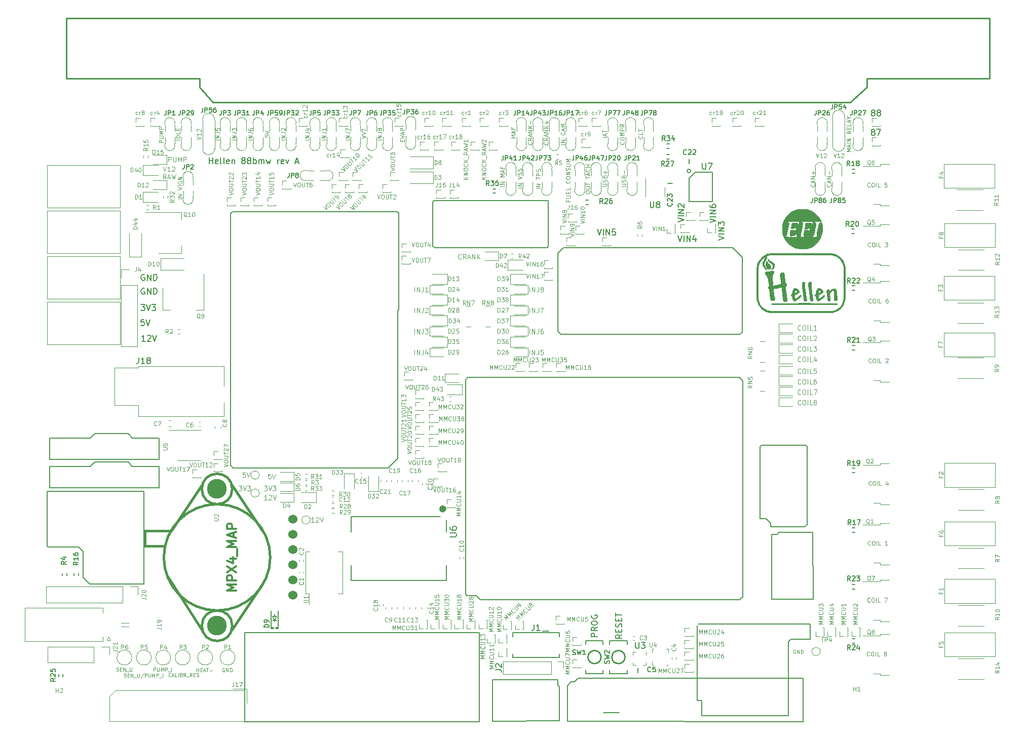
<source format=gto>
G04 #@! TF.GenerationSoftware,KiCad,Pcbnew,7.0.6-7.0.6~ubuntu22.04.1*
G04 #@! TF.CreationDate,2023-07-13T13:33:58+00:00*
G04 #@! TF.ProjectId,hellen88bmw,68656c6c-656e-4383-9862-6d772e6b6963,B*
G04 #@! TF.SameCoordinates,PX3d1b110PY9269338*
G04 #@! TF.FileFunction,Legend,Top*
G04 #@! TF.FilePolarity,Positive*
%FSLAX46Y46*%
G04 Gerber Fmt 4.6, Leading zero omitted, Abs format (unit mm)*
G04 Created by KiCad (PCBNEW 7.0.6-7.0.6~ubuntu22.04.1) date 2023-07-13 13:33:58*
%MOMM*%
%LPD*%
G01*
G04 APERTURE LIST*
%ADD10C,0.150000*%
%ADD11C,0.120000*%
%ADD12C,0.100000*%
%ADD13C,0.127000*%
%ADD14C,0.170000*%
%ADD15C,0.304800*%
%ADD16C,0.249936*%
%ADD17C,0.099060*%
%ADD18C,0.203200*%
%ADD19C,0.200000*%
%ADD20C,0.616000*%
%ADD21C,0.254000*%
%ADD22C,0.002540*%
%ADD23C,0.381000*%
%ADD24C,3.302000*%
%ADD25C,1.524000*%
G04 APERTURE END LIST*
D10*
X16118268Y70024181D02*
X16737315Y70024181D01*
X16737315Y70024181D02*
X16403982Y69643229D01*
X16403982Y69643229D02*
X16546839Y69643229D01*
X16546839Y69643229D02*
X16642077Y69595610D01*
X16642077Y69595610D02*
X16689696Y69547991D01*
X16689696Y69547991D02*
X16737315Y69452753D01*
X16737315Y69452753D02*
X16737315Y69214658D01*
X16737315Y69214658D02*
X16689696Y69119420D01*
X16689696Y69119420D02*
X16642077Y69071800D01*
X16642077Y69071800D02*
X16546839Y69024181D01*
X16546839Y69024181D02*
X16261125Y69024181D01*
X16261125Y69024181D02*
X16165887Y69071800D01*
X16165887Y69071800D02*
X16118268Y69119420D01*
X17023030Y70024181D02*
X17356363Y69024181D01*
X17356363Y69024181D02*
X17689696Y70024181D01*
X17927792Y70024181D02*
X18546839Y70024181D01*
X18546839Y70024181D02*
X18213506Y69643229D01*
X18213506Y69643229D02*
X18356363Y69643229D01*
X18356363Y69643229D02*
X18451601Y69595610D01*
X18451601Y69595610D02*
X18499220Y69547991D01*
X18499220Y69547991D02*
X18546839Y69452753D01*
X18546839Y69452753D02*
X18546839Y69214658D01*
X18546839Y69214658D02*
X18499220Y69119420D01*
X18499220Y69119420D02*
X18451601Y69071800D01*
X18451601Y69071800D02*
X18356363Y69024181D01*
X18356363Y69024181D02*
X18070649Y69024181D01*
X18070649Y69024181D02*
X17975411Y69071800D01*
X17975411Y69071800D02*
X17927792Y69119420D01*
X16642077Y67524181D02*
X16165887Y67524181D01*
X16165887Y67524181D02*
X16118268Y67047991D01*
X16118268Y67047991D02*
X16165887Y67095610D01*
X16165887Y67095610D02*
X16261125Y67143229D01*
X16261125Y67143229D02*
X16499220Y67143229D01*
X16499220Y67143229D02*
X16594458Y67095610D01*
X16594458Y67095610D02*
X16642077Y67047991D01*
X16642077Y67047991D02*
X16689696Y66952753D01*
X16689696Y66952753D02*
X16689696Y66714658D01*
X16689696Y66714658D02*
X16642077Y66619420D01*
X16642077Y66619420D02*
X16594458Y66571800D01*
X16594458Y66571800D02*
X16499220Y66524181D01*
X16499220Y66524181D02*
X16261125Y66524181D01*
X16261125Y66524181D02*
X16165887Y66571800D01*
X16165887Y66571800D02*
X16118268Y66619420D01*
X16975411Y67524181D02*
X17308744Y66524181D01*
X17308744Y66524181D02*
X17642077Y67524181D01*
X16837315Y63914181D02*
X16265887Y63914181D01*
X16551601Y63914181D02*
X16551601Y64914181D01*
X16551601Y64914181D02*
X16456363Y64771324D01*
X16456363Y64771324D02*
X16361125Y64676086D01*
X16361125Y64676086D02*
X16265887Y64628467D01*
X17218268Y64818943D02*
X17265887Y64866562D01*
X17265887Y64866562D02*
X17361125Y64914181D01*
X17361125Y64914181D02*
X17599220Y64914181D01*
X17599220Y64914181D02*
X17694458Y64866562D01*
X17694458Y64866562D02*
X17742077Y64818943D01*
X17742077Y64818943D02*
X17789696Y64723705D01*
X17789696Y64723705D02*
X17789696Y64628467D01*
X17789696Y64628467D02*
X17742077Y64485610D01*
X17742077Y64485610D02*
X17170649Y63914181D01*
X17170649Y63914181D02*
X17789696Y63914181D01*
X18075411Y64914181D02*
X18408744Y63914181D01*
X18408744Y63914181D02*
X18742077Y64914181D01*
X16701601Y75026562D02*
X16606363Y75074181D01*
X16606363Y75074181D02*
X16463506Y75074181D01*
X16463506Y75074181D02*
X16320649Y75026562D01*
X16320649Y75026562D02*
X16225411Y74931324D01*
X16225411Y74931324D02*
X16177792Y74836086D01*
X16177792Y74836086D02*
X16130173Y74645610D01*
X16130173Y74645610D02*
X16130173Y74502753D01*
X16130173Y74502753D02*
X16177792Y74312277D01*
X16177792Y74312277D02*
X16225411Y74217039D01*
X16225411Y74217039D02*
X16320649Y74121800D01*
X16320649Y74121800D02*
X16463506Y74074181D01*
X16463506Y74074181D02*
X16558744Y74074181D01*
X16558744Y74074181D02*
X16701601Y74121800D01*
X16701601Y74121800D02*
X16749220Y74169420D01*
X16749220Y74169420D02*
X16749220Y74502753D01*
X16749220Y74502753D02*
X16558744Y74502753D01*
X17177792Y74074181D02*
X17177792Y75074181D01*
X17177792Y75074181D02*
X17749220Y74074181D01*
X17749220Y74074181D02*
X17749220Y75074181D01*
X18225411Y74074181D02*
X18225411Y75074181D01*
X18225411Y75074181D02*
X18463506Y75074181D01*
X18463506Y75074181D02*
X18606363Y75026562D01*
X18606363Y75026562D02*
X18701601Y74931324D01*
X18701601Y74931324D02*
X18749220Y74836086D01*
X18749220Y74836086D02*
X18796839Y74645610D01*
X18796839Y74645610D02*
X18796839Y74502753D01*
X18796839Y74502753D02*
X18749220Y74312277D01*
X18749220Y74312277D02*
X18701601Y74217039D01*
X18701601Y74217039D02*
X18606363Y74121800D01*
X18606363Y74121800D02*
X18463506Y74074181D01*
X18463506Y74074181D02*
X18225411Y74074181D01*
X138354571Y102139610D02*
X138259333Y102187229D01*
X138259333Y102187229D02*
X138211714Y102234848D01*
X138211714Y102234848D02*
X138164095Y102330086D01*
X138164095Y102330086D02*
X138164095Y102377705D01*
X138164095Y102377705D02*
X138211714Y102472943D01*
X138211714Y102472943D02*
X138259333Y102520562D01*
X138259333Y102520562D02*
X138354571Y102568181D01*
X138354571Y102568181D02*
X138545047Y102568181D01*
X138545047Y102568181D02*
X138640285Y102520562D01*
X138640285Y102520562D02*
X138687904Y102472943D01*
X138687904Y102472943D02*
X138735523Y102377705D01*
X138735523Y102377705D02*
X138735523Y102330086D01*
X138735523Y102330086D02*
X138687904Y102234848D01*
X138687904Y102234848D02*
X138640285Y102187229D01*
X138640285Y102187229D02*
X138545047Y102139610D01*
X138545047Y102139610D02*
X138354571Y102139610D01*
X138354571Y102139610D02*
X138259333Y102091991D01*
X138259333Y102091991D02*
X138211714Y102044372D01*
X138211714Y102044372D02*
X138164095Y101949134D01*
X138164095Y101949134D02*
X138164095Y101758658D01*
X138164095Y101758658D02*
X138211714Y101663420D01*
X138211714Y101663420D02*
X138259333Y101615800D01*
X138259333Y101615800D02*
X138354571Y101568181D01*
X138354571Y101568181D02*
X138545047Y101568181D01*
X138545047Y101568181D02*
X138640285Y101615800D01*
X138640285Y101615800D02*
X138687904Y101663420D01*
X138687904Y101663420D02*
X138735523Y101758658D01*
X138735523Y101758658D02*
X138735523Y101949134D01*
X138735523Y101949134D02*
X138687904Y102044372D01*
X138687904Y102044372D02*
X138640285Y102091991D01*
X138640285Y102091991D02*
X138545047Y102139610D01*
X139306952Y102139610D02*
X139211714Y102187229D01*
X139211714Y102187229D02*
X139164095Y102234848D01*
X139164095Y102234848D02*
X139116476Y102330086D01*
X139116476Y102330086D02*
X139116476Y102377705D01*
X139116476Y102377705D02*
X139164095Y102472943D01*
X139164095Y102472943D02*
X139211714Y102520562D01*
X139211714Y102520562D02*
X139306952Y102568181D01*
X139306952Y102568181D02*
X139497428Y102568181D01*
X139497428Y102568181D02*
X139592666Y102520562D01*
X139592666Y102520562D02*
X139640285Y102472943D01*
X139640285Y102472943D02*
X139687904Y102377705D01*
X139687904Y102377705D02*
X139687904Y102330086D01*
X139687904Y102330086D02*
X139640285Y102234848D01*
X139640285Y102234848D02*
X139592666Y102187229D01*
X139592666Y102187229D02*
X139497428Y102139610D01*
X139497428Y102139610D02*
X139306952Y102139610D01*
X139306952Y102139610D02*
X139211714Y102091991D01*
X139211714Y102091991D02*
X139164095Y102044372D01*
X139164095Y102044372D02*
X139116476Y101949134D01*
X139116476Y101949134D02*
X139116476Y101758658D01*
X139116476Y101758658D02*
X139164095Y101663420D01*
X139164095Y101663420D02*
X139211714Y101615800D01*
X139211714Y101615800D02*
X139306952Y101568181D01*
X139306952Y101568181D02*
X139497428Y101568181D01*
X139497428Y101568181D02*
X139592666Y101615800D01*
X139592666Y101615800D02*
X139640285Y101663420D01*
X139640285Y101663420D02*
X139687904Y101758658D01*
X139687904Y101758658D02*
X139687904Y101949134D01*
X139687904Y101949134D02*
X139640285Y102044372D01*
X139640285Y102044372D02*
X139592666Y102091991D01*
X139592666Y102091991D02*
X139497428Y102139610D01*
D11*
X81071238Y61659145D02*
X81071238Y62459145D01*
X81452190Y61659145D02*
X81452190Y62459145D01*
X81452190Y62459145D02*
X81909333Y61659145D01*
X81909333Y61659145D02*
X81909333Y62459145D01*
X82518856Y62459145D02*
X82518856Y61887717D01*
X82518856Y61887717D02*
X82480761Y61773431D01*
X82480761Y61773431D02*
X82404570Y61697240D01*
X82404570Y61697240D02*
X82290285Y61659145D01*
X82290285Y61659145D02*
X82214094Y61659145D01*
X83280761Y62459145D02*
X82899809Y62459145D01*
X82899809Y62459145D02*
X82861713Y62078193D01*
X82861713Y62078193D02*
X82899809Y62116288D01*
X82899809Y62116288D02*
X82975999Y62154383D01*
X82975999Y62154383D02*
X83166475Y62154383D01*
X83166475Y62154383D02*
X83242666Y62116288D01*
X83242666Y62116288D02*
X83280761Y62078193D01*
X83280761Y62078193D02*
X83318856Y62002002D01*
X83318856Y62002002D02*
X83318856Y61811526D01*
X83318856Y61811526D02*
X83280761Y61735336D01*
X83280761Y61735336D02*
X83242666Y61697240D01*
X83242666Y61697240D02*
X83166475Y61659145D01*
X83166475Y61659145D02*
X82975999Y61659145D01*
X82975999Y61659145D02*
X82899809Y61697240D01*
X82899809Y61697240D02*
X82861713Y61735336D01*
X37773619Y41709145D02*
X37392667Y41709145D01*
X37392667Y41709145D02*
X37354571Y41328193D01*
X37354571Y41328193D02*
X37392667Y41366288D01*
X37392667Y41366288D02*
X37468857Y41404383D01*
X37468857Y41404383D02*
X37659333Y41404383D01*
X37659333Y41404383D02*
X37735524Y41366288D01*
X37735524Y41366288D02*
X37773619Y41328193D01*
X37773619Y41328193D02*
X37811714Y41252002D01*
X37811714Y41252002D02*
X37811714Y41061526D01*
X37811714Y41061526D02*
X37773619Y40985336D01*
X37773619Y40985336D02*
X37735524Y40947240D01*
X37735524Y40947240D02*
X37659333Y40909145D01*
X37659333Y40909145D02*
X37468857Y40909145D01*
X37468857Y40909145D02*
X37392667Y40947240D01*
X37392667Y40947240D02*
X37354571Y40985336D01*
X38040286Y41709145D02*
X38306953Y40909145D01*
X38306953Y40909145D02*
X38573619Y41709145D01*
D12*
X93244633Y89806334D02*
X93811300Y89806334D01*
X93811300Y89806334D02*
X93877966Y89839667D01*
X93877966Y89839667D02*
X93911300Y89873001D01*
X93911300Y89873001D02*
X93944633Y89939667D01*
X93944633Y89939667D02*
X93944633Y90073001D01*
X93944633Y90073001D02*
X93911300Y90139667D01*
X93911300Y90139667D02*
X93877966Y90173001D01*
X93877966Y90173001D02*
X93811300Y90206334D01*
X93811300Y90206334D02*
X93244633Y90206334D01*
X93911300Y90506334D02*
X93944633Y90606334D01*
X93944633Y90606334D02*
X93944633Y90773000D01*
X93944633Y90773000D02*
X93911300Y90839667D01*
X93911300Y90839667D02*
X93877966Y90873000D01*
X93877966Y90873000D02*
X93811300Y90906334D01*
X93811300Y90906334D02*
X93744633Y90906334D01*
X93744633Y90906334D02*
X93677966Y90873000D01*
X93677966Y90873000D02*
X93644633Y90839667D01*
X93644633Y90839667D02*
X93611300Y90773000D01*
X93611300Y90773000D02*
X93577966Y90639667D01*
X93577966Y90639667D02*
X93544633Y90573000D01*
X93544633Y90573000D02*
X93511300Y90539667D01*
X93511300Y90539667D02*
X93444633Y90506334D01*
X93444633Y90506334D02*
X93377966Y90506334D01*
X93377966Y90506334D02*
X93311300Y90539667D01*
X93311300Y90539667D02*
X93277966Y90573000D01*
X93277966Y90573000D02*
X93244633Y90639667D01*
X93244633Y90639667D02*
X93244633Y90806334D01*
X93244633Y90806334D02*
X93277966Y90906334D01*
X93577966Y91439667D02*
X93611300Y91539667D01*
X93611300Y91539667D02*
X93644633Y91573001D01*
X93644633Y91573001D02*
X93711300Y91606334D01*
X93711300Y91606334D02*
X93811300Y91606334D01*
X93811300Y91606334D02*
X93877966Y91573001D01*
X93877966Y91573001D02*
X93911300Y91539667D01*
X93911300Y91539667D02*
X93944633Y91473001D01*
X93944633Y91473001D02*
X93944633Y91206334D01*
X93944633Y91206334D02*
X93244633Y91206334D01*
X93244633Y91206334D02*
X93244633Y91439667D01*
X93244633Y91439667D02*
X93277966Y91506334D01*
X93277966Y91506334D02*
X93311300Y91539667D01*
X93311300Y91539667D02*
X93377966Y91573001D01*
X93377966Y91573001D02*
X93444633Y91573001D01*
X93444633Y91573001D02*
X93511300Y91539667D01*
X93511300Y91539667D02*
X93544633Y91506334D01*
X93544633Y91506334D02*
X93577966Y91439667D01*
X93577966Y91439667D02*
X93577966Y91206334D01*
X93677966Y91906334D02*
X93677966Y92439667D01*
X93944633Y92173001D02*
X93411300Y92173001D01*
X99877966Y98189667D02*
X99911300Y98156334D01*
X99911300Y98156334D02*
X99944633Y98056334D01*
X99944633Y98056334D02*
X99944633Y97989667D01*
X99944633Y97989667D02*
X99911300Y97889667D01*
X99911300Y97889667D02*
X99844633Y97823000D01*
X99844633Y97823000D02*
X99777966Y97789667D01*
X99777966Y97789667D02*
X99644633Y97756334D01*
X99644633Y97756334D02*
X99544633Y97756334D01*
X99544633Y97756334D02*
X99411300Y97789667D01*
X99411300Y97789667D02*
X99344633Y97823000D01*
X99344633Y97823000D02*
X99277966Y97889667D01*
X99277966Y97889667D02*
X99244633Y97989667D01*
X99244633Y97989667D02*
X99244633Y98056334D01*
X99244633Y98056334D02*
X99277966Y98156334D01*
X99277966Y98156334D02*
X99311300Y98189667D01*
X99944633Y98823000D02*
X99944633Y98489667D01*
X99944633Y98489667D02*
X99244633Y98489667D01*
X99244633Y98956334D02*
X99244633Y99356334D01*
X99944633Y99156334D02*
X99244633Y99156334D01*
X128925999Y95304367D02*
X129159333Y94604367D01*
X129159333Y94604367D02*
X129392666Y95304367D01*
X129992666Y94604367D02*
X129592666Y94604367D01*
X129792666Y94604367D02*
X129792666Y95304367D01*
X129792666Y95304367D02*
X129725999Y95204367D01*
X129725999Y95204367D02*
X129659333Y95137700D01*
X129659333Y95137700D02*
X129592666Y95104367D01*
X130259333Y95237700D02*
X130292666Y95271034D01*
X130292666Y95271034D02*
X130359333Y95304367D01*
X130359333Y95304367D02*
X130526000Y95304367D01*
X130526000Y95304367D02*
X130592666Y95271034D01*
X130592666Y95271034D02*
X130626000Y95237700D01*
X130626000Y95237700D02*
X130659333Y95171034D01*
X130659333Y95171034D02*
X130659333Y95104367D01*
X130659333Y95104367D02*
X130626000Y95004367D01*
X130626000Y95004367D02*
X130226000Y94604367D01*
X130226000Y94604367D02*
X130659333Y94604367D01*
X34744633Y97556334D02*
X34044633Y97556334D01*
X34744633Y97889667D02*
X34044633Y97889667D01*
X34044633Y97889667D02*
X34744633Y98289667D01*
X34744633Y98289667D02*
X34044633Y98289667D01*
X34044633Y98823000D02*
X34544633Y98823000D01*
X34544633Y98823000D02*
X34644633Y98789667D01*
X34644633Y98789667D02*
X34711300Y98723000D01*
X34711300Y98723000D02*
X34744633Y98623000D01*
X34744633Y98623000D02*
X34744633Y98556333D01*
X34044633Y99456333D02*
X34044633Y99323000D01*
X34044633Y99323000D02*
X34077966Y99256333D01*
X34077966Y99256333D02*
X34111300Y99223000D01*
X34111300Y99223000D02*
X34211300Y99156333D01*
X34211300Y99156333D02*
X34344633Y99123000D01*
X34344633Y99123000D02*
X34611300Y99123000D01*
X34611300Y99123000D02*
X34677966Y99156333D01*
X34677966Y99156333D02*
X34711300Y99189666D01*
X34711300Y99189666D02*
X34744633Y99256333D01*
X34744633Y99256333D02*
X34744633Y99389666D01*
X34744633Y99389666D02*
X34711300Y99456333D01*
X34711300Y99456333D02*
X34677966Y99489666D01*
X34677966Y99489666D02*
X34611300Y99523000D01*
X34611300Y99523000D02*
X34444633Y99523000D01*
X34444633Y99523000D02*
X34377966Y99489666D01*
X34377966Y99489666D02*
X34344633Y99456333D01*
X34344633Y99456333D02*
X34311300Y99389666D01*
X34311300Y99389666D02*
X34311300Y99256333D01*
X34311300Y99256333D02*
X34344633Y99189666D01*
X34344633Y99189666D02*
X34377966Y99156333D01*
X34377966Y99156333D02*
X34444633Y99123000D01*
D11*
X45030761Y33659145D02*
X44573618Y33659145D01*
X44802190Y33659145D02*
X44802190Y34459145D01*
X44802190Y34459145D02*
X44725999Y34344860D01*
X44725999Y34344860D02*
X44649809Y34268669D01*
X44649809Y34268669D02*
X44573618Y34230574D01*
X45335523Y34382955D02*
X45373619Y34421050D01*
X45373619Y34421050D02*
X45449809Y34459145D01*
X45449809Y34459145D02*
X45640285Y34459145D01*
X45640285Y34459145D02*
X45716476Y34421050D01*
X45716476Y34421050D02*
X45754571Y34382955D01*
X45754571Y34382955D02*
X45792666Y34306764D01*
X45792666Y34306764D02*
X45792666Y34230574D01*
X45792666Y34230574D02*
X45754571Y34116288D01*
X45754571Y34116288D02*
X45297428Y33659145D01*
X45297428Y33659145D02*
X45792666Y33659145D01*
X46021238Y34459145D02*
X46287905Y33659145D01*
X46287905Y33659145D02*
X46554571Y34459145D01*
D12*
X76844633Y89789668D02*
X76144633Y89789668D01*
X76844633Y90123001D02*
X76144633Y90123001D01*
X76144633Y90123001D02*
X76844633Y90523001D01*
X76844633Y90523001D02*
X76144633Y90523001D01*
X76844633Y91389667D02*
X76144633Y91389667D01*
X76144633Y91389667D02*
X76644633Y91623000D01*
X76644633Y91623000D02*
X76144633Y91856334D01*
X76144633Y91856334D02*
X76844633Y91856334D01*
X76644633Y92156334D02*
X76644633Y92489667D01*
X76844633Y92089667D02*
X76144633Y92323000D01*
X76144633Y92323000D02*
X76844633Y92556334D01*
X76477966Y93023000D02*
X76477966Y92789667D01*
X76844633Y92789667D02*
X76144633Y92789667D01*
X76144633Y92789667D02*
X76144633Y93123000D01*
D11*
X126359334Y65835336D02*
X126321238Y65797240D01*
X126321238Y65797240D02*
X126206953Y65759145D01*
X126206953Y65759145D02*
X126130762Y65759145D01*
X126130762Y65759145D02*
X126016476Y65797240D01*
X126016476Y65797240D02*
X125940286Y65873431D01*
X125940286Y65873431D02*
X125902191Y65949621D01*
X125902191Y65949621D02*
X125864095Y66102002D01*
X125864095Y66102002D02*
X125864095Y66216288D01*
X125864095Y66216288D02*
X125902191Y66368669D01*
X125902191Y66368669D02*
X125940286Y66444860D01*
X125940286Y66444860D02*
X126016476Y66521050D01*
X126016476Y66521050D02*
X126130762Y66559145D01*
X126130762Y66559145D02*
X126206953Y66559145D01*
X126206953Y66559145D02*
X126321238Y66521050D01*
X126321238Y66521050D02*
X126359334Y66482955D01*
X126854572Y66559145D02*
X127006953Y66559145D01*
X127006953Y66559145D02*
X127083143Y66521050D01*
X127083143Y66521050D02*
X127159334Y66444860D01*
X127159334Y66444860D02*
X127197429Y66292479D01*
X127197429Y66292479D02*
X127197429Y66025812D01*
X127197429Y66025812D02*
X127159334Y65873431D01*
X127159334Y65873431D02*
X127083143Y65797240D01*
X127083143Y65797240D02*
X127006953Y65759145D01*
X127006953Y65759145D02*
X126854572Y65759145D01*
X126854572Y65759145D02*
X126778381Y65797240D01*
X126778381Y65797240D02*
X126702191Y65873431D01*
X126702191Y65873431D02*
X126664095Y66025812D01*
X126664095Y66025812D02*
X126664095Y66292479D01*
X126664095Y66292479D02*
X126702191Y66444860D01*
X126702191Y66444860D02*
X126778381Y66521050D01*
X126778381Y66521050D02*
X126854572Y66559145D01*
X127540286Y65759145D02*
X127540286Y66559145D01*
X128302190Y65759145D02*
X127921238Y65759145D01*
X127921238Y65759145D02*
X127921238Y66559145D01*
X128987904Y65759145D02*
X128530761Y65759145D01*
X128759333Y65759145D02*
X128759333Y66559145D01*
X128759333Y66559145D02*
X128683142Y66444860D01*
X128683142Y66444860D02*
X128606952Y66368669D01*
X128606952Y66368669D02*
X128530761Y66330574D01*
D12*
X125468857Y12322058D02*
X125411715Y12350629D01*
X125411715Y12350629D02*
X125326000Y12350629D01*
X125326000Y12350629D02*
X125240286Y12322058D01*
X125240286Y12322058D02*
X125183143Y12264915D01*
X125183143Y12264915D02*
X125154572Y12207772D01*
X125154572Y12207772D02*
X125126000Y12093486D01*
X125126000Y12093486D02*
X125126000Y12007772D01*
X125126000Y12007772D02*
X125154572Y11893486D01*
X125154572Y11893486D02*
X125183143Y11836343D01*
X125183143Y11836343D02*
X125240286Y11779200D01*
X125240286Y11779200D02*
X125326000Y11750629D01*
X125326000Y11750629D02*
X125383143Y11750629D01*
X125383143Y11750629D02*
X125468857Y11779200D01*
X125468857Y11779200D02*
X125497429Y11807772D01*
X125497429Y11807772D02*
X125497429Y12007772D01*
X125497429Y12007772D02*
X125383143Y12007772D01*
X125754572Y11750629D02*
X125754572Y12350629D01*
X125754572Y12350629D02*
X126097429Y11750629D01*
X126097429Y11750629D02*
X126097429Y12350629D01*
X126383143Y11750629D02*
X126383143Y12350629D01*
X126383143Y12350629D02*
X126526000Y12350629D01*
X126526000Y12350629D02*
X126611714Y12322058D01*
X126611714Y12322058D02*
X126668857Y12264915D01*
X126668857Y12264915D02*
X126697428Y12207772D01*
X126697428Y12207772D02*
X126726000Y12093486D01*
X126726000Y12093486D02*
X126726000Y12007772D01*
X126726000Y12007772D02*
X126697428Y11893486D01*
X126697428Y11893486D02*
X126668857Y11836343D01*
X126668857Y11836343D02*
X126611714Y11779200D01*
X126611714Y11779200D02*
X126526000Y11750629D01*
X126526000Y11750629D02*
X126383143Y11750629D01*
D11*
X61821238Y65159145D02*
X61821238Y65959145D01*
X62202190Y65159145D02*
X62202190Y65959145D01*
X62202190Y65959145D02*
X62659333Y65159145D01*
X62659333Y65159145D02*
X62659333Y65959145D01*
X63268856Y65959145D02*
X63268856Y65387717D01*
X63268856Y65387717D02*
X63230761Y65273431D01*
X63230761Y65273431D02*
X63154570Y65197240D01*
X63154570Y65197240D02*
X63040285Y65159145D01*
X63040285Y65159145D02*
X62964094Y65159145D01*
X63573618Y65959145D02*
X64068856Y65959145D01*
X64068856Y65959145D02*
X63802190Y65654383D01*
X63802190Y65654383D02*
X63916475Y65654383D01*
X63916475Y65654383D02*
X63992666Y65616288D01*
X63992666Y65616288D02*
X64030761Y65578193D01*
X64030761Y65578193D02*
X64068856Y65502002D01*
X64068856Y65502002D02*
X64068856Y65311526D01*
X64068856Y65311526D02*
X64030761Y65235336D01*
X64030761Y65235336D02*
X63992666Y65197240D01*
X63992666Y65197240D02*
X63916475Y65159145D01*
X63916475Y65159145D02*
X63687904Y65159145D01*
X63687904Y65159145D02*
X63611713Y65197240D01*
X63611713Y65197240D02*
X63573618Y65235336D01*
D12*
X138126000Y60371034D02*
X138092667Y60337700D01*
X138092667Y60337700D02*
X137992667Y60304367D01*
X137992667Y60304367D02*
X137926000Y60304367D01*
X137926000Y60304367D02*
X137826000Y60337700D01*
X137826000Y60337700D02*
X137759334Y60404367D01*
X137759334Y60404367D02*
X137726000Y60471034D01*
X137726000Y60471034D02*
X137692667Y60604367D01*
X137692667Y60604367D02*
X137692667Y60704367D01*
X137692667Y60704367D02*
X137726000Y60837700D01*
X137726000Y60837700D02*
X137759334Y60904367D01*
X137759334Y60904367D02*
X137826000Y60971034D01*
X137826000Y60971034D02*
X137926000Y61004367D01*
X137926000Y61004367D02*
X137992667Y61004367D01*
X137992667Y61004367D02*
X138092667Y60971034D01*
X138092667Y60971034D02*
X138126000Y60937700D01*
X138559334Y61004367D02*
X138692667Y61004367D01*
X138692667Y61004367D02*
X138759334Y60971034D01*
X138759334Y60971034D02*
X138826000Y60904367D01*
X138826000Y60904367D02*
X138859334Y60771034D01*
X138859334Y60771034D02*
X138859334Y60537700D01*
X138859334Y60537700D02*
X138826000Y60404367D01*
X138826000Y60404367D02*
X138759334Y60337700D01*
X138759334Y60337700D02*
X138692667Y60304367D01*
X138692667Y60304367D02*
X138559334Y60304367D01*
X138559334Y60304367D02*
X138492667Y60337700D01*
X138492667Y60337700D02*
X138426000Y60404367D01*
X138426000Y60404367D02*
X138392667Y60537700D01*
X138392667Y60537700D02*
X138392667Y60771034D01*
X138392667Y60771034D02*
X138426000Y60904367D01*
X138426000Y60904367D02*
X138492667Y60971034D01*
X138492667Y60971034D02*
X138559334Y61004367D01*
X139159333Y60304367D02*
X139159333Y61004367D01*
X139826000Y60304367D02*
X139492666Y60304367D01*
X139492666Y60304367D02*
X139492666Y61004367D01*
X140559333Y60937700D02*
X140592666Y60971034D01*
X140592666Y60971034D02*
X140659333Y61004367D01*
X140659333Y61004367D02*
X140826000Y61004367D01*
X140826000Y61004367D02*
X140892666Y60971034D01*
X140892666Y60971034D02*
X140926000Y60937700D01*
X140926000Y60937700D02*
X140959333Y60871034D01*
X140959333Y60871034D02*
X140959333Y60804367D01*
X140959333Y60804367D02*
X140926000Y60704367D01*
X140926000Y60704367D02*
X140526000Y60304367D01*
X140526000Y60304367D02*
X140959333Y60304367D01*
X138026000Y79771034D02*
X137992667Y79737700D01*
X137992667Y79737700D02*
X137892667Y79704367D01*
X137892667Y79704367D02*
X137826000Y79704367D01*
X137826000Y79704367D02*
X137726000Y79737700D01*
X137726000Y79737700D02*
X137659334Y79804367D01*
X137659334Y79804367D02*
X137626000Y79871034D01*
X137626000Y79871034D02*
X137592667Y80004367D01*
X137592667Y80004367D02*
X137592667Y80104367D01*
X137592667Y80104367D02*
X137626000Y80237700D01*
X137626000Y80237700D02*
X137659334Y80304367D01*
X137659334Y80304367D02*
X137726000Y80371034D01*
X137726000Y80371034D02*
X137826000Y80404367D01*
X137826000Y80404367D02*
X137892667Y80404367D01*
X137892667Y80404367D02*
X137992667Y80371034D01*
X137992667Y80371034D02*
X138026000Y80337700D01*
X138459334Y80404367D02*
X138592667Y80404367D01*
X138592667Y80404367D02*
X138659334Y80371034D01*
X138659334Y80371034D02*
X138726000Y80304367D01*
X138726000Y80304367D02*
X138759334Y80171034D01*
X138759334Y80171034D02*
X138759334Y79937700D01*
X138759334Y79937700D02*
X138726000Y79804367D01*
X138726000Y79804367D02*
X138659334Y79737700D01*
X138659334Y79737700D02*
X138592667Y79704367D01*
X138592667Y79704367D02*
X138459334Y79704367D01*
X138459334Y79704367D02*
X138392667Y79737700D01*
X138392667Y79737700D02*
X138326000Y79804367D01*
X138326000Y79804367D02*
X138292667Y79937700D01*
X138292667Y79937700D02*
X138292667Y80171034D01*
X138292667Y80171034D02*
X138326000Y80304367D01*
X138326000Y80304367D02*
X138392667Y80371034D01*
X138392667Y80371034D02*
X138459334Y80404367D01*
X139059333Y79704367D02*
X139059333Y80404367D01*
X139726000Y79704367D02*
X139392666Y79704367D01*
X139392666Y79704367D02*
X139392666Y80404367D01*
X140426000Y80404367D02*
X140859333Y80404367D01*
X140859333Y80404367D02*
X140626000Y80137700D01*
X140626000Y80137700D02*
X140726000Y80137700D01*
X140726000Y80137700D02*
X140792666Y80104367D01*
X140792666Y80104367D02*
X140826000Y80071034D01*
X140826000Y80071034D02*
X140859333Y80004367D01*
X140859333Y80004367D02*
X140859333Y79837700D01*
X140859333Y79837700D02*
X140826000Y79771034D01*
X140826000Y79771034D02*
X140792666Y79737700D01*
X140792666Y79737700D02*
X140726000Y79704367D01*
X140726000Y79704367D02*
X140526000Y79704367D01*
X140526000Y79704367D02*
X140459333Y79737700D01*
X140459333Y79737700D02*
X140426000Y79771034D01*
X96444633Y89806334D02*
X97011300Y89806334D01*
X97011300Y89806334D02*
X97077966Y89839667D01*
X97077966Y89839667D02*
X97111300Y89873001D01*
X97111300Y89873001D02*
X97144633Y89939667D01*
X97144633Y89939667D02*
X97144633Y90073001D01*
X97144633Y90073001D02*
X97111300Y90139667D01*
X97111300Y90139667D02*
X97077966Y90173001D01*
X97077966Y90173001D02*
X97011300Y90206334D01*
X97011300Y90206334D02*
X96444633Y90206334D01*
X97111300Y90506334D02*
X97144633Y90606334D01*
X97144633Y90606334D02*
X97144633Y90773000D01*
X97144633Y90773000D02*
X97111300Y90839667D01*
X97111300Y90839667D02*
X97077966Y90873000D01*
X97077966Y90873000D02*
X97011300Y90906334D01*
X97011300Y90906334D02*
X96944633Y90906334D01*
X96944633Y90906334D02*
X96877966Y90873000D01*
X96877966Y90873000D02*
X96844633Y90839667D01*
X96844633Y90839667D02*
X96811300Y90773000D01*
X96811300Y90773000D02*
X96777966Y90639667D01*
X96777966Y90639667D02*
X96744633Y90573000D01*
X96744633Y90573000D02*
X96711300Y90539667D01*
X96711300Y90539667D02*
X96644633Y90506334D01*
X96644633Y90506334D02*
X96577966Y90506334D01*
X96577966Y90506334D02*
X96511300Y90539667D01*
X96511300Y90539667D02*
X96477966Y90573000D01*
X96477966Y90573000D02*
X96444633Y90639667D01*
X96444633Y90639667D02*
X96444633Y90806334D01*
X96444633Y90806334D02*
X96477966Y90906334D01*
X96777966Y91439667D02*
X96811300Y91539667D01*
X96811300Y91539667D02*
X96844633Y91573001D01*
X96844633Y91573001D02*
X96911300Y91606334D01*
X96911300Y91606334D02*
X97011300Y91606334D01*
X97011300Y91606334D02*
X97077966Y91573001D01*
X97077966Y91573001D02*
X97111300Y91539667D01*
X97111300Y91539667D02*
X97144633Y91473001D01*
X97144633Y91473001D02*
X97144633Y91206334D01*
X97144633Y91206334D02*
X96444633Y91206334D01*
X96444633Y91206334D02*
X96444633Y91439667D01*
X96444633Y91439667D02*
X96477966Y91506334D01*
X96477966Y91506334D02*
X96511300Y91539667D01*
X96511300Y91539667D02*
X96577966Y91573001D01*
X96577966Y91573001D02*
X96644633Y91573001D01*
X96644633Y91573001D02*
X96711300Y91539667D01*
X96711300Y91539667D02*
X96744633Y91506334D01*
X96744633Y91506334D02*
X96777966Y91439667D01*
X96777966Y91439667D02*
X96777966Y91206334D01*
X96877966Y91906334D02*
X96877966Y92439667D01*
X131825999Y95304367D02*
X132059333Y94604367D01*
X132059333Y94604367D02*
X132292666Y95304367D01*
X132892666Y94604367D02*
X132492666Y94604367D01*
X132692666Y94604367D02*
X132692666Y95304367D01*
X132692666Y95304367D02*
X132625999Y95204367D01*
X132625999Y95204367D02*
X132559333Y95137700D01*
X132559333Y95137700D02*
X132492666Y95104367D01*
X133159333Y95237700D02*
X133192666Y95271034D01*
X133192666Y95271034D02*
X133259333Y95304367D01*
X133259333Y95304367D02*
X133426000Y95304367D01*
X133426000Y95304367D02*
X133492666Y95271034D01*
X133492666Y95271034D02*
X133526000Y95237700D01*
X133526000Y95237700D02*
X133559333Y95171034D01*
X133559333Y95171034D02*
X133559333Y95104367D01*
X133559333Y95104367D02*
X133526000Y95004367D01*
X133526000Y95004367D02*
X133126000Y94604367D01*
X133126000Y94604367D02*
X133559333Y94604367D01*
X19844633Y97123001D02*
X19144633Y97123001D01*
X19144633Y97123001D02*
X19144633Y97389668D01*
X19144633Y97389668D02*
X19177966Y97456334D01*
X19177966Y97456334D02*
X19211300Y97489668D01*
X19211300Y97489668D02*
X19277966Y97523001D01*
X19277966Y97523001D02*
X19377966Y97523001D01*
X19377966Y97523001D02*
X19444633Y97489668D01*
X19444633Y97489668D02*
X19477966Y97456334D01*
X19477966Y97456334D02*
X19511300Y97389668D01*
X19511300Y97389668D02*
X19511300Y97123001D01*
X19144633Y97823001D02*
X19711300Y97823001D01*
X19711300Y97823001D02*
X19777966Y97856334D01*
X19777966Y97856334D02*
X19811300Y97889668D01*
X19811300Y97889668D02*
X19844633Y97956334D01*
X19844633Y97956334D02*
X19844633Y98089668D01*
X19844633Y98089668D02*
X19811300Y98156334D01*
X19811300Y98156334D02*
X19777966Y98189668D01*
X19777966Y98189668D02*
X19711300Y98223001D01*
X19711300Y98223001D02*
X19144633Y98223001D01*
X19844633Y98556334D02*
X19144633Y98556334D01*
X19144633Y98556334D02*
X19644633Y98789667D01*
X19644633Y98789667D02*
X19144633Y99023001D01*
X19144633Y99023001D02*
X19844633Y99023001D01*
X19844633Y99356334D02*
X19144633Y99356334D01*
X19144633Y99356334D02*
X19144633Y99623001D01*
X19144633Y99623001D02*
X19177966Y99689667D01*
X19177966Y99689667D02*
X19211300Y99723001D01*
X19211300Y99723001D02*
X19277966Y99756334D01*
X19277966Y99756334D02*
X19377966Y99756334D01*
X19377966Y99756334D02*
X19444633Y99723001D01*
X19444633Y99723001D02*
X19477966Y99689667D01*
X19477966Y99689667D02*
X19511300Y99623001D01*
X19511300Y99623001D02*
X19511300Y99356334D01*
X18240286Y8750629D02*
X18240286Y9350629D01*
X18240286Y9350629D02*
X18468857Y9350629D01*
X18468857Y9350629D02*
X18526000Y9322058D01*
X18526000Y9322058D02*
X18554571Y9293486D01*
X18554571Y9293486D02*
X18583143Y9236343D01*
X18583143Y9236343D02*
X18583143Y9150629D01*
X18583143Y9150629D02*
X18554571Y9093486D01*
X18554571Y9093486D02*
X18526000Y9064915D01*
X18526000Y9064915D02*
X18468857Y9036343D01*
X18468857Y9036343D02*
X18240286Y9036343D01*
X18840286Y9350629D02*
X18840286Y8864915D01*
X18840286Y8864915D02*
X18868857Y8807772D01*
X18868857Y8807772D02*
X18897429Y8779200D01*
X18897429Y8779200D02*
X18954571Y8750629D01*
X18954571Y8750629D02*
X19068857Y8750629D01*
X19068857Y8750629D02*
X19126000Y8779200D01*
X19126000Y8779200D02*
X19154571Y8807772D01*
X19154571Y8807772D02*
X19183143Y8864915D01*
X19183143Y8864915D02*
X19183143Y9350629D01*
X19468857Y8750629D02*
X19468857Y9350629D01*
X19468857Y9350629D02*
X19668857Y8922058D01*
X19668857Y8922058D02*
X19868857Y9350629D01*
X19868857Y9350629D02*
X19868857Y8750629D01*
X20154571Y8750629D02*
X20154571Y9350629D01*
X20154571Y9350629D02*
X20383142Y9350629D01*
X20383142Y9350629D02*
X20440285Y9322058D01*
X20440285Y9322058D02*
X20468856Y9293486D01*
X20468856Y9293486D02*
X20497428Y9236343D01*
X20497428Y9236343D02*
X20497428Y9150629D01*
X20497428Y9150629D02*
X20468856Y9093486D01*
X20468856Y9093486D02*
X20440285Y9064915D01*
X20440285Y9064915D02*
X20383142Y9036343D01*
X20383142Y9036343D02*
X20154571Y9036343D01*
X20611714Y8693486D02*
X21068856Y8693486D01*
X21211714Y8750629D02*
X21211714Y9350629D01*
D10*
X96454619Y14847819D02*
X95978428Y14514486D01*
X96454619Y14276391D02*
X95454619Y14276391D01*
X95454619Y14276391D02*
X95454619Y14657343D01*
X95454619Y14657343D02*
X95502238Y14752581D01*
X95502238Y14752581D02*
X95549857Y14800200D01*
X95549857Y14800200D02*
X95645095Y14847819D01*
X95645095Y14847819D02*
X95787952Y14847819D01*
X95787952Y14847819D02*
X95883190Y14800200D01*
X95883190Y14800200D02*
X95930809Y14752581D01*
X95930809Y14752581D02*
X95978428Y14657343D01*
X95978428Y14657343D02*
X95978428Y14276391D01*
X95930809Y15276391D02*
X95930809Y15609724D01*
X96454619Y15752581D02*
X96454619Y15276391D01*
X96454619Y15276391D02*
X95454619Y15276391D01*
X95454619Y15276391D02*
X95454619Y15752581D01*
X96407000Y16133534D02*
X96454619Y16276391D01*
X96454619Y16276391D02*
X96454619Y16514486D01*
X96454619Y16514486D02*
X96407000Y16609724D01*
X96407000Y16609724D02*
X96359380Y16657343D01*
X96359380Y16657343D02*
X96264142Y16704962D01*
X96264142Y16704962D02*
X96168904Y16704962D01*
X96168904Y16704962D02*
X96073666Y16657343D01*
X96073666Y16657343D02*
X96026047Y16609724D01*
X96026047Y16609724D02*
X95978428Y16514486D01*
X95978428Y16514486D02*
X95930809Y16324010D01*
X95930809Y16324010D02*
X95883190Y16228772D01*
X95883190Y16228772D02*
X95835571Y16181153D01*
X95835571Y16181153D02*
X95740333Y16133534D01*
X95740333Y16133534D02*
X95645095Y16133534D01*
X95645095Y16133534D02*
X95549857Y16181153D01*
X95549857Y16181153D02*
X95502238Y16228772D01*
X95502238Y16228772D02*
X95454619Y16324010D01*
X95454619Y16324010D02*
X95454619Y16562105D01*
X95454619Y16562105D02*
X95502238Y16704962D01*
X95930809Y17133534D02*
X95930809Y17466867D01*
X96454619Y17609724D02*
X96454619Y17133534D01*
X96454619Y17133534D02*
X95454619Y17133534D01*
X95454619Y17133534D02*
X95454619Y17609724D01*
X95454619Y17895439D02*
X95454619Y18466867D01*
X96454619Y18181153D02*
X95454619Y18181153D01*
D11*
X36685523Y39709145D02*
X37180761Y39709145D01*
X37180761Y39709145D02*
X36914095Y39404383D01*
X36914095Y39404383D02*
X37028380Y39404383D01*
X37028380Y39404383D02*
X37104571Y39366288D01*
X37104571Y39366288D02*
X37142666Y39328193D01*
X37142666Y39328193D02*
X37180761Y39252002D01*
X37180761Y39252002D02*
X37180761Y39061526D01*
X37180761Y39061526D02*
X37142666Y38985336D01*
X37142666Y38985336D02*
X37104571Y38947240D01*
X37104571Y38947240D02*
X37028380Y38909145D01*
X37028380Y38909145D02*
X36799809Y38909145D01*
X36799809Y38909145D02*
X36723618Y38947240D01*
X36723618Y38947240D02*
X36685523Y38985336D01*
X37409333Y39709145D02*
X37676000Y38909145D01*
X37676000Y38909145D02*
X37942666Y39709145D01*
X38133142Y39709145D02*
X38628380Y39709145D01*
X38628380Y39709145D02*
X38361714Y39404383D01*
X38361714Y39404383D02*
X38475999Y39404383D01*
X38475999Y39404383D02*
X38552190Y39366288D01*
X38552190Y39366288D02*
X38590285Y39328193D01*
X38590285Y39328193D02*
X38628380Y39252002D01*
X38628380Y39252002D02*
X38628380Y39061526D01*
X38628380Y39061526D02*
X38590285Y38985336D01*
X38590285Y38985336D02*
X38552190Y38947240D01*
X38552190Y38947240D02*
X38475999Y38909145D01*
X38475999Y38909145D02*
X38247428Y38909145D01*
X38247428Y38909145D02*
X38171237Y38947240D01*
X38171237Y38947240D02*
X38133142Y38985336D01*
D12*
X138126000Y70371034D02*
X138092667Y70337700D01*
X138092667Y70337700D02*
X137992667Y70304367D01*
X137992667Y70304367D02*
X137926000Y70304367D01*
X137926000Y70304367D02*
X137826000Y70337700D01*
X137826000Y70337700D02*
X137759334Y70404367D01*
X137759334Y70404367D02*
X137726000Y70471034D01*
X137726000Y70471034D02*
X137692667Y70604367D01*
X137692667Y70604367D02*
X137692667Y70704367D01*
X137692667Y70704367D02*
X137726000Y70837700D01*
X137726000Y70837700D02*
X137759334Y70904367D01*
X137759334Y70904367D02*
X137826000Y70971034D01*
X137826000Y70971034D02*
X137926000Y71004367D01*
X137926000Y71004367D02*
X137992667Y71004367D01*
X137992667Y71004367D02*
X138092667Y70971034D01*
X138092667Y70971034D02*
X138126000Y70937700D01*
X138559334Y71004367D02*
X138692667Y71004367D01*
X138692667Y71004367D02*
X138759334Y70971034D01*
X138759334Y70971034D02*
X138826000Y70904367D01*
X138826000Y70904367D02*
X138859334Y70771034D01*
X138859334Y70771034D02*
X138859334Y70537700D01*
X138859334Y70537700D02*
X138826000Y70404367D01*
X138826000Y70404367D02*
X138759334Y70337700D01*
X138759334Y70337700D02*
X138692667Y70304367D01*
X138692667Y70304367D02*
X138559334Y70304367D01*
X138559334Y70304367D02*
X138492667Y70337700D01*
X138492667Y70337700D02*
X138426000Y70404367D01*
X138426000Y70404367D02*
X138392667Y70537700D01*
X138392667Y70537700D02*
X138392667Y70771034D01*
X138392667Y70771034D02*
X138426000Y70904367D01*
X138426000Y70904367D02*
X138492667Y70971034D01*
X138492667Y70971034D02*
X138559334Y71004367D01*
X139159333Y70304367D02*
X139159333Y71004367D01*
X139826000Y70304367D02*
X139492666Y70304367D01*
X139492666Y70304367D02*
X139492666Y71004367D01*
X140892666Y71004367D02*
X140759333Y71004367D01*
X140759333Y71004367D02*
X140692666Y70971034D01*
X140692666Y70971034D02*
X140659333Y70937700D01*
X140659333Y70937700D02*
X140592666Y70837700D01*
X140592666Y70837700D02*
X140559333Y70704367D01*
X140559333Y70704367D02*
X140559333Y70437700D01*
X140559333Y70437700D02*
X140592666Y70371034D01*
X140592666Y70371034D02*
X140626000Y70337700D01*
X140626000Y70337700D02*
X140692666Y70304367D01*
X140692666Y70304367D02*
X140826000Y70304367D01*
X140826000Y70304367D02*
X140892666Y70337700D01*
X140892666Y70337700D02*
X140926000Y70371034D01*
X140926000Y70371034D02*
X140959333Y70437700D01*
X140959333Y70437700D02*
X140959333Y70604367D01*
X140959333Y70604367D02*
X140926000Y70671034D01*
X140926000Y70671034D02*
X140892666Y70704367D01*
X140892666Y70704367D02*
X140826000Y70737700D01*
X140826000Y70737700D02*
X140692666Y70737700D01*
X140692666Y70737700D02*
X140626000Y70704367D01*
X140626000Y70704367D02*
X140592666Y70671034D01*
X140592666Y70671034D02*
X140559333Y70604367D01*
D11*
X20690286Y93909145D02*
X20690286Y94709145D01*
X20690286Y94709145D02*
X20995048Y94709145D01*
X20995048Y94709145D02*
X21071238Y94671050D01*
X21071238Y94671050D02*
X21109333Y94632955D01*
X21109333Y94632955D02*
X21147429Y94556764D01*
X21147429Y94556764D02*
X21147429Y94442479D01*
X21147429Y94442479D02*
X21109333Y94366288D01*
X21109333Y94366288D02*
X21071238Y94328193D01*
X21071238Y94328193D02*
X20995048Y94290098D01*
X20995048Y94290098D02*
X20690286Y94290098D01*
X21490286Y94709145D02*
X21490286Y94061526D01*
X21490286Y94061526D02*
X21528381Y93985336D01*
X21528381Y93985336D02*
X21566476Y93947240D01*
X21566476Y93947240D02*
X21642667Y93909145D01*
X21642667Y93909145D02*
X21795048Y93909145D01*
X21795048Y93909145D02*
X21871238Y93947240D01*
X21871238Y93947240D02*
X21909333Y93985336D01*
X21909333Y93985336D02*
X21947429Y94061526D01*
X21947429Y94061526D02*
X21947429Y94709145D01*
X22328381Y93909145D02*
X22328381Y94709145D01*
X22328381Y94709145D02*
X22595047Y94137717D01*
X22595047Y94137717D02*
X22861714Y94709145D01*
X22861714Y94709145D02*
X22861714Y93909145D01*
X23242667Y93909145D02*
X23242667Y94709145D01*
X23242667Y94709145D02*
X23547429Y94709145D01*
X23547429Y94709145D02*
X23623619Y94671050D01*
X23623619Y94671050D02*
X23661714Y94632955D01*
X23661714Y94632955D02*
X23699810Y94556764D01*
X23699810Y94556764D02*
X23699810Y94442479D01*
X23699810Y94442479D02*
X23661714Y94366288D01*
X23661714Y94366288D02*
X23623619Y94328193D01*
X23623619Y94328193D02*
X23547429Y94290098D01*
X23547429Y94290098D02*
X23242667Y94290098D01*
X61821238Y68659145D02*
X61821238Y69459145D01*
X62202190Y68659145D02*
X62202190Y69459145D01*
X62202190Y69459145D02*
X62659333Y68659145D01*
X62659333Y68659145D02*
X62659333Y69459145D01*
X63268856Y69459145D02*
X63268856Y68887717D01*
X63268856Y68887717D02*
X63230761Y68773431D01*
X63230761Y68773431D02*
X63154570Y68697240D01*
X63154570Y68697240D02*
X63040285Y68659145D01*
X63040285Y68659145D02*
X62964094Y68659145D01*
X63611713Y69382955D02*
X63649809Y69421050D01*
X63649809Y69421050D02*
X63725999Y69459145D01*
X63725999Y69459145D02*
X63916475Y69459145D01*
X63916475Y69459145D02*
X63992666Y69421050D01*
X63992666Y69421050D02*
X64030761Y69382955D01*
X64030761Y69382955D02*
X64068856Y69306764D01*
X64068856Y69306764D02*
X64068856Y69230574D01*
X64068856Y69230574D02*
X64030761Y69116288D01*
X64030761Y69116288D02*
X63573618Y68659145D01*
X63573618Y68659145D02*
X64068856Y68659145D01*
D12*
X93944633Y97956334D02*
X93244633Y97956334D01*
X93744633Y98256334D02*
X93744633Y98589667D01*
X93944633Y98189667D02*
X93244633Y98423000D01*
X93244633Y98423000D02*
X93944633Y98656334D01*
X93244633Y98789667D02*
X93244633Y99189667D01*
X93944633Y98989667D02*
X93244633Y98989667D01*
D10*
X92380819Y14514487D02*
X91380819Y14514487D01*
X91380819Y14514487D02*
X91380819Y14895439D01*
X91380819Y14895439D02*
X91428438Y14990677D01*
X91428438Y14990677D02*
X91476057Y15038296D01*
X91476057Y15038296D02*
X91571295Y15085915D01*
X91571295Y15085915D02*
X91714152Y15085915D01*
X91714152Y15085915D02*
X91809390Y15038296D01*
X91809390Y15038296D02*
X91857009Y14990677D01*
X91857009Y14990677D02*
X91904628Y14895439D01*
X91904628Y14895439D02*
X91904628Y14514487D01*
X92380819Y16085915D02*
X91904628Y15752582D01*
X92380819Y15514487D02*
X91380819Y15514487D01*
X91380819Y15514487D02*
X91380819Y15895439D01*
X91380819Y15895439D02*
X91428438Y15990677D01*
X91428438Y15990677D02*
X91476057Y16038296D01*
X91476057Y16038296D02*
X91571295Y16085915D01*
X91571295Y16085915D02*
X91714152Y16085915D01*
X91714152Y16085915D02*
X91809390Y16038296D01*
X91809390Y16038296D02*
X91857009Y15990677D01*
X91857009Y15990677D02*
X91904628Y15895439D01*
X91904628Y15895439D02*
X91904628Y15514487D01*
X91380819Y16704963D02*
X91380819Y16895439D01*
X91380819Y16895439D02*
X91428438Y16990677D01*
X91428438Y16990677D02*
X91523676Y17085915D01*
X91523676Y17085915D02*
X91714152Y17133534D01*
X91714152Y17133534D02*
X92047485Y17133534D01*
X92047485Y17133534D02*
X92237961Y17085915D01*
X92237961Y17085915D02*
X92333200Y16990677D01*
X92333200Y16990677D02*
X92380819Y16895439D01*
X92380819Y16895439D02*
X92380819Y16704963D01*
X92380819Y16704963D02*
X92333200Y16609725D01*
X92333200Y16609725D02*
X92237961Y16514487D01*
X92237961Y16514487D02*
X92047485Y16466868D01*
X92047485Y16466868D02*
X91714152Y16466868D01*
X91714152Y16466868D02*
X91523676Y16514487D01*
X91523676Y16514487D02*
X91428438Y16609725D01*
X91428438Y16609725D02*
X91380819Y16704963D01*
X91428438Y18085915D02*
X91380819Y17990677D01*
X91380819Y17990677D02*
X91380819Y17847820D01*
X91380819Y17847820D02*
X91428438Y17704963D01*
X91428438Y17704963D02*
X91523676Y17609725D01*
X91523676Y17609725D02*
X91618914Y17562106D01*
X91618914Y17562106D02*
X91809390Y17514487D01*
X91809390Y17514487D02*
X91952247Y17514487D01*
X91952247Y17514487D02*
X92142723Y17562106D01*
X92142723Y17562106D02*
X92237961Y17609725D01*
X92237961Y17609725D02*
X92333200Y17704963D01*
X92333200Y17704963D02*
X92380819Y17847820D01*
X92380819Y17847820D02*
X92380819Y17943058D01*
X92380819Y17943058D02*
X92333200Y18085915D01*
X92333200Y18085915D02*
X92285580Y18133534D01*
X92285580Y18133534D02*
X91952247Y18133534D01*
X91952247Y18133534D02*
X91952247Y17943058D01*
D12*
X90444633Y88773001D02*
X90444633Y88906335D01*
X90444633Y88906335D02*
X90477966Y88973001D01*
X90477966Y88973001D02*
X90544633Y89039668D01*
X90544633Y89039668D02*
X90677966Y89073001D01*
X90677966Y89073001D02*
X90911300Y89073001D01*
X90911300Y89073001D02*
X91044633Y89039668D01*
X91044633Y89039668D02*
X91111300Y88973001D01*
X91111300Y88973001D02*
X91144633Y88906335D01*
X91144633Y88906335D02*
X91144633Y88773001D01*
X91144633Y88773001D02*
X91111300Y88706335D01*
X91111300Y88706335D02*
X91044633Y88639668D01*
X91044633Y88639668D02*
X90911300Y88606335D01*
X90911300Y88606335D02*
X90677966Y88606335D01*
X90677966Y88606335D02*
X90544633Y88639668D01*
X90544633Y88639668D02*
X90477966Y88706335D01*
X90477966Y88706335D02*
X90444633Y88773001D01*
X90444633Y89373001D02*
X91011300Y89373001D01*
X91011300Y89373001D02*
X91077966Y89406334D01*
X91077966Y89406334D02*
X91111300Y89439668D01*
X91111300Y89439668D02*
X91144633Y89506334D01*
X91144633Y89506334D02*
X91144633Y89639668D01*
X91144633Y89639668D02*
X91111300Y89706334D01*
X91111300Y89706334D02*
X91077966Y89739668D01*
X91077966Y89739668D02*
X91011300Y89773001D01*
X91011300Y89773001D02*
X90444633Y89773001D01*
X90444633Y90006334D02*
X90444633Y90406334D01*
X91144633Y90206334D02*
X90444633Y90206334D01*
X90444633Y91073000D02*
X90444633Y91473000D01*
X91144633Y91273000D02*
X90444633Y91273000D01*
X90944633Y91673000D02*
X90944633Y92006333D01*
X91144633Y91606333D02*
X90444633Y91839666D01*
X90444633Y91839666D02*
X91144633Y92073000D01*
X91077966Y92706333D02*
X91111300Y92673000D01*
X91111300Y92673000D02*
X91144633Y92573000D01*
X91144633Y92573000D02*
X91144633Y92506333D01*
X91144633Y92506333D02*
X91111300Y92406333D01*
X91111300Y92406333D02*
X91044633Y92339666D01*
X91044633Y92339666D02*
X90977966Y92306333D01*
X90977966Y92306333D02*
X90844633Y92273000D01*
X90844633Y92273000D02*
X90744633Y92273000D01*
X90744633Y92273000D02*
X90611300Y92306333D01*
X90611300Y92306333D02*
X90544633Y92339666D01*
X90544633Y92339666D02*
X90477966Y92406333D01*
X90477966Y92406333D02*
X90444633Y92506333D01*
X90444633Y92506333D02*
X90444633Y92573000D01*
X90444633Y92573000D02*
X90477966Y92673000D01*
X90477966Y92673000D02*
X90511300Y92706333D01*
X91144633Y93006333D02*
X90444633Y93006333D01*
X90777966Y93006333D02*
X90777966Y93406333D01*
X91144633Y93406333D02*
X90444633Y93406333D01*
D10*
X16701601Y72726562D02*
X16606363Y72774181D01*
X16606363Y72774181D02*
X16463506Y72774181D01*
X16463506Y72774181D02*
X16320649Y72726562D01*
X16320649Y72726562D02*
X16225411Y72631324D01*
X16225411Y72631324D02*
X16177792Y72536086D01*
X16177792Y72536086D02*
X16130173Y72345610D01*
X16130173Y72345610D02*
X16130173Y72202753D01*
X16130173Y72202753D02*
X16177792Y72012277D01*
X16177792Y72012277D02*
X16225411Y71917039D01*
X16225411Y71917039D02*
X16320649Y71821800D01*
X16320649Y71821800D02*
X16463506Y71774181D01*
X16463506Y71774181D02*
X16558744Y71774181D01*
X16558744Y71774181D02*
X16701601Y71821800D01*
X16701601Y71821800D02*
X16749220Y71869420D01*
X16749220Y71869420D02*
X16749220Y72202753D01*
X16749220Y72202753D02*
X16558744Y72202753D01*
X17177792Y71774181D02*
X17177792Y72774181D01*
X17177792Y72774181D02*
X17749220Y71774181D01*
X17749220Y71774181D02*
X17749220Y72774181D01*
X18225411Y71774181D02*
X18225411Y72774181D01*
X18225411Y72774181D02*
X18463506Y72774181D01*
X18463506Y72774181D02*
X18606363Y72726562D01*
X18606363Y72726562D02*
X18701601Y72631324D01*
X18701601Y72631324D02*
X18749220Y72536086D01*
X18749220Y72536086D02*
X18796839Y72345610D01*
X18796839Y72345610D02*
X18796839Y72202753D01*
X18796839Y72202753D02*
X18749220Y72012277D01*
X18749220Y72012277D02*
X18701601Y71917039D01*
X18701601Y71917039D02*
X18606363Y71821800D01*
X18606363Y71821800D02*
X18463506Y71774181D01*
X18463506Y71774181D02*
X18225411Y71774181D01*
D12*
X30068857Y9222058D02*
X30011715Y9250629D01*
X30011715Y9250629D02*
X29926000Y9250629D01*
X29926000Y9250629D02*
X29840286Y9222058D01*
X29840286Y9222058D02*
X29783143Y9164915D01*
X29783143Y9164915D02*
X29754572Y9107772D01*
X29754572Y9107772D02*
X29726000Y8993486D01*
X29726000Y8993486D02*
X29726000Y8907772D01*
X29726000Y8907772D02*
X29754572Y8793486D01*
X29754572Y8793486D02*
X29783143Y8736343D01*
X29783143Y8736343D02*
X29840286Y8679200D01*
X29840286Y8679200D02*
X29926000Y8650629D01*
X29926000Y8650629D02*
X29983143Y8650629D01*
X29983143Y8650629D02*
X30068857Y8679200D01*
X30068857Y8679200D02*
X30097429Y8707772D01*
X30097429Y8707772D02*
X30097429Y8907772D01*
X30097429Y8907772D02*
X29983143Y8907772D01*
X30354572Y8650629D02*
X30354572Y9250629D01*
X30354572Y9250629D02*
X30697429Y8650629D01*
X30697429Y8650629D02*
X30697429Y9250629D01*
X30983143Y8650629D02*
X30983143Y9250629D01*
X30983143Y9250629D02*
X31126000Y9250629D01*
X31126000Y9250629D02*
X31211714Y9222058D01*
X31211714Y9222058D02*
X31268857Y9164915D01*
X31268857Y9164915D02*
X31297428Y9107772D01*
X31297428Y9107772D02*
X31326000Y8993486D01*
X31326000Y8993486D02*
X31326000Y8907772D01*
X31326000Y8907772D02*
X31297428Y8793486D01*
X31297428Y8793486D02*
X31268857Y8736343D01*
X31268857Y8736343D02*
X31211714Y8679200D01*
X31211714Y8679200D02*
X31126000Y8650629D01*
X31126000Y8650629D02*
X30983143Y8650629D01*
X56344633Y97556334D02*
X55644633Y97556334D01*
X56344633Y97889667D02*
X55644633Y97889667D01*
X55644633Y97889667D02*
X56344633Y98289667D01*
X56344633Y98289667D02*
X55644633Y98289667D01*
X55644633Y98823000D02*
X56144633Y98823000D01*
X56144633Y98823000D02*
X56244633Y98789667D01*
X56244633Y98789667D02*
X56311300Y98723000D01*
X56311300Y98723000D02*
X56344633Y98623000D01*
X56344633Y98623000D02*
X56344633Y98556333D01*
X55944633Y99256333D02*
X55911300Y99189666D01*
X55911300Y99189666D02*
X55877966Y99156333D01*
X55877966Y99156333D02*
X55811300Y99123000D01*
X55811300Y99123000D02*
X55777966Y99123000D01*
X55777966Y99123000D02*
X55711300Y99156333D01*
X55711300Y99156333D02*
X55677966Y99189666D01*
X55677966Y99189666D02*
X55644633Y99256333D01*
X55644633Y99256333D02*
X55644633Y99389666D01*
X55644633Y99389666D02*
X55677966Y99456333D01*
X55677966Y99456333D02*
X55711300Y99489666D01*
X55711300Y99489666D02*
X55777966Y99523000D01*
X55777966Y99523000D02*
X55811300Y99523000D01*
X55811300Y99523000D02*
X55877966Y99489666D01*
X55877966Y99489666D02*
X55911300Y99456333D01*
X55911300Y99456333D02*
X55944633Y99389666D01*
X55944633Y99389666D02*
X55944633Y99256333D01*
X55944633Y99256333D02*
X55977966Y99189666D01*
X55977966Y99189666D02*
X56011300Y99156333D01*
X56011300Y99156333D02*
X56077966Y99123000D01*
X56077966Y99123000D02*
X56211300Y99123000D01*
X56211300Y99123000D02*
X56277966Y99156333D01*
X56277966Y99156333D02*
X56311300Y99189666D01*
X56311300Y99189666D02*
X56344633Y99256333D01*
X56344633Y99256333D02*
X56344633Y99389666D01*
X56344633Y99389666D02*
X56311300Y99456333D01*
X56311300Y99456333D02*
X56277966Y99489666D01*
X56277966Y99489666D02*
X56211300Y99523000D01*
X56211300Y99523000D02*
X56077966Y99523000D01*
X56077966Y99523000D02*
X56011300Y99489666D01*
X56011300Y99489666D02*
X55977966Y99456333D01*
X55977966Y99456333D02*
X55944633Y99389666D01*
X25444633Y97623000D02*
X26144633Y97856333D01*
X26144633Y97856333D02*
X25444633Y98089667D01*
X26144633Y98689667D02*
X26144633Y98289667D01*
X26144633Y98489667D02*
X25444633Y98489667D01*
X25444633Y98489667D02*
X25544633Y98423000D01*
X25544633Y98423000D02*
X25611300Y98356333D01*
X25611300Y98356333D02*
X25644633Y98289667D01*
X25511300Y98956334D02*
X25477966Y98989667D01*
X25477966Y98989667D02*
X25444633Y99056334D01*
X25444633Y99056334D02*
X25444633Y99223000D01*
X25444633Y99223000D02*
X25477966Y99289667D01*
X25477966Y99289667D02*
X25511300Y99323000D01*
X25511300Y99323000D02*
X25577966Y99356334D01*
X25577966Y99356334D02*
X25644633Y99356334D01*
X25644633Y99356334D02*
X25744633Y99323000D01*
X25744633Y99323000D02*
X26144633Y98923000D01*
X26144633Y98923000D02*
X26144633Y99356334D01*
X31994633Y97556334D02*
X31294633Y97556334D01*
X31994633Y97889667D02*
X31294633Y97889667D01*
X31294633Y97889667D02*
X31994633Y98289667D01*
X31994633Y98289667D02*
X31294633Y98289667D01*
X31294633Y98823000D02*
X31794633Y98823000D01*
X31794633Y98823000D02*
X31894633Y98789667D01*
X31894633Y98789667D02*
X31961300Y98723000D01*
X31961300Y98723000D02*
X31994633Y98623000D01*
X31994633Y98623000D02*
X31994633Y98556333D01*
X31294633Y99089666D02*
X31294633Y99523000D01*
X31294633Y99523000D02*
X31561300Y99289666D01*
X31561300Y99289666D02*
X31561300Y99389666D01*
X31561300Y99389666D02*
X31594633Y99456333D01*
X31594633Y99456333D02*
X31627966Y99489666D01*
X31627966Y99489666D02*
X31694633Y99523000D01*
X31694633Y99523000D02*
X31861300Y99523000D01*
X31861300Y99523000D02*
X31927966Y99489666D01*
X31927966Y99489666D02*
X31961300Y99456333D01*
X31961300Y99456333D02*
X31994633Y99389666D01*
X31994633Y99389666D02*
X31994633Y99189666D01*
X31994633Y99189666D02*
X31961300Y99123000D01*
X31961300Y99123000D02*
X31927966Y99089666D01*
X78644633Y97939667D02*
X77944633Y97939667D01*
X77944633Y97939667D02*
X78444633Y98173000D01*
X78444633Y98173000D02*
X77944633Y98406334D01*
X77944633Y98406334D02*
X78644633Y98406334D01*
X78444633Y98706334D02*
X78444633Y99039667D01*
X78644633Y98639667D02*
X77944633Y98873000D01*
X77944633Y98873000D02*
X78644633Y99106334D01*
X78277966Y99573000D02*
X78277966Y99339667D01*
X78644633Y99339667D02*
X77944633Y99339667D01*
X77944633Y99339667D02*
X77944633Y99673000D01*
X52994633Y97823001D02*
X53694633Y98056334D01*
X53694633Y98056334D02*
X52994633Y98289668D01*
X52994633Y98423001D02*
X53694633Y98656334D01*
X53694633Y98656334D02*
X52994633Y98889668D01*
X52994633Y99023001D02*
X52994633Y99423001D01*
X53694633Y99223001D02*
X52994633Y99223001D01*
X86944633Y96839668D02*
X86244633Y96839668D01*
X86944633Y97173001D02*
X86244633Y97173001D01*
X86244633Y97173001D02*
X86944633Y97573001D01*
X86944633Y97573001D02*
X86244633Y97573001D01*
X86877966Y98839667D02*
X86911300Y98806334D01*
X86911300Y98806334D02*
X86944633Y98706334D01*
X86944633Y98706334D02*
X86944633Y98639667D01*
X86944633Y98639667D02*
X86911300Y98539667D01*
X86911300Y98539667D02*
X86844633Y98473000D01*
X86844633Y98473000D02*
X86777966Y98439667D01*
X86777966Y98439667D02*
X86644633Y98406334D01*
X86644633Y98406334D02*
X86544633Y98406334D01*
X86544633Y98406334D02*
X86411300Y98439667D01*
X86411300Y98439667D02*
X86344633Y98473000D01*
X86344633Y98473000D02*
X86277966Y98539667D01*
X86277966Y98539667D02*
X86244633Y98639667D01*
X86244633Y98639667D02*
X86244633Y98706334D01*
X86244633Y98706334D02*
X86277966Y98806334D01*
X86277966Y98806334D02*
X86311300Y98839667D01*
X86744633Y99106334D02*
X86744633Y99439667D01*
X86944633Y99039667D02*
X86244633Y99273000D01*
X86244633Y99273000D02*
X86944633Y99506334D01*
X86944633Y99739667D02*
X86244633Y99739667D01*
X86244633Y99739667D02*
X86744633Y99973000D01*
X86744633Y99973000D02*
X86244633Y100206334D01*
X86244633Y100206334D02*
X86944633Y100206334D01*
X79744633Y89523001D02*
X79044633Y89523001D01*
X79744633Y89856334D02*
X79044633Y89856334D01*
X79044633Y89856334D02*
X79744633Y90256334D01*
X79744633Y90256334D02*
X79044633Y90256334D01*
X79044633Y91023000D02*
X79744633Y91256333D01*
X79744633Y91256333D02*
X79044633Y91489667D01*
X79711300Y91689667D02*
X79744633Y91789667D01*
X79744633Y91789667D02*
X79744633Y91956333D01*
X79744633Y91956333D02*
X79711300Y92023000D01*
X79711300Y92023000D02*
X79677966Y92056333D01*
X79677966Y92056333D02*
X79611300Y92089667D01*
X79611300Y92089667D02*
X79544633Y92089667D01*
X79544633Y92089667D02*
X79477966Y92056333D01*
X79477966Y92056333D02*
X79444633Y92023000D01*
X79444633Y92023000D02*
X79411300Y91956333D01*
X79411300Y91956333D02*
X79377966Y91823000D01*
X79377966Y91823000D02*
X79344633Y91756333D01*
X79344633Y91756333D02*
X79311300Y91723000D01*
X79311300Y91723000D02*
X79244633Y91689667D01*
X79244633Y91689667D02*
X79177966Y91689667D01*
X79177966Y91689667D02*
X79111300Y91723000D01*
X79111300Y91723000D02*
X79077966Y91756333D01*
X79077966Y91756333D02*
X79044633Y91823000D01*
X79044633Y91823000D02*
X79044633Y91989667D01*
X79044633Y91989667D02*
X79077966Y92089667D01*
X79711300Y92356334D02*
X79744633Y92456334D01*
X79744633Y92456334D02*
X79744633Y92623000D01*
X79744633Y92623000D02*
X79711300Y92689667D01*
X79711300Y92689667D02*
X79677966Y92723000D01*
X79677966Y92723000D02*
X79611300Y92756334D01*
X79611300Y92756334D02*
X79544633Y92756334D01*
X79544633Y92756334D02*
X79477966Y92723000D01*
X79477966Y92723000D02*
X79444633Y92689667D01*
X79444633Y92689667D02*
X79411300Y92623000D01*
X79411300Y92623000D02*
X79377966Y92489667D01*
X79377966Y92489667D02*
X79344633Y92423000D01*
X79344633Y92423000D02*
X79311300Y92389667D01*
X79311300Y92389667D02*
X79244633Y92356334D01*
X79244633Y92356334D02*
X79177966Y92356334D01*
X79177966Y92356334D02*
X79111300Y92389667D01*
X79111300Y92389667D02*
X79077966Y92423000D01*
X79077966Y92423000D02*
X79044633Y92489667D01*
X79044633Y92489667D02*
X79044633Y92656334D01*
X79044633Y92656334D02*
X79077966Y92756334D01*
D10*
X27521237Y93568181D02*
X27521237Y94568181D01*
X27521237Y94091991D02*
X28092665Y94091991D01*
X28092665Y93568181D02*
X28092665Y94568181D01*
X28949808Y93615800D02*
X28854570Y93568181D01*
X28854570Y93568181D02*
X28664094Y93568181D01*
X28664094Y93568181D02*
X28568856Y93615800D01*
X28568856Y93615800D02*
X28521237Y93711039D01*
X28521237Y93711039D02*
X28521237Y94091991D01*
X28521237Y94091991D02*
X28568856Y94187229D01*
X28568856Y94187229D02*
X28664094Y94234848D01*
X28664094Y94234848D02*
X28854570Y94234848D01*
X28854570Y94234848D02*
X28949808Y94187229D01*
X28949808Y94187229D02*
X28997427Y94091991D01*
X28997427Y94091991D02*
X28997427Y93996753D01*
X28997427Y93996753D02*
X28521237Y93901515D01*
X29568856Y93568181D02*
X29473618Y93615800D01*
X29473618Y93615800D02*
X29425999Y93711039D01*
X29425999Y93711039D02*
X29425999Y94568181D01*
X30092666Y93568181D02*
X29997428Y93615800D01*
X29997428Y93615800D02*
X29949809Y93711039D01*
X29949809Y93711039D02*
X29949809Y94568181D01*
X30854571Y93615800D02*
X30759333Y93568181D01*
X30759333Y93568181D02*
X30568857Y93568181D01*
X30568857Y93568181D02*
X30473619Y93615800D01*
X30473619Y93615800D02*
X30426000Y93711039D01*
X30426000Y93711039D02*
X30426000Y94091991D01*
X30426000Y94091991D02*
X30473619Y94187229D01*
X30473619Y94187229D02*
X30568857Y94234848D01*
X30568857Y94234848D02*
X30759333Y94234848D01*
X30759333Y94234848D02*
X30854571Y94187229D01*
X30854571Y94187229D02*
X30902190Y94091991D01*
X30902190Y94091991D02*
X30902190Y93996753D01*
X30902190Y93996753D02*
X30426000Y93901515D01*
X31330762Y94234848D02*
X31330762Y93568181D01*
X31330762Y94139610D02*
X31378381Y94187229D01*
X31378381Y94187229D02*
X31473619Y94234848D01*
X31473619Y94234848D02*
X31616476Y94234848D01*
X31616476Y94234848D02*
X31711714Y94187229D01*
X31711714Y94187229D02*
X31759333Y94091991D01*
X31759333Y94091991D02*
X31759333Y93568181D01*
X33140286Y94139610D02*
X33045048Y94187229D01*
X33045048Y94187229D02*
X32997429Y94234848D01*
X32997429Y94234848D02*
X32949810Y94330086D01*
X32949810Y94330086D02*
X32949810Y94377705D01*
X32949810Y94377705D02*
X32997429Y94472943D01*
X32997429Y94472943D02*
X33045048Y94520562D01*
X33045048Y94520562D02*
X33140286Y94568181D01*
X33140286Y94568181D02*
X33330762Y94568181D01*
X33330762Y94568181D02*
X33426000Y94520562D01*
X33426000Y94520562D02*
X33473619Y94472943D01*
X33473619Y94472943D02*
X33521238Y94377705D01*
X33521238Y94377705D02*
X33521238Y94330086D01*
X33521238Y94330086D02*
X33473619Y94234848D01*
X33473619Y94234848D02*
X33426000Y94187229D01*
X33426000Y94187229D02*
X33330762Y94139610D01*
X33330762Y94139610D02*
X33140286Y94139610D01*
X33140286Y94139610D02*
X33045048Y94091991D01*
X33045048Y94091991D02*
X32997429Y94044372D01*
X32997429Y94044372D02*
X32949810Y93949134D01*
X32949810Y93949134D02*
X32949810Y93758658D01*
X32949810Y93758658D02*
X32997429Y93663420D01*
X32997429Y93663420D02*
X33045048Y93615800D01*
X33045048Y93615800D02*
X33140286Y93568181D01*
X33140286Y93568181D02*
X33330762Y93568181D01*
X33330762Y93568181D02*
X33426000Y93615800D01*
X33426000Y93615800D02*
X33473619Y93663420D01*
X33473619Y93663420D02*
X33521238Y93758658D01*
X33521238Y93758658D02*
X33521238Y93949134D01*
X33521238Y93949134D02*
X33473619Y94044372D01*
X33473619Y94044372D02*
X33426000Y94091991D01*
X33426000Y94091991D02*
X33330762Y94139610D01*
X34092667Y94139610D02*
X33997429Y94187229D01*
X33997429Y94187229D02*
X33949810Y94234848D01*
X33949810Y94234848D02*
X33902191Y94330086D01*
X33902191Y94330086D02*
X33902191Y94377705D01*
X33902191Y94377705D02*
X33949810Y94472943D01*
X33949810Y94472943D02*
X33997429Y94520562D01*
X33997429Y94520562D02*
X34092667Y94568181D01*
X34092667Y94568181D02*
X34283143Y94568181D01*
X34283143Y94568181D02*
X34378381Y94520562D01*
X34378381Y94520562D02*
X34426000Y94472943D01*
X34426000Y94472943D02*
X34473619Y94377705D01*
X34473619Y94377705D02*
X34473619Y94330086D01*
X34473619Y94330086D02*
X34426000Y94234848D01*
X34426000Y94234848D02*
X34378381Y94187229D01*
X34378381Y94187229D02*
X34283143Y94139610D01*
X34283143Y94139610D02*
X34092667Y94139610D01*
X34092667Y94139610D02*
X33997429Y94091991D01*
X33997429Y94091991D02*
X33949810Y94044372D01*
X33949810Y94044372D02*
X33902191Y93949134D01*
X33902191Y93949134D02*
X33902191Y93758658D01*
X33902191Y93758658D02*
X33949810Y93663420D01*
X33949810Y93663420D02*
X33997429Y93615800D01*
X33997429Y93615800D02*
X34092667Y93568181D01*
X34092667Y93568181D02*
X34283143Y93568181D01*
X34283143Y93568181D02*
X34378381Y93615800D01*
X34378381Y93615800D02*
X34426000Y93663420D01*
X34426000Y93663420D02*
X34473619Y93758658D01*
X34473619Y93758658D02*
X34473619Y93949134D01*
X34473619Y93949134D02*
X34426000Y94044372D01*
X34426000Y94044372D02*
X34378381Y94091991D01*
X34378381Y94091991D02*
X34283143Y94139610D01*
X34902191Y93568181D02*
X34902191Y94568181D01*
X34902191Y94187229D02*
X34997429Y94234848D01*
X34997429Y94234848D02*
X35187905Y94234848D01*
X35187905Y94234848D02*
X35283143Y94187229D01*
X35283143Y94187229D02*
X35330762Y94139610D01*
X35330762Y94139610D02*
X35378381Y94044372D01*
X35378381Y94044372D02*
X35378381Y93758658D01*
X35378381Y93758658D02*
X35330762Y93663420D01*
X35330762Y93663420D02*
X35283143Y93615800D01*
X35283143Y93615800D02*
X35187905Y93568181D01*
X35187905Y93568181D02*
X34997429Y93568181D01*
X34997429Y93568181D02*
X34902191Y93615800D01*
X35806953Y93568181D02*
X35806953Y94234848D01*
X35806953Y94139610D02*
X35854572Y94187229D01*
X35854572Y94187229D02*
X35949810Y94234848D01*
X35949810Y94234848D02*
X36092667Y94234848D01*
X36092667Y94234848D02*
X36187905Y94187229D01*
X36187905Y94187229D02*
X36235524Y94091991D01*
X36235524Y94091991D02*
X36235524Y93568181D01*
X36235524Y94091991D02*
X36283143Y94187229D01*
X36283143Y94187229D02*
X36378381Y94234848D01*
X36378381Y94234848D02*
X36521238Y94234848D01*
X36521238Y94234848D02*
X36616477Y94187229D01*
X36616477Y94187229D02*
X36664096Y94091991D01*
X36664096Y94091991D02*
X36664096Y93568181D01*
X37045048Y94234848D02*
X37235524Y93568181D01*
X37235524Y93568181D02*
X37426000Y94044372D01*
X37426000Y94044372D02*
X37616476Y93568181D01*
X37616476Y93568181D02*
X37806952Y94234848D01*
X38949810Y93568181D02*
X38949810Y94234848D01*
X38949810Y94044372D02*
X38997429Y94139610D01*
X38997429Y94139610D02*
X39045048Y94187229D01*
X39045048Y94187229D02*
X39140286Y94234848D01*
X39140286Y94234848D02*
X39235524Y94234848D01*
X39949810Y93615800D02*
X39854572Y93568181D01*
X39854572Y93568181D02*
X39664096Y93568181D01*
X39664096Y93568181D02*
X39568858Y93615800D01*
X39568858Y93615800D02*
X39521239Y93711039D01*
X39521239Y93711039D02*
X39521239Y94091991D01*
X39521239Y94091991D02*
X39568858Y94187229D01*
X39568858Y94187229D02*
X39664096Y94234848D01*
X39664096Y94234848D02*
X39854572Y94234848D01*
X39854572Y94234848D02*
X39949810Y94187229D01*
X39949810Y94187229D02*
X39997429Y94091991D01*
X39997429Y94091991D02*
X39997429Y93996753D01*
X39997429Y93996753D02*
X39521239Y93901515D01*
X40330763Y94234848D02*
X40568858Y93568181D01*
X40568858Y93568181D02*
X40806953Y94234848D01*
X41902192Y93853896D02*
X42378382Y93853896D01*
X41806954Y93568181D02*
X42140287Y94568181D01*
X42140287Y94568181D02*
X42473620Y93568181D01*
D11*
X126359334Y60585336D02*
X126321238Y60547240D01*
X126321238Y60547240D02*
X126206953Y60509145D01*
X126206953Y60509145D02*
X126130762Y60509145D01*
X126130762Y60509145D02*
X126016476Y60547240D01*
X126016476Y60547240D02*
X125940286Y60623431D01*
X125940286Y60623431D02*
X125902191Y60699621D01*
X125902191Y60699621D02*
X125864095Y60852002D01*
X125864095Y60852002D02*
X125864095Y60966288D01*
X125864095Y60966288D02*
X125902191Y61118669D01*
X125902191Y61118669D02*
X125940286Y61194860D01*
X125940286Y61194860D02*
X126016476Y61271050D01*
X126016476Y61271050D02*
X126130762Y61309145D01*
X126130762Y61309145D02*
X126206953Y61309145D01*
X126206953Y61309145D02*
X126321238Y61271050D01*
X126321238Y61271050D02*
X126359334Y61232955D01*
X126854572Y61309145D02*
X127006953Y61309145D01*
X127006953Y61309145D02*
X127083143Y61271050D01*
X127083143Y61271050D02*
X127159334Y61194860D01*
X127159334Y61194860D02*
X127197429Y61042479D01*
X127197429Y61042479D02*
X127197429Y60775812D01*
X127197429Y60775812D02*
X127159334Y60623431D01*
X127159334Y60623431D02*
X127083143Y60547240D01*
X127083143Y60547240D02*
X127006953Y60509145D01*
X127006953Y60509145D02*
X126854572Y60509145D01*
X126854572Y60509145D02*
X126778381Y60547240D01*
X126778381Y60547240D02*
X126702191Y60623431D01*
X126702191Y60623431D02*
X126664095Y60775812D01*
X126664095Y60775812D02*
X126664095Y61042479D01*
X126664095Y61042479D02*
X126702191Y61194860D01*
X126702191Y61194860D02*
X126778381Y61271050D01*
X126778381Y61271050D02*
X126854572Y61309145D01*
X127540286Y60509145D02*
X127540286Y61309145D01*
X128302190Y60509145D02*
X127921238Y60509145D01*
X127921238Y60509145D02*
X127921238Y61309145D01*
X128911714Y61042479D02*
X128911714Y60509145D01*
X128721238Y61347240D02*
X128530761Y60775812D01*
X128530761Y60775812D02*
X129026000Y60775812D01*
D12*
X21083143Y7907772D02*
X21054571Y7879200D01*
X21054571Y7879200D02*
X20968857Y7850629D01*
X20968857Y7850629D02*
X20911714Y7850629D01*
X20911714Y7850629D02*
X20826000Y7879200D01*
X20826000Y7879200D02*
X20768857Y7936343D01*
X20768857Y7936343D02*
X20740286Y7993486D01*
X20740286Y7993486D02*
X20711714Y8107772D01*
X20711714Y8107772D02*
X20711714Y8193486D01*
X20711714Y8193486D02*
X20740286Y8307772D01*
X20740286Y8307772D02*
X20768857Y8364915D01*
X20768857Y8364915D02*
X20826000Y8422058D01*
X20826000Y8422058D02*
X20911714Y8450629D01*
X20911714Y8450629D02*
X20968857Y8450629D01*
X20968857Y8450629D02*
X21054571Y8422058D01*
X21054571Y8422058D02*
X21083143Y8393486D01*
X21311714Y8022058D02*
X21597429Y8022058D01*
X21254571Y7850629D02*
X21454571Y8450629D01*
X21454571Y8450629D02*
X21654571Y7850629D01*
X22140286Y7850629D02*
X21854572Y7850629D01*
X21854572Y7850629D02*
X21854572Y8450629D01*
X22340286Y7850629D02*
X22340286Y8450629D01*
X22826000Y8164915D02*
X22911714Y8136343D01*
X22911714Y8136343D02*
X22940285Y8107772D01*
X22940285Y8107772D02*
X22968857Y8050629D01*
X22968857Y8050629D02*
X22968857Y7964915D01*
X22968857Y7964915D02*
X22940285Y7907772D01*
X22940285Y7907772D02*
X22911714Y7879200D01*
X22911714Y7879200D02*
X22854571Y7850629D01*
X22854571Y7850629D02*
X22626000Y7850629D01*
X22626000Y7850629D02*
X22626000Y8450629D01*
X22626000Y8450629D02*
X22826000Y8450629D01*
X22826000Y8450629D02*
X22883143Y8422058D01*
X22883143Y8422058D02*
X22911714Y8393486D01*
X22911714Y8393486D02*
X22940285Y8336343D01*
X22940285Y8336343D02*
X22940285Y8279200D01*
X22940285Y8279200D02*
X22911714Y8222058D01*
X22911714Y8222058D02*
X22883143Y8193486D01*
X22883143Y8193486D02*
X22826000Y8164915D01*
X22826000Y8164915D02*
X22626000Y8164915D01*
X23568857Y7850629D02*
X23368857Y8136343D01*
X23226000Y7850629D02*
X23226000Y8450629D01*
X23226000Y8450629D02*
X23454571Y8450629D01*
X23454571Y8450629D02*
X23511714Y8422058D01*
X23511714Y8422058D02*
X23540285Y8393486D01*
X23540285Y8393486D02*
X23568857Y8336343D01*
X23568857Y8336343D02*
X23568857Y8250629D01*
X23568857Y8250629D02*
X23540285Y8193486D01*
X23540285Y8193486D02*
X23511714Y8164915D01*
X23511714Y8164915D02*
X23454571Y8136343D01*
X23454571Y8136343D02*
X23226000Y8136343D01*
X23683143Y7793486D02*
X24140285Y7793486D01*
X24626000Y7850629D02*
X24426000Y8136343D01*
X24283143Y7850629D02*
X24283143Y8450629D01*
X24283143Y8450629D02*
X24511714Y8450629D01*
X24511714Y8450629D02*
X24568857Y8422058D01*
X24568857Y8422058D02*
X24597428Y8393486D01*
X24597428Y8393486D02*
X24626000Y8336343D01*
X24626000Y8336343D02*
X24626000Y8250629D01*
X24626000Y8250629D02*
X24597428Y8193486D01*
X24597428Y8193486D02*
X24568857Y8164915D01*
X24568857Y8164915D02*
X24511714Y8136343D01*
X24511714Y8136343D02*
X24283143Y8136343D01*
X24883143Y8164915D02*
X25083143Y8164915D01*
X25168857Y7850629D02*
X24883143Y7850629D01*
X24883143Y7850629D02*
X24883143Y8450629D01*
X24883143Y8450629D02*
X25168857Y8450629D01*
X25397428Y7879200D02*
X25483143Y7850629D01*
X25483143Y7850629D02*
X25626000Y7850629D01*
X25626000Y7850629D02*
X25683143Y7879200D01*
X25683143Y7879200D02*
X25711714Y7907772D01*
X25711714Y7907772D02*
X25740285Y7964915D01*
X25740285Y7964915D02*
X25740285Y8022058D01*
X25740285Y8022058D02*
X25711714Y8079200D01*
X25711714Y8079200D02*
X25683143Y8107772D01*
X25683143Y8107772D02*
X25626000Y8136343D01*
X25626000Y8136343D02*
X25511714Y8164915D01*
X25511714Y8164915D02*
X25454571Y8193486D01*
X25454571Y8193486D02*
X25426000Y8222058D01*
X25426000Y8222058D02*
X25397428Y8279200D01*
X25397428Y8279200D02*
X25397428Y8336343D01*
X25397428Y8336343D02*
X25426000Y8393486D01*
X25426000Y8393486D02*
X25454571Y8422058D01*
X25454571Y8422058D02*
X25511714Y8450629D01*
X25511714Y8450629D02*
X25654571Y8450629D01*
X25654571Y8450629D02*
X25740285Y8422058D01*
X138026000Y29871034D02*
X137992667Y29837700D01*
X137992667Y29837700D02*
X137892667Y29804367D01*
X137892667Y29804367D02*
X137826000Y29804367D01*
X137826000Y29804367D02*
X137726000Y29837700D01*
X137726000Y29837700D02*
X137659334Y29904367D01*
X137659334Y29904367D02*
X137626000Y29971034D01*
X137626000Y29971034D02*
X137592667Y30104367D01*
X137592667Y30104367D02*
X137592667Y30204367D01*
X137592667Y30204367D02*
X137626000Y30337700D01*
X137626000Y30337700D02*
X137659334Y30404367D01*
X137659334Y30404367D02*
X137726000Y30471034D01*
X137726000Y30471034D02*
X137826000Y30504367D01*
X137826000Y30504367D02*
X137892667Y30504367D01*
X137892667Y30504367D02*
X137992667Y30471034D01*
X137992667Y30471034D02*
X138026000Y30437700D01*
X138459334Y30504367D02*
X138592667Y30504367D01*
X138592667Y30504367D02*
X138659334Y30471034D01*
X138659334Y30471034D02*
X138726000Y30404367D01*
X138726000Y30404367D02*
X138759334Y30271034D01*
X138759334Y30271034D02*
X138759334Y30037700D01*
X138759334Y30037700D02*
X138726000Y29904367D01*
X138726000Y29904367D02*
X138659334Y29837700D01*
X138659334Y29837700D02*
X138592667Y29804367D01*
X138592667Y29804367D02*
X138459334Y29804367D01*
X138459334Y29804367D02*
X138392667Y29837700D01*
X138392667Y29837700D02*
X138326000Y29904367D01*
X138326000Y29904367D02*
X138292667Y30037700D01*
X138292667Y30037700D02*
X138292667Y30271034D01*
X138292667Y30271034D02*
X138326000Y30404367D01*
X138326000Y30404367D02*
X138392667Y30471034D01*
X138392667Y30471034D02*
X138459334Y30504367D01*
X139059333Y29804367D02*
X139059333Y30504367D01*
X139726000Y29804367D02*
X139392666Y29804367D01*
X139392666Y29804367D02*
X139392666Y30504367D01*
X140859333Y29804367D02*
X140459333Y29804367D01*
X140659333Y29804367D02*
X140659333Y30504367D01*
X140659333Y30504367D02*
X140592666Y30404367D01*
X140592666Y30404367D02*
X140526000Y30337700D01*
X140526000Y30337700D02*
X140459333Y30304367D01*
X36794633Y98389667D02*
X36794633Y98056334D01*
X36794633Y98056334D02*
X37127966Y98023001D01*
X37127966Y98023001D02*
X37094633Y98056334D01*
X37094633Y98056334D02*
X37061300Y98123001D01*
X37061300Y98123001D02*
X37061300Y98289667D01*
X37061300Y98289667D02*
X37094633Y98356334D01*
X37094633Y98356334D02*
X37127966Y98389667D01*
X37127966Y98389667D02*
X37194633Y98423001D01*
X37194633Y98423001D02*
X37361300Y98423001D01*
X37361300Y98423001D02*
X37427966Y98389667D01*
X37427966Y98389667D02*
X37461300Y98356334D01*
X37461300Y98356334D02*
X37494633Y98289667D01*
X37494633Y98289667D02*
X37494633Y98123001D01*
X37494633Y98123001D02*
X37461300Y98056334D01*
X37461300Y98056334D02*
X37427966Y98023001D01*
X36794633Y98623001D02*
X37494633Y98856334D01*
X37494633Y98856334D02*
X36794633Y99089668D01*
D11*
X126359334Y64085336D02*
X126321238Y64047240D01*
X126321238Y64047240D02*
X126206953Y64009145D01*
X126206953Y64009145D02*
X126130762Y64009145D01*
X126130762Y64009145D02*
X126016476Y64047240D01*
X126016476Y64047240D02*
X125940286Y64123431D01*
X125940286Y64123431D02*
X125902191Y64199621D01*
X125902191Y64199621D02*
X125864095Y64352002D01*
X125864095Y64352002D02*
X125864095Y64466288D01*
X125864095Y64466288D02*
X125902191Y64618669D01*
X125902191Y64618669D02*
X125940286Y64694860D01*
X125940286Y64694860D02*
X126016476Y64771050D01*
X126016476Y64771050D02*
X126130762Y64809145D01*
X126130762Y64809145D02*
X126206953Y64809145D01*
X126206953Y64809145D02*
X126321238Y64771050D01*
X126321238Y64771050D02*
X126359334Y64732955D01*
X126854572Y64809145D02*
X127006953Y64809145D01*
X127006953Y64809145D02*
X127083143Y64771050D01*
X127083143Y64771050D02*
X127159334Y64694860D01*
X127159334Y64694860D02*
X127197429Y64542479D01*
X127197429Y64542479D02*
X127197429Y64275812D01*
X127197429Y64275812D02*
X127159334Y64123431D01*
X127159334Y64123431D02*
X127083143Y64047240D01*
X127083143Y64047240D02*
X127006953Y64009145D01*
X127006953Y64009145D02*
X126854572Y64009145D01*
X126854572Y64009145D02*
X126778381Y64047240D01*
X126778381Y64047240D02*
X126702191Y64123431D01*
X126702191Y64123431D02*
X126664095Y64275812D01*
X126664095Y64275812D02*
X126664095Y64542479D01*
X126664095Y64542479D02*
X126702191Y64694860D01*
X126702191Y64694860D02*
X126778381Y64771050D01*
X126778381Y64771050D02*
X126854572Y64809145D01*
X127540286Y64009145D02*
X127540286Y64809145D01*
X128302190Y64009145D02*
X127921238Y64009145D01*
X127921238Y64009145D02*
X127921238Y64809145D01*
X128530761Y64732955D02*
X128568857Y64771050D01*
X128568857Y64771050D02*
X128645047Y64809145D01*
X128645047Y64809145D02*
X128835523Y64809145D01*
X128835523Y64809145D02*
X128911714Y64771050D01*
X128911714Y64771050D02*
X128949809Y64732955D01*
X128949809Y64732955D02*
X128987904Y64656764D01*
X128987904Y64656764D02*
X128987904Y64580574D01*
X128987904Y64580574D02*
X128949809Y64466288D01*
X128949809Y64466288D02*
X128492666Y64009145D01*
X128492666Y64009145D02*
X128987904Y64009145D01*
D12*
X13283143Y7779200D02*
X13368858Y7750629D01*
X13368858Y7750629D02*
X13511715Y7750629D01*
X13511715Y7750629D02*
X13568858Y7779200D01*
X13568858Y7779200D02*
X13597429Y7807772D01*
X13597429Y7807772D02*
X13626000Y7864915D01*
X13626000Y7864915D02*
X13626000Y7922058D01*
X13626000Y7922058D02*
X13597429Y7979200D01*
X13597429Y7979200D02*
X13568858Y8007772D01*
X13568858Y8007772D02*
X13511715Y8036343D01*
X13511715Y8036343D02*
X13397429Y8064915D01*
X13397429Y8064915D02*
X13340286Y8093486D01*
X13340286Y8093486D02*
X13311715Y8122058D01*
X13311715Y8122058D02*
X13283143Y8179200D01*
X13283143Y8179200D02*
X13283143Y8236343D01*
X13283143Y8236343D02*
X13311715Y8293486D01*
X13311715Y8293486D02*
X13340286Y8322058D01*
X13340286Y8322058D02*
X13397429Y8350629D01*
X13397429Y8350629D02*
X13540286Y8350629D01*
X13540286Y8350629D02*
X13626000Y8322058D01*
X13883144Y8064915D02*
X14083144Y8064915D01*
X14168858Y7750629D02*
X13883144Y7750629D01*
X13883144Y7750629D02*
X13883144Y8350629D01*
X13883144Y8350629D02*
X14168858Y8350629D01*
X14426001Y7750629D02*
X14426001Y8350629D01*
X14426001Y8350629D02*
X14768858Y7750629D01*
X14768858Y7750629D02*
X14768858Y8350629D01*
X14911715Y7693486D02*
X15368857Y7693486D01*
X15511715Y8350629D02*
X15511715Y7864915D01*
X15511715Y7864915D02*
X15540286Y7807772D01*
X15540286Y7807772D02*
X15568858Y7779200D01*
X15568858Y7779200D02*
X15626000Y7750629D01*
X15626000Y7750629D02*
X15740286Y7750629D01*
X15740286Y7750629D02*
X15797429Y7779200D01*
X15797429Y7779200D02*
X15826000Y7807772D01*
X15826000Y7807772D02*
X15854572Y7864915D01*
X15854572Y7864915D02*
X15854572Y8350629D01*
X16568857Y8379200D02*
X16054571Y7607772D01*
X16768857Y7750629D02*
X16768857Y8350629D01*
X16768857Y8350629D02*
X16997428Y8350629D01*
X16997428Y8350629D02*
X17054571Y8322058D01*
X17054571Y8322058D02*
X17083142Y8293486D01*
X17083142Y8293486D02*
X17111714Y8236343D01*
X17111714Y8236343D02*
X17111714Y8150629D01*
X17111714Y8150629D02*
X17083142Y8093486D01*
X17083142Y8093486D02*
X17054571Y8064915D01*
X17054571Y8064915D02*
X16997428Y8036343D01*
X16997428Y8036343D02*
X16768857Y8036343D01*
X17368857Y8350629D02*
X17368857Y7864915D01*
X17368857Y7864915D02*
X17397428Y7807772D01*
X17397428Y7807772D02*
X17426000Y7779200D01*
X17426000Y7779200D02*
X17483142Y7750629D01*
X17483142Y7750629D02*
X17597428Y7750629D01*
X17597428Y7750629D02*
X17654571Y7779200D01*
X17654571Y7779200D02*
X17683142Y7807772D01*
X17683142Y7807772D02*
X17711714Y7864915D01*
X17711714Y7864915D02*
X17711714Y8350629D01*
X17997428Y7750629D02*
X17997428Y8350629D01*
X17997428Y8350629D02*
X18197428Y7922058D01*
X18197428Y7922058D02*
X18397428Y8350629D01*
X18397428Y8350629D02*
X18397428Y7750629D01*
X18683142Y7750629D02*
X18683142Y8350629D01*
X18683142Y8350629D02*
X18911713Y8350629D01*
X18911713Y8350629D02*
X18968856Y8322058D01*
X18968856Y8322058D02*
X18997427Y8293486D01*
X18997427Y8293486D02*
X19025999Y8236343D01*
X19025999Y8236343D02*
X19025999Y8150629D01*
X19025999Y8150629D02*
X18997427Y8093486D01*
X18997427Y8093486D02*
X18968856Y8064915D01*
X18968856Y8064915D02*
X18911713Y8036343D01*
X18911713Y8036343D02*
X18683142Y8036343D01*
X19140285Y7693486D02*
X19597427Y7693486D01*
X19740285Y7750629D02*
X19740285Y8350629D01*
D11*
X19797428Y93103145D02*
X20064095Y92303145D01*
X20064095Y92303145D02*
X20330761Y93103145D01*
X21016475Y92303145D02*
X20559332Y92303145D01*
X20787904Y92303145D02*
X20787904Y93103145D01*
X20787904Y93103145D02*
X20711713Y92988860D01*
X20711713Y92988860D02*
X20635523Y92912669D01*
X20635523Y92912669D02*
X20559332Y92874574D01*
X21321237Y93026955D02*
X21359333Y93065050D01*
X21359333Y93065050D02*
X21435523Y93103145D01*
X21435523Y93103145D02*
X21625999Y93103145D01*
X21625999Y93103145D02*
X21702190Y93065050D01*
X21702190Y93065050D02*
X21740285Y93026955D01*
X21740285Y93026955D02*
X21778380Y92950764D01*
X21778380Y92950764D02*
X21778380Y92874574D01*
X21778380Y92874574D02*
X21740285Y92760288D01*
X21740285Y92760288D02*
X21283142Y92303145D01*
X21283142Y92303145D02*
X21778380Y92303145D01*
X20273619Y91015145D02*
X20006952Y91396098D01*
X19816476Y91015145D02*
X19816476Y91815145D01*
X19816476Y91815145D02*
X20121238Y91815145D01*
X20121238Y91815145D02*
X20197428Y91777050D01*
X20197428Y91777050D02*
X20235523Y91738955D01*
X20235523Y91738955D02*
X20273619Y91662764D01*
X20273619Y91662764D02*
X20273619Y91548479D01*
X20273619Y91548479D02*
X20235523Y91472288D01*
X20235523Y91472288D02*
X20197428Y91434193D01*
X20197428Y91434193D02*
X20121238Y91396098D01*
X20121238Y91396098D02*
X19816476Y91396098D01*
X20578380Y91243717D02*
X20959333Y91243717D01*
X20502190Y91015145D02*
X20768857Y91815145D01*
X20768857Y91815145D02*
X21035523Y91015145D01*
X21225999Y91815145D02*
X21416475Y91015145D01*
X21416475Y91015145D02*
X21568856Y91586574D01*
X21568856Y91586574D02*
X21721237Y91015145D01*
X21721237Y91015145D02*
X21911714Y91815145D01*
X61821238Y72159145D02*
X61821238Y72959145D01*
X62202190Y72159145D02*
X62202190Y72959145D01*
X62202190Y72959145D02*
X62659333Y72159145D01*
X62659333Y72159145D02*
X62659333Y72959145D01*
X63268856Y72959145D02*
X63268856Y72387717D01*
X63268856Y72387717D02*
X63230761Y72273431D01*
X63230761Y72273431D02*
X63154570Y72197240D01*
X63154570Y72197240D02*
X63040285Y72159145D01*
X63040285Y72159145D02*
X62964094Y72159145D01*
X64068856Y72159145D02*
X63611713Y72159145D01*
X63840285Y72159145D02*
X63840285Y72959145D01*
X63840285Y72959145D02*
X63764094Y72844860D01*
X63764094Y72844860D02*
X63687904Y72768669D01*
X63687904Y72768669D02*
X63611713Y72730574D01*
X32435523Y39709145D02*
X32930761Y39709145D01*
X32930761Y39709145D02*
X32664095Y39404383D01*
X32664095Y39404383D02*
X32778380Y39404383D01*
X32778380Y39404383D02*
X32854571Y39366288D01*
X32854571Y39366288D02*
X32892666Y39328193D01*
X32892666Y39328193D02*
X32930761Y39252002D01*
X32930761Y39252002D02*
X32930761Y39061526D01*
X32930761Y39061526D02*
X32892666Y38985336D01*
X32892666Y38985336D02*
X32854571Y38947240D01*
X32854571Y38947240D02*
X32778380Y38909145D01*
X32778380Y38909145D02*
X32549809Y38909145D01*
X32549809Y38909145D02*
X32473618Y38947240D01*
X32473618Y38947240D02*
X32435523Y38985336D01*
X33159333Y39709145D02*
X33426000Y38909145D01*
X33426000Y38909145D02*
X33692666Y39709145D01*
X33883142Y39709145D02*
X34378380Y39709145D01*
X34378380Y39709145D02*
X34111714Y39404383D01*
X34111714Y39404383D02*
X34225999Y39404383D01*
X34225999Y39404383D02*
X34302190Y39366288D01*
X34302190Y39366288D02*
X34340285Y39328193D01*
X34340285Y39328193D02*
X34378380Y39252002D01*
X34378380Y39252002D02*
X34378380Y39061526D01*
X34378380Y39061526D02*
X34340285Y38985336D01*
X34340285Y38985336D02*
X34302190Y38947240D01*
X34302190Y38947240D02*
X34225999Y38909145D01*
X34225999Y38909145D02*
X33997428Y38909145D01*
X33997428Y38909145D02*
X33921237Y38947240D01*
X33921237Y38947240D02*
X33883142Y38985336D01*
X126359334Y56835336D02*
X126321238Y56797240D01*
X126321238Y56797240D02*
X126206953Y56759145D01*
X126206953Y56759145D02*
X126130762Y56759145D01*
X126130762Y56759145D02*
X126016476Y56797240D01*
X126016476Y56797240D02*
X125940286Y56873431D01*
X125940286Y56873431D02*
X125902191Y56949621D01*
X125902191Y56949621D02*
X125864095Y57102002D01*
X125864095Y57102002D02*
X125864095Y57216288D01*
X125864095Y57216288D02*
X125902191Y57368669D01*
X125902191Y57368669D02*
X125940286Y57444860D01*
X125940286Y57444860D02*
X126016476Y57521050D01*
X126016476Y57521050D02*
X126130762Y57559145D01*
X126130762Y57559145D02*
X126206953Y57559145D01*
X126206953Y57559145D02*
X126321238Y57521050D01*
X126321238Y57521050D02*
X126359334Y57482955D01*
X126854572Y57559145D02*
X127006953Y57559145D01*
X127006953Y57559145D02*
X127083143Y57521050D01*
X127083143Y57521050D02*
X127159334Y57444860D01*
X127159334Y57444860D02*
X127197429Y57292479D01*
X127197429Y57292479D02*
X127197429Y57025812D01*
X127197429Y57025812D02*
X127159334Y56873431D01*
X127159334Y56873431D02*
X127083143Y56797240D01*
X127083143Y56797240D02*
X127006953Y56759145D01*
X127006953Y56759145D02*
X126854572Y56759145D01*
X126854572Y56759145D02*
X126778381Y56797240D01*
X126778381Y56797240D02*
X126702191Y56873431D01*
X126702191Y56873431D02*
X126664095Y57025812D01*
X126664095Y57025812D02*
X126664095Y57292479D01*
X126664095Y57292479D02*
X126702191Y57444860D01*
X126702191Y57444860D02*
X126778381Y57521050D01*
X126778381Y57521050D02*
X126854572Y57559145D01*
X127540286Y56759145D02*
X127540286Y57559145D01*
X128302190Y56759145D02*
X127921238Y56759145D01*
X127921238Y56759145D02*
X127921238Y57559145D01*
X128911714Y57559145D02*
X128759333Y57559145D01*
X128759333Y57559145D02*
X128683142Y57521050D01*
X128683142Y57521050D02*
X128645047Y57482955D01*
X128645047Y57482955D02*
X128568857Y57368669D01*
X128568857Y57368669D02*
X128530761Y57216288D01*
X128530761Y57216288D02*
X128530761Y56911526D01*
X128530761Y56911526D02*
X128568857Y56835336D01*
X128568857Y56835336D02*
X128606952Y56797240D01*
X128606952Y56797240D02*
X128683142Y56759145D01*
X128683142Y56759145D02*
X128835523Y56759145D01*
X128835523Y56759145D02*
X128911714Y56797240D01*
X128911714Y56797240D02*
X128949809Y56835336D01*
X128949809Y56835336D02*
X128987904Y56911526D01*
X128987904Y56911526D02*
X128987904Y57102002D01*
X128987904Y57102002D02*
X128949809Y57178193D01*
X128949809Y57178193D02*
X128911714Y57216288D01*
X128911714Y57216288D02*
X128835523Y57254383D01*
X128835523Y57254383D02*
X128683142Y57254383D01*
X128683142Y57254383D02*
X128606952Y57216288D01*
X128606952Y57216288D02*
X128568857Y57178193D01*
X128568857Y57178193D02*
X128530761Y57102002D01*
D12*
X137826000Y11371034D02*
X137792667Y11337700D01*
X137792667Y11337700D02*
X137692667Y11304367D01*
X137692667Y11304367D02*
X137626000Y11304367D01*
X137626000Y11304367D02*
X137526000Y11337700D01*
X137526000Y11337700D02*
X137459334Y11404367D01*
X137459334Y11404367D02*
X137426000Y11471034D01*
X137426000Y11471034D02*
X137392667Y11604367D01*
X137392667Y11604367D02*
X137392667Y11704367D01*
X137392667Y11704367D02*
X137426000Y11837700D01*
X137426000Y11837700D02*
X137459334Y11904367D01*
X137459334Y11904367D02*
X137526000Y11971034D01*
X137526000Y11971034D02*
X137626000Y12004367D01*
X137626000Y12004367D02*
X137692667Y12004367D01*
X137692667Y12004367D02*
X137792667Y11971034D01*
X137792667Y11971034D02*
X137826000Y11937700D01*
X138259334Y12004367D02*
X138392667Y12004367D01*
X138392667Y12004367D02*
X138459334Y11971034D01*
X138459334Y11971034D02*
X138526000Y11904367D01*
X138526000Y11904367D02*
X138559334Y11771034D01*
X138559334Y11771034D02*
X138559334Y11537700D01*
X138559334Y11537700D02*
X138526000Y11404367D01*
X138526000Y11404367D02*
X138459334Y11337700D01*
X138459334Y11337700D02*
X138392667Y11304367D01*
X138392667Y11304367D02*
X138259334Y11304367D01*
X138259334Y11304367D02*
X138192667Y11337700D01*
X138192667Y11337700D02*
X138126000Y11404367D01*
X138126000Y11404367D02*
X138092667Y11537700D01*
X138092667Y11537700D02*
X138092667Y11771034D01*
X138092667Y11771034D02*
X138126000Y11904367D01*
X138126000Y11904367D02*
X138192667Y11971034D01*
X138192667Y11971034D02*
X138259334Y12004367D01*
X138859333Y11304367D02*
X138859333Y12004367D01*
X139526000Y11304367D02*
X139192666Y11304367D01*
X139192666Y11304367D02*
X139192666Y12004367D01*
X140392666Y11704367D02*
X140326000Y11737700D01*
X140326000Y11737700D02*
X140292666Y11771034D01*
X140292666Y11771034D02*
X140259333Y11837700D01*
X140259333Y11837700D02*
X140259333Y11871034D01*
X140259333Y11871034D02*
X140292666Y11937700D01*
X140292666Y11937700D02*
X140326000Y11971034D01*
X140326000Y11971034D02*
X140392666Y12004367D01*
X140392666Y12004367D02*
X140526000Y12004367D01*
X140526000Y12004367D02*
X140592666Y11971034D01*
X140592666Y11971034D02*
X140626000Y11937700D01*
X140626000Y11937700D02*
X140659333Y11871034D01*
X140659333Y11871034D02*
X140659333Y11837700D01*
X140659333Y11837700D02*
X140626000Y11771034D01*
X140626000Y11771034D02*
X140592666Y11737700D01*
X140592666Y11737700D02*
X140526000Y11704367D01*
X140526000Y11704367D02*
X140392666Y11704367D01*
X140392666Y11704367D02*
X140326000Y11671034D01*
X140326000Y11671034D02*
X140292666Y11637700D01*
X140292666Y11637700D02*
X140259333Y11571034D01*
X140259333Y11571034D02*
X140259333Y11437700D01*
X140259333Y11437700D02*
X140292666Y11371034D01*
X140292666Y11371034D02*
X140326000Y11337700D01*
X140326000Y11337700D02*
X140392666Y11304367D01*
X140392666Y11304367D02*
X140526000Y11304367D01*
X140526000Y11304367D02*
X140592666Y11337700D01*
X140592666Y11337700D02*
X140626000Y11371034D01*
X140626000Y11371034D02*
X140659333Y11437700D01*
X140659333Y11437700D02*
X140659333Y11571034D01*
X140659333Y11571034D02*
X140626000Y11637700D01*
X140626000Y11637700D02*
X140592666Y11671034D01*
X140592666Y11671034D02*
X140526000Y11704367D01*
X40244633Y97556334D02*
X39544633Y97556334D01*
X40244633Y97889667D02*
X39544633Y97889667D01*
X39544633Y97889667D02*
X40244633Y98289667D01*
X40244633Y98289667D02*
X39544633Y98289667D01*
X39544633Y98823000D02*
X40044633Y98823000D01*
X40044633Y98823000D02*
X40144633Y98789667D01*
X40144633Y98789667D02*
X40211300Y98723000D01*
X40211300Y98723000D02*
X40244633Y98623000D01*
X40244633Y98623000D02*
X40244633Y98556333D01*
X39611300Y99123000D02*
X39577966Y99156333D01*
X39577966Y99156333D02*
X39544633Y99223000D01*
X39544633Y99223000D02*
X39544633Y99389666D01*
X39544633Y99389666D02*
X39577966Y99456333D01*
X39577966Y99456333D02*
X39611300Y99489666D01*
X39611300Y99489666D02*
X39677966Y99523000D01*
X39677966Y99523000D02*
X39744633Y99523000D01*
X39744633Y99523000D02*
X39844633Y99489666D01*
X39844633Y99489666D02*
X40244633Y99089666D01*
X40244633Y99089666D02*
X40244633Y99523000D01*
X29244633Y97556334D02*
X28544633Y97556334D01*
X29244633Y97889667D02*
X28544633Y97889667D01*
X28544633Y97889667D02*
X29244633Y98289667D01*
X29244633Y98289667D02*
X28544633Y98289667D01*
X28544633Y98823000D02*
X29044633Y98823000D01*
X29044633Y98823000D02*
X29144633Y98789667D01*
X29144633Y98789667D02*
X29211300Y98723000D01*
X29211300Y98723000D02*
X29244633Y98623000D01*
X29244633Y98623000D02*
X29244633Y98556333D01*
X28544633Y99489666D02*
X28544633Y99156333D01*
X28544633Y99156333D02*
X28877966Y99123000D01*
X28877966Y99123000D02*
X28844633Y99156333D01*
X28844633Y99156333D02*
X28811300Y99223000D01*
X28811300Y99223000D02*
X28811300Y99389666D01*
X28811300Y99389666D02*
X28844633Y99456333D01*
X28844633Y99456333D02*
X28877966Y99489666D01*
X28877966Y99489666D02*
X28944633Y99523000D01*
X28944633Y99523000D02*
X29111300Y99523000D01*
X29111300Y99523000D02*
X29177966Y99489666D01*
X29177966Y99489666D02*
X29211300Y99456333D01*
X29211300Y99456333D02*
X29244633Y99389666D01*
X29244633Y99389666D02*
X29244633Y99223000D01*
X29244633Y99223000D02*
X29211300Y99156333D01*
X29211300Y99156333D02*
X29177966Y99123000D01*
X84077966Y97189667D02*
X84111300Y97156334D01*
X84111300Y97156334D02*
X84144633Y97056334D01*
X84144633Y97056334D02*
X84144633Y96989667D01*
X84144633Y96989667D02*
X84111300Y96889667D01*
X84111300Y96889667D02*
X84044633Y96823000D01*
X84044633Y96823000D02*
X83977966Y96789667D01*
X83977966Y96789667D02*
X83844633Y96756334D01*
X83844633Y96756334D02*
X83744633Y96756334D01*
X83744633Y96756334D02*
X83611300Y96789667D01*
X83611300Y96789667D02*
X83544633Y96823000D01*
X83544633Y96823000D02*
X83477966Y96889667D01*
X83477966Y96889667D02*
X83444633Y96989667D01*
X83444633Y96989667D02*
X83444633Y97056334D01*
X83444633Y97056334D02*
X83477966Y97156334D01*
X83477966Y97156334D02*
X83511300Y97189667D01*
X84144633Y97889667D02*
X83811300Y97656334D01*
X84144633Y97489667D02*
X83444633Y97489667D01*
X83444633Y97489667D02*
X83444633Y97756334D01*
X83444633Y97756334D02*
X83477966Y97823000D01*
X83477966Y97823000D02*
X83511300Y97856334D01*
X83511300Y97856334D02*
X83577966Y97889667D01*
X83577966Y97889667D02*
X83677966Y97889667D01*
X83677966Y97889667D02*
X83744633Y97856334D01*
X83744633Y97856334D02*
X83777966Y97823000D01*
X83777966Y97823000D02*
X83811300Y97756334D01*
X83811300Y97756334D02*
X83811300Y97489667D01*
X83944633Y98156334D02*
X83944633Y98489667D01*
X84144633Y98089667D02*
X83444633Y98323000D01*
X83444633Y98323000D02*
X84144633Y98556334D01*
X84144633Y98789667D02*
X83444633Y98789667D01*
X83444633Y98789667D02*
X84144633Y99189667D01*
X84144633Y99189667D02*
X83444633Y99189667D01*
X84144633Y99523000D02*
X83444633Y99523000D01*
X84144633Y99923000D02*
X83744633Y99623000D01*
X83444633Y99923000D02*
X83844633Y99523000D01*
X83877966Y100223000D02*
X83877966Y100756333D01*
X84144633Y100489667D02*
X83611300Y100489667D01*
X137926000Y20371034D02*
X137892667Y20337700D01*
X137892667Y20337700D02*
X137792667Y20304367D01*
X137792667Y20304367D02*
X137726000Y20304367D01*
X137726000Y20304367D02*
X137626000Y20337700D01*
X137626000Y20337700D02*
X137559334Y20404367D01*
X137559334Y20404367D02*
X137526000Y20471034D01*
X137526000Y20471034D02*
X137492667Y20604367D01*
X137492667Y20604367D02*
X137492667Y20704367D01*
X137492667Y20704367D02*
X137526000Y20837700D01*
X137526000Y20837700D02*
X137559334Y20904367D01*
X137559334Y20904367D02*
X137626000Y20971034D01*
X137626000Y20971034D02*
X137726000Y21004367D01*
X137726000Y21004367D02*
X137792667Y21004367D01*
X137792667Y21004367D02*
X137892667Y20971034D01*
X137892667Y20971034D02*
X137926000Y20937700D01*
X138359334Y21004367D02*
X138492667Y21004367D01*
X138492667Y21004367D02*
X138559334Y20971034D01*
X138559334Y20971034D02*
X138626000Y20904367D01*
X138626000Y20904367D02*
X138659334Y20771034D01*
X138659334Y20771034D02*
X138659334Y20537700D01*
X138659334Y20537700D02*
X138626000Y20404367D01*
X138626000Y20404367D02*
X138559334Y20337700D01*
X138559334Y20337700D02*
X138492667Y20304367D01*
X138492667Y20304367D02*
X138359334Y20304367D01*
X138359334Y20304367D02*
X138292667Y20337700D01*
X138292667Y20337700D02*
X138226000Y20404367D01*
X138226000Y20404367D02*
X138192667Y20537700D01*
X138192667Y20537700D02*
X138192667Y20771034D01*
X138192667Y20771034D02*
X138226000Y20904367D01*
X138226000Y20904367D02*
X138292667Y20971034D01*
X138292667Y20971034D02*
X138359334Y21004367D01*
X138959333Y20304367D02*
X138959333Y21004367D01*
X139626000Y20304367D02*
X139292666Y20304367D01*
X139292666Y20304367D02*
X139292666Y21004367D01*
X140326000Y21004367D02*
X140792666Y21004367D01*
X140792666Y21004367D02*
X140492666Y20304367D01*
X128627966Y90139667D02*
X128661300Y90106334D01*
X128661300Y90106334D02*
X128694633Y90006334D01*
X128694633Y90006334D02*
X128694633Y89939667D01*
X128694633Y89939667D02*
X128661300Y89839667D01*
X128661300Y89839667D02*
X128594633Y89773000D01*
X128594633Y89773000D02*
X128527966Y89739667D01*
X128527966Y89739667D02*
X128394633Y89706334D01*
X128394633Y89706334D02*
X128294633Y89706334D01*
X128294633Y89706334D02*
X128161300Y89739667D01*
X128161300Y89739667D02*
X128094633Y89773000D01*
X128094633Y89773000D02*
X128027966Y89839667D01*
X128027966Y89839667D02*
X127994633Y89939667D01*
X127994633Y89939667D02*
X127994633Y90006334D01*
X127994633Y90006334D02*
X128027966Y90106334D01*
X128027966Y90106334D02*
X128061300Y90139667D01*
X128494633Y90406334D02*
X128494633Y90739667D01*
X128694633Y90339667D02*
X127994633Y90573000D01*
X127994633Y90573000D02*
X128694633Y90806334D01*
X128694633Y91039667D02*
X127994633Y91039667D01*
X127994633Y91039667D02*
X128694633Y91439667D01*
X128694633Y91439667D02*
X127994633Y91439667D01*
X128427966Y91773000D02*
X128427966Y92306333D01*
X128694633Y92039667D02*
X128161300Y92039667D01*
X138126000Y39871034D02*
X138092667Y39837700D01*
X138092667Y39837700D02*
X137992667Y39804367D01*
X137992667Y39804367D02*
X137926000Y39804367D01*
X137926000Y39804367D02*
X137826000Y39837700D01*
X137826000Y39837700D02*
X137759334Y39904367D01*
X137759334Y39904367D02*
X137726000Y39971034D01*
X137726000Y39971034D02*
X137692667Y40104367D01*
X137692667Y40104367D02*
X137692667Y40204367D01*
X137692667Y40204367D02*
X137726000Y40337700D01*
X137726000Y40337700D02*
X137759334Y40404367D01*
X137759334Y40404367D02*
X137826000Y40471034D01*
X137826000Y40471034D02*
X137926000Y40504367D01*
X137926000Y40504367D02*
X137992667Y40504367D01*
X137992667Y40504367D02*
X138092667Y40471034D01*
X138092667Y40471034D02*
X138126000Y40437700D01*
X138559334Y40504367D02*
X138692667Y40504367D01*
X138692667Y40504367D02*
X138759334Y40471034D01*
X138759334Y40471034D02*
X138826000Y40404367D01*
X138826000Y40404367D02*
X138859334Y40271034D01*
X138859334Y40271034D02*
X138859334Y40037700D01*
X138859334Y40037700D02*
X138826000Y39904367D01*
X138826000Y39904367D02*
X138759334Y39837700D01*
X138759334Y39837700D02*
X138692667Y39804367D01*
X138692667Y39804367D02*
X138559334Y39804367D01*
X138559334Y39804367D02*
X138492667Y39837700D01*
X138492667Y39837700D02*
X138426000Y39904367D01*
X138426000Y39904367D02*
X138392667Y40037700D01*
X138392667Y40037700D02*
X138392667Y40271034D01*
X138392667Y40271034D02*
X138426000Y40404367D01*
X138426000Y40404367D02*
X138492667Y40471034D01*
X138492667Y40471034D02*
X138559334Y40504367D01*
X139159333Y39804367D02*
X139159333Y40504367D01*
X139826000Y39804367D02*
X139492666Y39804367D01*
X139492666Y39804367D02*
X139492666Y40504367D01*
X140892666Y40271034D02*
X140892666Y39804367D01*
X140726000Y40537700D02*
X140559333Y40037700D01*
X140559333Y40037700D02*
X140992666Y40037700D01*
X96777966Y97273001D02*
X96811300Y97239668D01*
X96811300Y97239668D02*
X96844633Y97139668D01*
X96844633Y97139668D02*
X96844633Y97073001D01*
X96844633Y97073001D02*
X96811300Y96973001D01*
X96811300Y96973001D02*
X96744633Y96906334D01*
X96744633Y96906334D02*
X96677966Y96873001D01*
X96677966Y96873001D02*
X96544633Y96839668D01*
X96544633Y96839668D02*
X96444633Y96839668D01*
X96444633Y96839668D02*
X96311300Y96873001D01*
X96311300Y96873001D02*
X96244633Y96906334D01*
X96244633Y96906334D02*
X96177966Y96973001D01*
X96177966Y96973001D02*
X96144633Y97073001D01*
X96144633Y97073001D02*
X96144633Y97139668D01*
X96144633Y97139668D02*
X96177966Y97239668D01*
X96177966Y97239668D02*
X96211300Y97273001D01*
X96144633Y97706334D02*
X96144633Y97839668D01*
X96144633Y97839668D02*
X96177966Y97906334D01*
X96177966Y97906334D02*
X96244633Y97973001D01*
X96244633Y97973001D02*
X96377966Y98006334D01*
X96377966Y98006334D02*
X96611300Y98006334D01*
X96611300Y98006334D02*
X96744633Y97973001D01*
X96744633Y97973001D02*
X96811300Y97906334D01*
X96811300Y97906334D02*
X96844633Y97839668D01*
X96844633Y97839668D02*
X96844633Y97706334D01*
X96844633Y97706334D02*
X96811300Y97639668D01*
X96811300Y97639668D02*
X96744633Y97573001D01*
X96744633Y97573001D02*
X96611300Y97539668D01*
X96611300Y97539668D02*
X96377966Y97539668D01*
X96377966Y97539668D02*
X96244633Y97573001D01*
X96244633Y97573001D02*
X96177966Y97639668D01*
X96177966Y97639668D02*
X96144633Y97706334D01*
X96844633Y98306334D02*
X96144633Y98306334D01*
X96144633Y98306334D02*
X96644633Y98539667D01*
X96644633Y98539667D02*
X96144633Y98773001D01*
X96144633Y98773001D02*
X96844633Y98773001D01*
X96844633Y99106334D02*
X96144633Y99106334D01*
X96144633Y99106334D02*
X96144633Y99373001D01*
X96144633Y99373001D02*
X96177966Y99439667D01*
X96177966Y99439667D02*
X96211300Y99473001D01*
X96211300Y99473001D02*
X96277966Y99506334D01*
X96277966Y99506334D02*
X96377966Y99506334D01*
X96377966Y99506334D02*
X96444633Y99473001D01*
X96444633Y99473001D02*
X96477966Y99439667D01*
X96477966Y99439667D02*
X96511300Y99373001D01*
X96511300Y99373001D02*
X96511300Y99106334D01*
X96844633Y100206334D02*
X96511300Y99973001D01*
X96844633Y99806334D02*
X96144633Y99806334D01*
X96144633Y99806334D02*
X96144633Y100073001D01*
X96144633Y100073001D02*
X96177966Y100139667D01*
X96177966Y100139667D02*
X96211300Y100173001D01*
X96211300Y100173001D02*
X96277966Y100206334D01*
X96277966Y100206334D02*
X96377966Y100206334D01*
X96377966Y100206334D02*
X96444633Y100173001D01*
X96444633Y100173001D02*
X96477966Y100139667D01*
X96477966Y100139667D02*
X96511300Y100073001D01*
X96511300Y100073001D02*
X96511300Y99806334D01*
D11*
X69611715Y77735336D02*
X69573619Y77697240D01*
X69573619Y77697240D02*
X69459334Y77659145D01*
X69459334Y77659145D02*
X69383143Y77659145D01*
X69383143Y77659145D02*
X69268857Y77697240D01*
X69268857Y77697240D02*
X69192667Y77773431D01*
X69192667Y77773431D02*
X69154572Y77849621D01*
X69154572Y77849621D02*
X69116476Y78002002D01*
X69116476Y78002002D02*
X69116476Y78116288D01*
X69116476Y78116288D02*
X69154572Y78268669D01*
X69154572Y78268669D02*
X69192667Y78344860D01*
X69192667Y78344860D02*
X69268857Y78421050D01*
X69268857Y78421050D02*
X69383143Y78459145D01*
X69383143Y78459145D02*
X69459334Y78459145D01*
X69459334Y78459145D02*
X69573619Y78421050D01*
X69573619Y78421050D02*
X69611715Y78382955D01*
X70411715Y77659145D02*
X70145048Y78040098D01*
X69954572Y77659145D02*
X69954572Y78459145D01*
X69954572Y78459145D02*
X70259334Y78459145D01*
X70259334Y78459145D02*
X70335524Y78421050D01*
X70335524Y78421050D02*
X70373619Y78382955D01*
X70373619Y78382955D02*
X70411715Y78306764D01*
X70411715Y78306764D02*
X70411715Y78192479D01*
X70411715Y78192479D02*
X70373619Y78116288D01*
X70373619Y78116288D02*
X70335524Y78078193D01*
X70335524Y78078193D02*
X70259334Y78040098D01*
X70259334Y78040098D02*
X69954572Y78040098D01*
X70716476Y77887717D02*
X71097429Y77887717D01*
X70640286Y77659145D02*
X70906953Y78459145D01*
X70906953Y78459145D02*
X71173619Y77659145D01*
X71440286Y77659145D02*
X71440286Y78459145D01*
X71440286Y78459145D02*
X71897429Y77659145D01*
X71897429Y77659145D02*
X71897429Y78459145D01*
X72278381Y77659145D02*
X72278381Y78459145D01*
X72735524Y77659145D02*
X72392666Y78116288D01*
X72735524Y78459145D02*
X72278381Y78002002D01*
X81071238Y68659145D02*
X81071238Y69459145D01*
X81452190Y68659145D02*
X81452190Y69459145D01*
X81452190Y69459145D02*
X81909333Y68659145D01*
X81909333Y68659145D02*
X81909333Y69459145D01*
X82518856Y69459145D02*
X82518856Y68887717D01*
X82518856Y68887717D02*
X82480761Y68773431D01*
X82480761Y68773431D02*
X82404570Y68697240D01*
X82404570Y68697240D02*
X82290285Y68659145D01*
X82290285Y68659145D02*
X82214094Y68659145D01*
X82823618Y69459145D02*
X83356952Y69459145D01*
X83356952Y69459145D02*
X83014094Y68659145D01*
D12*
X137926000Y89771034D02*
X137892667Y89737700D01*
X137892667Y89737700D02*
X137792667Y89704367D01*
X137792667Y89704367D02*
X137726000Y89704367D01*
X137726000Y89704367D02*
X137626000Y89737700D01*
X137626000Y89737700D02*
X137559334Y89804367D01*
X137559334Y89804367D02*
X137526000Y89871034D01*
X137526000Y89871034D02*
X137492667Y90004367D01*
X137492667Y90004367D02*
X137492667Y90104367D01*
X137492667Y90104367D02*
X137526000Y90237700D01*
X137526000Y90237700D02*
X137559334Y90304367D01*
X137559334Y90304367D02*
X137626000Y90371034D01*
X137626000Y90371034D02*
X137726000Y90404367D01*
X137726000Y90404367D02*
X137792667Y90404367D01*
X137792667Y90404367D02*
X137892667Y90371034D01*
X137892667Y90371034D02*
X137926000Y90337700D01*
X138359334Y90404367D02*
X138492667Y90404367D01*
X138492667Y90404367D02*
X138559334Y90371034D01*
X138559334Y90371034D02*
X138626000Y90304367D01*
X138626000Y90304367D02*
X138659334Y90171034D01*
X138659334Y90171034D02*
X138659334Y89937700D01*
X138659334Y89937700D02*
X138626000Y89804367D01*
X138626000Y89804367D02*
X138559334Y89737700D01*
X138559334Y89737700D02*
X138492667Y89704367D01*
X138492667Y89704367D02*
X138359334Y89704367D01*
X138359334Y89704367D02*
X138292667Y89737700D01*
X138292667Y89737700D02*
X138226000Y89804367D01*
X138226000Y89804367D02*
X138192667Y89937700D01*
X138192667Y89937700D02*
X138192667Y90171034D01*
X138192667Y90171034D02*
X138226000Y90304367D01*
X138226000Y90304367D02*
X138292667Y90371034D01*
X138292667Y90371034D02*
X138359334Y90404367D01*
X138959333Y89704367D02*
X138959333Y90404367D01*
X139626000Y89704367D02*
X139292666Y89704367D01*
X139292666Y89704367D02*
X139292666Y90404367D01*
X140726000Y90404367D02*
X140392666Y90404367D01*
X140392666Y90404367D02*
X140359333Y90071034D01*
X140359333Y90071034D02*
X140392666Y90104367D01*
X140392666Y90104367D02*
X140459333Y90137700D01*
X140459333Y90137700D02*
X140626000Y90137700D01*
X140626000Y90137700D02*
X140692666Y90104367D01*
X140692666Y90104367D02*
X140726000Y90071034D01*
X140726000Y90071034D02*
X140759333Y90004367D01*
X140759333Y90004367D02*
X140759333Y89837700D01*
X140759333Y89837700D02*
X140726000Y89771034D01*
X140726000Y89771034D02*
X140692666Y89737700D01*
X140692666Y89737700D02*
X140626000Y89704367D01*
X140626000Y89704367D02*
X140459333Y89704367D01*
X140459333Y89704367D02*
X140392666Y89737700D01*
X140392666Y89737700D02*
X140359333Y89771034D01*
D11*
X81071238Y72159145D02*
X81071238Y72959145D01*
X81452190Y72159145D02*
X81452190Y72959145D01*
X81452190Y72959145D02*
X81909333Y72159145D01*
X81909333Y72159145D02*
X81909333Y72959145D01*
X82518856Y72959145D02*
X82518856Y72387717D01*
X82518856Y72387717D02*
X82480761Y72273431D01*
X82480761Y72273431D02*
X82404570Y72197240D01*
X82404570Y72197240D02*
X82290285Y72159145D01*
X82290285Y72159145D02*
X82214094Y72159145D01*
X83014094Y72616288D02*
X82937904Y72654383D01*
X82937904Y72654383D02*
X82899809Y72692479D01*
X82899809Y72692479D02*
X82861713Y72768669D01*
X82861713Y72768669D02*
X82861713Y72806764D01*
X82861713Y72806764D02*
X82899809Y72882955D01*
X82899809Y72882955D02*
X82937904Y72921050D01*
X82937904Y72921050D02*
X83014094Y72959145D01*
X83014094Y72959145D02*
X83166475Y72959145D01*
X83166475Y72959145D02*
X83242666Y72921050D01*
X83242666Y72921050D02*
X83280761Y72882955D01*
X83280761Y72882955D02*
X83318856Y72806764D01*
X83318856Y72806764D02*
X83318856Y72768669D01*
X83318856Y72768669D02*
X83280761Y72692479D01*
X83280761Y72692479D02*
X83242666Y72654383D01*
X83242666Y72654383D02*
X83166475Y72616288D01*
X83166475Y72616288D02*
X83014094Y72616288D01*
X83014094Y72616288D02*
X82937904Y72578193D01*
X82937904Y72578193D02*
X82899809Y72540098D01*
X82899809Y72540098D02*
X82861713Y72463907D01*
X82861713Y72463907D02*
X82861713Y72311526D01*
X82861713Y72311526D02*
X82899809Y72235336D01*
X82899809Y72235336D02*
X82937904Y72197240D01*
X82937904Y72197240D02*
X83014094Y72159145D01*
X83014094Y72159145D02*
X83166475Y72159145D01*
X83166475Y72159145D02*
X83242666Y72197240D01*
X83242666Y72197240D02*
X83280761Y72235336D01*
X83280761Y72235336D02*
X83318856Y72311526D01*
X83318856Y72311526D02*
X83318856Y72463907D01*
X83318856Y72463907D02*
X83280761Y72540098D01*
X83280761Y72540098D02*
X83242666Y72578193D01*
X83242666Y72578193D02*
X83166475Y72616288D01*
X126359334Y58585336D02*
X126321238Y58547240D01*
X126321238Y58547240D02*
X126206953Y58509145D01*
X126206953Y58509145D02*
X126130762Y58509145D01*
X126130762Y58509145D02*
X126016476Y58547240D01*
X126016476Y58547240D02*
X125940286Y58623431D01*
X125940286Y58623431D02*
X125902191Y58699621D01*
X125902191Y58699621D02*
X125864095Y58852002D01*
X125864095Y58852002D02*
X125864095Y58966288D01*
X125864095Y58966288D02*
X125902191Y59118669D01*
X125902191Y59118669D02*
X125940286Y59194860D01*
X125940286Y59194860D02*
X126016476Y59271050D01*
X126016476Y59271050D02*
X126130762Y59309145D01*
X126130762Y59309145D02*
X126206953Y59309145D01*
X126206953Y59309145D02*
X126321238Y59271050D01*
X126321238Y59271050D02*
X126359334Y59232955D01*
X126854572Y59309145D02*
X127006953Y59309145D01*
X127006953Y59309145D02*
X127083143Y59271050D01*
X127083143Y59271050D02*
X127159334Y59194860D01*
X127159334Y59194860D02*
X127197429Y59042479D01*
X127197429Y59042479D02*
X127197429Y58775812D01*
X127197429Y58775812D02*
X127159334Y58623431D01*
X127159334Y58623431D02*
X127083143Y58547240D01*
X127083143Y58547240D02*
X127006953Y58509145D01*
X127006953Y58509145D02*
X126854572Y58509145D01*
X126854572Y58509145D02*
X126778381Y58547240D01*
X126778381Y58547240D02*
X126702191Y58623431D01*
X126702191Y58623431D02*
X126664095Y58775812D01*
X126664095Y58775812D02*
X126664095Y59042479D01*
X126664095Y59042479D02*
X126702191Y59194860D01*
X126702191Y59194860D02*
X126778381Y59271050D01*
X126778381Y59271050D02*
X126854572Y59309145D01*
X127540286Y58509145D02*
X127540286Y59309145D01*
X128302190Y58509145D02*
X127921238Y58509145D01*
X127921238Y58509145D02*
X127921238Y59309145D01*
X128949809Y59309145D02*
X128568857Y59309145D01*
X128568857Y59309145D02*
X128530761Y58928193D01*
X128530761Y58928193D02*
X128568857Y58966288D01*
X128568857Y58966288D02*
X128645047Y59004383D01*
X128645047Y59004383D02*
X128835523Y59004383D01*
X128835523Y59004383D02*
X128911714Y58966288D01*
X128911714Y58966288D02*
X128949809Y58928193D01*
X128949809Y58928193D02*
X128987904Y58852002D01*
X128987904Y58852002D02*
X128987904Y58661526D01*
X128987904Y58661526D02*
X128949809Y58585336D01*
X128949809Y58585336D02*
X128911714Y58547240D01*
X128911714Y58547240D02*
X128835523Y58509145D01*
X128835523Y58509145D02*
X128645047Y58509145D01*
X128645047Y58509145D02*
X128568857Y58547240D01*
X128568857Y58547240D02*
X128530761Y58585336D01*
D12*
X134744633Y95639668D02*
X134044633Y95639668D01*
X134044633Y95639668D02*
X134544633Y95873001D01*
X134544633Y95873001D02*
X134044633Y96106335D01*
X134044633Y96106335D02*
X134744633Y96106335D01*
X134544633Y96406335D02*
X134544633Y96739668D01*
X134744633Y96339668D02*
X134044633Y96573001D01*
X134044633Y96573001D02*
X134744633Y96806335D01*
X134744633Y97039668D02*
X134044633Y97039668D01*
X134744633Y97373001D02*
X134044633Y97373001D01*
X134044633Y97373001D02*
X134744633Y97773001D01*
X134744633Y97773001D02*
X134044633Y97773001D01*
X134744633Y99039667D02*
X134411300Y98806334D01*
X134744633Y98639667D02*
X134044633Y98639667D01*
X134044633Y98639667D02*
X134044633Y98906334D01*
X134044633Y98906334D02*
X134077966Y98973000D01*
X134077966Y98973000D02*
X134111300Y99006334D01*
X134111300Y99006334D02*
X134177966Y99039667D01*
X134177966Y99039667D02*
X134277966Y99039667D01*
X134277966Y99039667D02*
X134344633Y99006334D01*
X134344633Y99006334D02*
X134377966Y98973000D01*
X134377966Y98973000D02*
X134411300Y98906334D01*
X134411300Y98906334D02*
X134411300Y98639667D01*
X134377966Y99339667D02*
X134377966Y99573000D01*
X134744633Y99673000D02*
X134744633Y99339667D01*
X134744633Y99339667D02*
X134044633Y99339667D01*
X134044633Y99339667D02*
X134044633Y99673000D01*
X134744633Y100306333D02*
X134744633Y99973000D01*
X134744633Y99973000D02*
X134044633Y99973000D01*
X134544633Y100506334D02*
X134544633Y100839667D01*
X134744633Y100439667D02*
X134044633Y100673000D01*
X134044633Y100673000D02*
X134744633Y100906334D01*
X134411300Y101273000D02*
X134744633Y101273000D01*
X134044633Y101039667D02*
X134411300Y101273000D01*
X134411300Y101273000D02*
X134044633Y101506334D01*
X25426000Y8650629D02*
X25426000Y9250629D01*
X25426000Y8964915D02*
X25768857Y8964915D01*
X25768857Y8650629D02*
X25768857Y9250629D01*
X26054571Y8964915D02*
X26254571Y8964915D01*
X26340285Y8650629D02*
X26054571Y8650629D01*
X26054571Y8650629D02*
X26054571Y9250629D01*
X26054571Y9250629D02*
X26340285Y9250629D01*
X26568856Y8822058D02*
X26854571Y8822058D01*
X26511713Y8650629D02*
X26711713Y9250629D01*
X26711713Y9250629D02*
X26911713Y8650629D01*
X27025999Y9250629D02*
X27368857Y9250629D01*
X27197428Y8650629D02*
X27197428Y9250629D01*
X27568857Y8879200D02*
X28026000Y8879200D01*
D11*
X126359334Y53335336D02*
X126321238Y53297240D01*
X126321238Y53297240D02*
X126206953Y53259145D01*
X126206953Y53259145D02*
X126130762Y53259145D01*
X126130762Y53259145D02*
X126016476Y53297240D01*
X126016476Y53297240D02*
X125940286Y53373431D01*
X125940286Y53373431D02*
X125902191Y53449621D01*
X125902191Y53449621D02*
X125864095Y53602002D01*
X125864095Y53602002D02*
X125864095Y53716288D01*
X125864095Y53716288D02*
X125902191Y53868669D01*
X125902191Y53868669D02*
X125940286Y53944860D01*
X125940286Y53944860D02*
X126016476Y54021050D01*
X126016476Y54021050D02*
X126130762Y54059145D01*
X126130762Y54059145D02*
X126206953Y54059145D01*
X126206953Y54059145D02*
X126321238Y54021050D01*
X126321238Y54021050D02*
X126359334Y53982955D01*
X126854572Y54059145D02*
X127006953Y54059145D01*
X127006953Y54059145D02*
X127083143Y54021050D01*
X127083143Y54021050D02*
X127159334Y53944860D01*
X127159334Y53944860D02*
X127197429Y53792479D01*
X127197429Y53792479D02*
X127197429Y53525812D01*
X127197429Y53525812D02*
X127159334Y53373431D01*
X127159334Y53373431D02*
X127083143Y53297240D01*
X127083143Y53297240D02*
X127006953Y53259145D01*
X127006953Y53259145D02*
X126854572Y53259145D01*
X126854572Y53259145D02*
X126778381Y53297240D01*
X126778381Y53297240D02*
X126702191Y53373431D01*
X126702191Y53373431D02*
X126664095Y53525812D01*
X126664095Y53525812D02*
X126664095Y53792479D01*
X126664095Y53792479D02*
X126702191Y53944860D01*
X126702191Y53944860D02*
X126778381Y54021050D01*
X126778381Y54021050D02*
X126854572Y54059145D01*
X127540286Y53259145D02*
X127540286Y54059145D01*
X128302190Y53259145D02*
X127921238Y53259145D01*
X127921238Y53259145D02*
X127921238Y54059145D01*
X128683142Y53716288D02*
X128606952Y53754383D01*
X128606952Y53754383D02*
X128568857Y53792479D01*
X128568857Y53792479D02*
X128530761Y53868669D01*
X128530761Y53868669D02*
X128530761Y53906764D01*
X128530761Y53906764D02*
X128568857Y53982955D01*
X128568857Y53982955D02*
X128606952Y54021050D01*
X128606952Y54021050D02*
X128683142Y54059145D01*
X128683142Y54059145D02*
X128835523Y54059145D01*
X128835523Y54059145D02*
X128911714Y54021050D01*
X128911714Y54021050D02*
X128949809Y53982955D01*
X128949809Y53982955D02*
X128987904Y53906764D01*
X128987904Y53906764D02*
X128987904Y53868669D01*
X128987904Y53868669D02*
X128949809Y53792479D01*
X128949809Y53792479D02*
X128911714Y53754383D01*
X128911714Y53754383D02*
X128835523Y53716288D01*
X128835523Y53716288D02*
X128683142Y53716288D01*
X128683142Y53716288D02*
X128606952Y53678193D01*
X128606952Y53678193D02*
X128568857Y53640098D01*
X128568857Y53640098D02*
X128530761Y53563907D01*
X128530761Y53563907D02*
X128530761Y53411526D01*
X128530761Y53411526D02*
X128568857Y53335336D01*
X128568857Y53335336D02*
X128606952Y53297240D01*
X128606952Y53297240D02*
X128683142Y53259145D01*
X128683142Y53259145D02*
X128835523Y53259145D01*
X128835523Y53259145D02*
X128911714Y53297240D01*
X128911714Y53297240D02*
X128949809Y53335336D01*
X128949809Y53335336D02*
X128987904Y53411526D01*
X128987904Y53411526D02*
X128987904Y53563907D01*
X128987904Y53563907D02*
X128949809Y53640098D01*
X128949809Y53640098D02*
X128911714Y53678193D01*
X128911714Y53678193D02*
X128835523Y53716288D01*
D12*
X87477966Y87506334D02*
X87477966Y87273001D01*
X87844633Y87273001D02*
X87144633Y87273001D01*
X87144633Y87273001D02*
X87144633Y87606334D01*
X87144633Y87873001D02*
X87711300Y87873001D01*
X87711300Y87873001D02*
X87777966Y87906334D01*
X87777966Y87906334D02*
X87811300Y87939668D01*
X87811300Y87939668D02*
X87844633Y88006334D01*
X87844633Y88006334D02*
X87844633Y88139668D01*
X87844633Y88139668D02*
X87811300Y88206334D01*
X87811300Y88206334D02*
X87777966Y88239668D01*
X87777966Y88239668D02*
X87711300Y88273001D01*
X87711300Y88273001D02*
X87144633Y88273001D01*
X87477966Y88606334D02*
X87477966Y88839667D01*
X87844633Y88939667D02*
X87844633Y88606334D01*
X87844633Y88606334D02*
X87144633Y88606334D01*
X87144633Y88606334D02*
X87144633Y88939667D01*
X87844633Y89573000D02*
X87844633Y89239667D01*
X87844633Y89239667D02*
X87144633Y89239667D01*
X87777966Y90739667D02*
X87811300Y90706334D01*
X87811300Y90706334D02*
X87844633Y90606334D01*
X87844633Y90606334D02*
X87844633Y90539667D01*
X87844633Y90539667D02*
X87811300Y90439667D01*
X87811300Y90439667D02*
X87744633Y90373000D01*
X87744633Y90373000D02*
X87677966Y90339667D01*
X87677966Y90339667D02*
X87544633Y90306334D01*
X87544633Y90306334D02*
X87444633Y90306334D01*
X87444633Y90306334D02*
X87311300Y90339667D01*
X87311300Y90339667D02*
X87244633Y90373000D01*
X87244633Y90373000D02*
X87177966Y90439667D01*
X87177966Y90439667D02*
X87144633Y90539667D01*
X87144633Y90539667D02*
X87144633Y90606334D01*
X87144633Y90606334D02*
X87177966Y90706334D01*
X87177966Y90706334D02*
X87211300Y90739667D01*
X87144633Y91173000D02*
X87144633Y91306334D01*
X87144633Y91306334D02*
X87177966Y91373000D01*
X87177966Y91373000D02*
X87244633Y91439667D01*
X87244633Y91439667D02*
X87377966Y91473000D01*
X87377966Y91473000D02*
X87611300Y91473000D01*
X87611300Y91473000D02*
X87744633Y91439667D01*
X87744633Y91439667D02*
X87811300Y91373000D01*
X87811300Y91373000D02*
X87844633Y91306334D01*
X87844633Y91306334D02*
X87844633Y91173000D01*
X87844633Y91173000D02*
X87811300Y91106334D01*
X87811300Y91106334D02*
X87744633Y91039667D01*
X87744633Y91039667D02*
X87611300Y91006334D01*
X87611300Y91006334D02*
X87377966Y91006334D01*
X87377966Y91006334D02*
X87244633Y91039667D01*
X87244633Y91039667D02*
X87177966Y91106334D01*
X87177966Y91106334D02*
X87144633Y91173000D01*
X87844633Y91773000D02*
X87144633Y91773000D01*
X87144633Y91773000D02*
X87844633Y92173000D01*
X87844633Y92173000D02*
X87144633Y92173000D01*
X87811300Y92473000D02*
X87844633Y92573000D01*
X87844633Y92573000D02*
X87844633Y92739666D01*
X87844633Y92739666D02*
X87811300Y92806333D01*
X87811300Y92806333D02*
X87777966Y92839666D01*
X87777966Y92839666D02*
X87711300Y92873000D01*
X87711300Y92873000D02*
X87644633Y92873000D01*
X87644633Y92873000D02*
X87577966Y92839666D01*
X87577966Y92839666D02*
X87544633Y92806333D01*
X87544633Y92806333D02*
X87511300Y92739666D01*
X87511300Y92739666D02*
X87477966Y92606333D01*
X87477966Y92606333D02*
X87444633Y92539666D01*
X87444633Y92539666D02*
X87411300Y92506333D01*
X87411300Y92506333D02*
X87344633Y92473000D01*
X87344633Y92473000D02*
X87277966Y92473000D01*
X87277966Y92473000D02*
X87211300Y92506333D01*
X87211300Y92506333D02*
X87177966Y92539666D01*
X87177966Y92539666D02*
X87144633Y92606333D01*
X87144633Y92606333D02*
X87144633Y92773000D01*
X87144633Y92773000D02*
X87177966Y92873000D01*
X87144633Y93173000D02*
X87711300Y93173000D01*
X87711300Y93173000D02*
X87777966Y93206333D01*
X87777966Y93206333D02*
X87811300Y93239667D01*
X87811300Y93239667D02*
X87844633Y93306333D01*
X87844633Y93306333D02*
X87844633Y93439667D01*
X87844633Y93439667D02*
X87811300Y93506333D01*
X87811300Y93506333D02*
X87777966Y93539667D01*
X87777966Y93539667D02*
X87711300Y93573000D01*
X87711300Y93573000D02*
X87144633Y93573000D01*
X87844633Y93906333D02*
X87144633Y93906333D01*
X87144633Y93906333D02*
X87644633Y94139666D01*
X87644633Y94139666D02*
X87144633Y94373000D01*
X87144633Y94373000D02*
X87844633Y94373000D01*
X81377966Y97189667D02*
X81411300Y97156334D01*
X81411300Y97156334D02*
X81444633Y97056334D01*
X81444633Y97056334D02*
X81444633Y96989667D01*
X81444633Y96989667D02*
X81411300Y96889667D01*
X81411300Y96889667D02*
X81344633Y96823000D01*
X81344633Y96823000D02*
X81277966Y96789667D01*
X81277966Y96789667D02*
X81144633Y96756334D01*
X81144633Y96756334D02*
X81044633Y96756334D01*
X81044633Y96756334D02*
X80911300Y96789667D01*
X80911300Y96789667D02*
X80844633Y96823000D01*
X80844633Y96823000D02*
X80777966Y96889667D01*
X80777966Y96889667D02*
X80744633Y96989667D01*
X80744633Y96989667D02*
X80744633Y97056334D01*
X80744633Y97056334D02*
X80777966Y97156334D01*
X80777966Y97156334D02*
X80811300Y97189667D01*
X81444633Y97889667D02*
X81111300Y97656334D01*
X81444633Y97489667D02*
X80744633Y97489667D01*
X80744633Y97489667D02*
X80744633Y97756334D01*
X80744633Y97756334D02*
X80777966Y97823000D01*
X80777966Y97823000D02*
X80811300Y97856334D01*
X80811300Y97856334D02*
X80877966Y97889667D01*
X80877966Y97889667D02*
X80977966Y97889667D01*
X80977966Y97889667D02*
X81044633Y97856334D01*
X81044633Y97856334D02*
X81077966Y97823000D01*
X81077966Y97823000D02*
X81111300Y97756334D01*
X81111300Y97756334D02*
X81111300Y97489667D01*
X81244633Y98156334D02*
X81244633Y98489667D01*
X81444633Y98089667D02*
X80744633Y98323000D01*
X80744633Y98323000D02*
X81444633Y98556334D01*
X81444633Y98789667D02*
X80744633Y98789667D01*
X80744633Y98789667D02*
X81444633Y99189667D01*
X81444633Y99189667D02*
X80744633Y99189667D01*
X81444633Y99523000D02*
X80744633Y99523000D01*
X81444633Y99923000D02*
X81044633Y99623000D01*
X80744633Y99923000D02*
X81144633Y99523000D01*
X81177966Y100223000D02*
X81177966Y100756333D01*
D11*
X61821238Y61659145D02*
X61821238Y62459145D01*
X62202190Y61659145D02*
X62202190Y62459145D01*
X62202190Y62459145D02*
X62659333Y61659145D01*
X62659333Y61659145D02*
X62659333Y62459145D01*
X63268856Y62459145D02*
X63268856Y61887717D01*
X63268856Y61887717D02*
X63230761Y61773431D01*
X63230761Y61773431D02*
X63154570Y61697240D01*
X63154570Y61697240D02*
X63040285Y61659145D01*
X63040285Y61659145D02*
X62964094Y61659145D01*
X63992666Y62192479D02*
X63992666Y61659145D01*
X63802190Y62497240D02*
X63611713Y61925812D01*
X63611713Y61925812D02*
X64106952Y61925812D01*
D12*
X12026000Y8779200D02*
X12111715Y8750629D01*
X12111715Y8750629D02*
X12254572Y8750629D01*
X12254572Y8750629D02*
X12311715Y8779200D01*
X12311715Y8779200D02*
X12340286Y8807772D01*
X12340286Y8807772D02*
X12368857Y8864915D01*
X12368857Y8864915D02*
X12368857Y8922058D01*
X12368857Y8922058D02*
X12340286Y8979200D01*
X12340286Y8979200D02*
X12311715Y9007772D01*
X12311715Y9007772D02*
X12254572Y9036343D01*
X12254572Y9036343D02*
X12140286Y9064915D01*
X12140286Y9064915D02*
X12083143Y9093486D01*
X12083143Y9093486D02*
X12054572Y9122058D01*
X12054572Y9122058D02*
X12026000Y9179200D01*
X12026000Y9179200D02*
X12026000Y9236343D01*
X12026000Y9236343D02*
X12054572Y9293486D01*
X12054572Y9293486D02*
X12083143Y9322058D01*
X12083143Y9322058D02*
X12140286Y9350629D01*
X12140286Y9350629D02*
X12283143Y9350629D01*
X12283143Y9350629D02*
X12368857Y9322058D01*
X12626001Y9064915D02*
X12826001Y9064915D01*
X12911715Y8750629D02*
X12626001Y8750629D01*
X12626001Y8750629D02*
X12626001Y9350629D01*
X12626001Y9350629D02*
X12911715Y9350629D01*
X13168858Y8750629D02*
X13168858Y9350629D01*
X13168858Y9350629D02*
X13511715Y8750629D01*
X13511715Y8750629D02*
X13511715Y9350629D01*
X13654572Y8693486D02*
X14111714Y8693486D01*
X14254572Y9350629D02*
X14254572Y8864915D01*
X14254572Y8864915D02*
X14283143Y8807772D01*
X14283143Y8807772D02*
X14311715Y8779200D01*
X14311715Y8779200D02*
X14368857Y8750629D01*
X14368857Y8750629D02*
X14483143Y8750629D01*
X14483143Y8750629D02*
X14540286Y8779200D01*
X14540286Y8779200D02*
X14568857Y8807772D01*
X14568857Y8807772D02*
X14597429Y8864915D01*
X14597429Y8864915D02*
X14597429Y9350629D01*
X22644633Y97573001D02*
X21944633Y97573001D01*
X22644633Y97906334D02*
X21944633Y97906334D01*
X21944633Y97906334D02*
X21944633Y98073001D01*
X21944633Y98073001D02*
X21977966Y98173001D01*
X21977966Y98173001D02*
X22044633Y98239667D01*
X22044633Y98239667D02*
X22111300Y98273001D01*
X22111300Y98273001D02*
X22244633Y98306334D01*
X22244633Y98306334D02*
X22344633Y98306334D01*
X22344633Y98306334D02*
X22477966Y98273001D01*
X22477966Y98273001D02*
X22544633Y98239667D01*
X22544633Y98239667D02*
X22611300Y98173001D01*
X22611300Y98173001D02*
X22644633Y98073001D01*
X22644633Y98073001D02*
X22644633Y97906334D01*
X22644633Y98939667D02*
X22644633Y98606334D01*
X22644633Y98606334D02*
X21944633Y98606334D01*
X22277966Y99173001D02*
X22277966Y99406334D01*
X22644633Y99506334D02*
X22644633Y99173001D01*
X22644633Y99173001D02*
X21944633Y99173001D01*
X21944633Y99173001D02*
X21944633Y99506334D01*
X50994633Y97556334D02*
X50294633Y97556334D01*
X50994633Y97889667D02*
X50294633Y97889667D01*
X50294633Y97889667D02*
X50994633Y98289667D01*
X50994633Y98289667D02*
X50294633Y98289667D01*
X50294633Y98823000D02*
X50794633Y98823000D01*
X50794633Y98823000D02*
X50894633Y98789667D01*
X50894633Y98789667D02*
X50961300Y98723000D01*
X50961300Y98723000D02*
X50994633Y98623000D01*
X50994633Y98623000D02*
X50994633Y98556333D01*
X50294633Y99089666D02*
X50294633Y99556333D01*
X50294633Y99556333D02*
X50994633Y99256333D01*
D10*
X138354571Y98889610D02*
X138259333Y98937229D01*
X138259333Y98937229D02*
X138211714Y98984848D01*
X138211714Y98984848D02*
X138164095Y99080086D01*
X138164095Y99080086D02*
X138164095Y99127705D01*
X138164095Y99127705D02*
X138211714Y99222943D01*
X138211714Y99222943D02*
X138259333Y99270562D01*
X138259333Y99270562D02*
X138354571Y99318181D01*
X138354571Y99318181D02*
X138545047Y99318181D01*
X138545047Y99318181D02*
X138640285Y99270562D01*
X138640285Y99270562D02*
X138687904Y99222943D01*
X138687904Y99222943D02*
X138735523Y99127705D01*
X138735523Y99127705D02*
X138735523Y99080086D01*
X138735523Y99080086D02*
X138687904Y98984848D01*
X138687904Y98984848D02*
X138640285Y98937229D01*
X138640285Y98937229D02*
X138545047Y98889610D01*
X138545047Y98889610D02*
X138354571Y98889610D01*
X138354571Y98889610D02*
X138259333Y98841991D01*
X138259333Y98841991D02*
X138211714Y98794372D01*
X138211714Y98794372D02*
X138164095Y98699134D01*
X138164095Y98699134D02*
X138164095Y98508658D01*
X138164095Y98508658D02*
X138211714Y98413420D01*
X138211714Y98413420D02*
X138259333Y98365800D01*
X138259333Y98365800D02*
X138354571Y98318181D01*
X138354571Y98318181D02*
X138545047Y98318181D01*
X138545047Y98318181D02*
X138640285Y98365800D01*
X138640285Y98365800D02*
X138687904Y98413420D01*
X138687904Y98413420D02*
X138735523Y98508658D01*
X138735523Y98508658D02*
X138735523Y98699134D01*
X138735523Y98699134D02*
X138687904Y98794372D01*
X138687904Y98794372D02*
X138640285Y98841991D01*
X138640285Y98841991D02*
X138545047Y98889610D01*
X139068857Y99318181D02*
X139735523Y99318181D01*
X139735523Y99318181D02*
X139306952Y98318181D01*
D11*
X81071238Y65159145D02*
X81071238Y65959145D01*
X81452190Y65159145D02*
X81452190Y65959145D01*
X81452190Y65959145D02*
X81909333Y65159145D01*
X81909333Y65159145D02*
X81909333Y65959145D01*
X82518856Y65959145D02*
X82518856Y65387717D01*
X82518856Y65387717D02*
X82480761Y65273431D01*
X82480761Y65273431D02*
X82404570Y65197240D01*
X82404570Y65197240D02*
X82290285Y65159145D01*
X82290285Y65159145D02*
X82214094Y65159145D01*
X83242666Y65959145D02*
X83090285Y65959145D01*
X83090285Y65959145D02*
X83014094Y65921050D01*
X83014094Y65921050D02*
X82975999Y65882955D01*
X82975999Y65882955D02*
X82899809Y65768669D01*
X82899809Y65768669D02*
X82861713Y65616288D01*
X82861713Y65616288D02*
X82861713Y65311526D01*
X82861713Y65311526D02*
X82899809Y65235336D01*
X82899809Y65235336D02*
X82937904Y65197240D01*
X82937904Y65197240D02*
X83014094Y65159145D01*
X83014094Y65159145D02*
X83166475Y65159145D01*
X83166475Y65159145D02*
X83242666Y65197240D01*
X83242666Y65197240D02*
X83280761Y65235336D01*
X83280761Y65235336D02*
X83318856Y65311526D01*
X83318856Y65311526D02*
X83318856Y65502002D01*
X83318856Y65502002D02*
X83280761Y65578193D01*
X83280761Y65578193D02*
X83242666Y65616288D01*
X83242666Y65616288D02*
X83166475Y65654383D01*
X83166475Y65654383D02*
X83014094Y65654383D01*
X83014094Y65654383D02*
X82937904Y65616288D01*
X82937904Y65616288D02*
X82899809Y65578193D01*
X82899809Y65578193D02*
X82861713Y65502002D01*
D12*
X44244633Y97556334D02*
X43544633Y97556334D01*
X44244633Y97889667D02*
X43544633Y97889667D01*
X43544633Y97889667D02*
X44244633Y98289667D01*
X44244633Y98289667D02*
X43544633Y98289667D01*
X43544633Y98823000D02*
X44044633Y98823000D01*
X44044633Y98823000D02*
X44144633Y98789667D01*
X44144633Y98789667D02*
X44211300Y98723000D01*
X44211300Y98723000D02*
X44244633Y98623000D01*
X44244633Y98623000D02*
X44244633Y98556333D01*
X43777966Y99456333D02*
X44244633Y99456333D01*
X43511300Y99289666D02*
X44011300Y99123000D01*
X44011300Y99123000D02*
X44011300Y99556333D01*
X82844633Y89489668D02*
X82144633Y89489668D01*
X82844633Y89823001D02*
X82144633Y89823001D01*
X82144633Y89823001D02*
X82844633Y90223001D01*
X82844633Y90223001D02*
X82144633Y90223001D01*
X82144633Y90989667D02*
X82144633Y91389667D01*
X82844633Y91189667D02*
X82144633Y91189667D01*
X82844633Y91623000D02*
X82144633Y91623000D01*
X82144633Y91623000D02*
X82144633Y91889667D01*
X82144633Y91889667D02*
X82177966Y91956333D01*
X82177966Y91956333D02*
X82211300Y91989667D01*
X82211300Y91989667D02*
X82277966Y92023000D01*
X82277966Y92023000D02*
X82377966Y92023000D01*
X82377966Y92023000D02*
X82444633Y91989667D01*
X82444633Y91989667D02*
X82477966Y91956333D01*
X82477966Y91956333D02*
X82511300Y91889667D01*
X82511300Y91889667D02*
X82511300Y91623000D01*
X82811300Y92289667D02*
X82844633Y92389667D01*
X82844633Y92389667D02*
X82844633Y92556333D01*
X82844633Y92556333D02*
X82811300Y92623000D01*
X82811300Y92623000D02*
X82777966Y92656333D01*
X82777966Y92656333D02*
X82711300Y92689667D01*
X82711300Y92689667D02*
X82644633Y92689667D01*
X82644633Y92689667D02*
X82577966Y92656333D01*
X82577966Y92656333D02*
X82544633Y92623000D01*
X82544633Y92623000D02*
X82511300Y92556333D01*
X82511300Y92556333D02*
X82477966Y92423000D01*
X82477966Y92423000D02*
X82444633Y92356333D01*
X82444633Y92356333D02*
X82411300Y92323000D01*
X82411300Y92323000D02*
X82344633Y92289667D01*
X82344633Y92289667D02*
X82277966Y92289667D01*
X82277966Y92289667D02*
X82211300Y92323000D01*
X82211300Y92323000D02*
X82177966Y92356333D01*
X82177966Y92356333D02*
X82144633Y92423000D01*
X82144633Y92423000D02*
X82144633Y92589667D01*
X82144633Y92589667D02*
X82177966Y92689667D01*
X46994633Y97556334D02*
X46294633Y97556334D01*
X46994633Y97889667D02*
X46294633Y97889667D01*
X46294633Y97889667D02*
X46994633Y98289667D01*
X46994633Y98289667D02*
X46294633Y98289667D01*
X46294633Y98823000D02*
X46794633Y98823000D01*
X46794633Y98823000D02*
X46894633Y98789667D01*
X46894633Y98789667D02*
X46961300Y98723000D01*
X46961300Y98723000D02*
X46994633Y98623000D01*
X46994633Y98623000D02*
X46994633Y98556333D01*
X46994633Y99523000D02*
X46994633Y99123000D01*
X46994633Y99323000D02*
X46294633Y99323000D01*
X46294633Y99323000D02*
X46394633Y99256333D01*
X46394633Y99256333D02*
X46461300Y99189666D01*
X46461300Y99189666D02*
X46494633Y99123000D01*
X59777966Y97323001D02*
X59777966Y97556334D01*
X60144633Y97656334D02*
X60144633Y97323001D01*
X60144633Y97323001D02*
X59444633Y97323001D01*
X59444633Y97323001D02*
X59444633Y97656334D01*
X59444633Y97856334D02*
X60144633Y98089667D01*
X60144633Y98089667D02*
X59444633Y98323001D01*
X59944633Y98523001D02*
X59944633Y98856334D01*
X60144633Y98456334D02*
X59444633Y98689667D01*
X59444633Y98689667D02*
X60144633Y98923001D01*
X60144633Y99156334D02*
X59444633Y99156334D01*
X59444633Y99156334D02*
X59444633Y99423001D01*
X59444633Y99423001D02*
X59477966Y99489667D01*
X59477966Y99489667D02*
X59511300Y99523001D01*
X59511300Y99523001D02*
X59577966Y99556334D01*
X59577966Y99556334D02*
X59677966Y99556334D01*
X59677966Y99556334D02*
X59744633Y99523001D01*
X59744633Y99523001D02*
X59777966Y99489667D01*
X59777966Y99489667D02*
X59811300Y99423001D01*
X59811300Y99423001D02*
X59811300Y99156334D01*
X131377966Y90139667D02*
X131411300Y90106334D01*
X131411300Y90106334D02*
X131444633Y90006334D01*
X131444633Y90006334D02*
X131444633Y89939667D01*
X131444633Y89939667D02*
X131411300Y89839667D01*
X131411300Y89839667D02*
X131344633Y89773000D01*
X131344633Y89773000D02*
X131277966Y89739667D01*
X131277966Y89739667D02*
X131144633Y89706334D01*
X131144633Y89706334D02*
X131044633Y89706334D01*
X131044633Y89706334D02*
X130911300Y89739667D01*
X130911300Y89739667D02*
X130844633Y89773000D01*
X130844633Y89773000D02*
X130777966Y89839667D01*
X130777966Y89839667D02*
X130744633Y89939667D01*
X130744633Y89939667D02*
X130744633Y90006334D01*
X130744633Y90006334D02*
X130777966Y90106334D01*
X130777966Y90106334D02*
X130811300Y90139667D01*
X131244633Y90406334D02*
X131244633Y90739667D01*
X131444633Y90339667D02*
X130744633Y90573000D01*
X130744633Y90573000D02*
X131444633Y90806334D01*
X131444633Y91039667D02*
X130744633Y91039667D01*
X130744633Y91039667D02*
X131444633Y91439667D01*
X131444633Y91439667D02*
X130744633Y91439667D01*
X131177966Y91773000D02*
X131177966Y92306333D01*
D11*
X126359334Y62335336D02*
X126321238Y62297240D01*
X126321238Y62297240D02*
X126206953Y62259145D01*
X126206953Y62259145D02*
X126130762Y62259145D01*
X126130762Y62259145D02*
X126016476Y62297240D01*
X126016476Y62297240D02*
X125940286Y62373431D01*
X125940286Y62373431D02*
X125902191Y62449621D01*
X125902191Y62449621D02*
X125864095Y62602002D01*
X125864095Y62602002D02*
X125864095Y62716288D01*
X125864095Y62716288D02*
X125902191Y62868669D01*
X125902191Y62868669D02*
X125940286Y62944860D01*
X125940286Y62944860D02*
X126016476Y63021050D01*
X126016476Y63021050D02*
X126130762Y63059145D01*
X126130762Y63059145D02*
X126206953Y63059145D01*
X126206953Y63059145D02*
X126321238Y63021050D01*
X126321238Y63021050D02*
X126359334Y62982955D01*
X126854572Y63059145D02*
X127006953Y63059145D01*
X127006953Y63059145D02*
X127083143Y63021050D01*
X127083143Y63021050D02*
X127159334Y62944860D01*
X127159334Y62944860D02*
X127197429Y62792479D01*
X127197429Y62792479D02*
X127197429Y62525812D01*
X127197429Y62525812D02*
X127159334Y62373431D01*
X127159334Y62373431D02*
X127083143Y62297240D01*
X127083143Y62297240D02*
X127006953Y62259145D01*
X127006953Y62259145D02*
X126854572Y62259145D01*
X126854572Y62259145D02*
X126778381Y62297240D01*
X126778381Y62297240D02*
X126702191Y62373431D01*
X126702191Y62373431D02*
X126664095Y62525812D01*
X126664095Y62525812D02*
X126664095Y62792479D01*
X126664095Y62792479D02*
X126702191Y62944860D01*
X126702191Y62944860D02*
X126778381Y63021050D01*
X126778381Y63021050D02*
X126854572Y63059145D01*
X127540286Y62259145D02*
X127540286Y63059145D01*
X128302190Y62259145D02*
X127921238Y62259145D01*
X127921238Y62259145D02*
X127921238Y63059145D01*
X128492666Y63059145D02*
X128987904Y63059145D01*
X128987904Y63059145D02*
X128721238Y62754383D01*
X128721238Y62754383D02*
X128835523Y62754383D01*
X128835523Y62754383D02*
X128911714Y62716288D01*
X128911714Y62716288D02*
X128949809Y62678193D01*
X128949809Y62678193D02*
X128987904Y62602002D01*
X128987904Y62602002D02*
X128987904Y62411526D01*
X128987904Y62411526D02*
X128949809Y62335336D01*
X128949809Y62335336D02*
X128911714Y62297240D01*
X128911714Y62297240D02*
X128835523Y62259145D01*
X128835523Y62259145D02*
X128606952Y62259145D01*
X128606952Y62259145D02*
X128530761Y62297240D01*
X128530761Y62297240D02*
X128492666Y62335336D01*
D12*
X22944633Y87711335D02*
X22244633Y87711335D01*
X22944633Y88044668D02*
X22244633Y88044668D01*
X22244633Y88044668D02*
X22944633Y88444668D01*
X22944633Y88444668D02*
X22244633Y88444668D01*
X22244633Y89211334D02*
X22944633Y89444667D01*
X22944633Y89444667D02*
X22244633Y89678001D01*
X22944633Y89911334D02*
X22244633Y89911334D01*
X22277966Y90611334D02*
X22244633Y90544667D01*
X22244633Y90544667D02*
X22244633Y90444667D01*
X22244633Y90444667D02*
X22277966Y90344667D01*
X22277966Y90344667D02*
X22344633Y90278000D01*
X22344633Y90278000D02*
X22411300Y90244667D01*
X22411300Y90244667D02*
X22544633Y90211334D01*
X22544633Y90211334D02*
X22644633Y90211334D01*
X22644633Y90211334D02*
X22777966Y90244667D01*
X22777966Y90244667D02*
X22844633Y90278000D01*
X22844633Y90278000D02*
X22911300Y90344667D01*
X22911300Y90344667D02*
X22944633Y90444667D01*
X22944633Y90444667D02*
X22944633Y90511334D01*
X22944633Y90511334D02*
X22911300Y90611334D01*
X22911300Y90611334D02*
X22877966Y90644667D01*
X22877966Y90644667D02*
X22644633Y90644667D01*
X22644633Y90644667D02*
X22644633Y90511334D01*
X22944633Y90944667D02*
X22244633Y90944667D01*
X22244633Y90944667D02*
X22944633Y91344667D01*
X22944633Y91344667D02*
X22244633Y91344667D01*
D11*
X126359334Y55085336D02*
X126321238Y55047240D01*
X126321238Y55047240D02*
X126206953Y55009145D01*
X126206953Y55009145D02*
X126130762Y55009145D01*
X126130762Y55009145D02*
X126016476Y55047240D01*
X126016476Y55047240D02*
X125940286Y55123431D01*
X125940286Y55123431D02*
X125902191Y55199621D01*
X125902191Y55199621D02*
X125864095Y55352002D01*
X125864095Y55352002D02*
X125864095Y55466288D01*
X125864095Y55466288D02*
X125902191Y55618669D01*
X125902191Y55618669D02*
X125940286Y55694860D01*
X125940286Y55694860D02*
X126016476Y55771050D01*
X126016476Y55771050D02*
X126130762Y55809145D01*
X126130762Y55809145D02*
X126206953Y55809145D01*
X126206953Y55809145D02*
X126321238Y55771050D01*
X126321238Y55771050D02*
X126359334Y55732955D01*
X126854572Y55809145D02*
X127006953Y55809145D01*
X127006953Y55809145D02*
X127083143Y55771050D01*
X127083143Y55771050D02*
X127159334Y55694860D01*
X127159334Y55694860D02*
X127197429Y55542479D01*
X127197429Y55542479D02*
X127197429Y55275812D01*
X127197429Y55275812D02*
X127159334Y55123431D01*
X127159334Y55123431D02*
X127083143Y55047240D01*
X127083143Y55047240D02*
X127006953Y55009145D01*
X127006953Y55009145D02*
X126854572Y55009145D01*
X126854572Y55009145D02*
X126778381Y55047240D01*
X126778381Y55047240D02*
X126702191Y55123431D01*
X126702191Y55123431D02*
X126664095Y55275812D01*
X126664095Y55275812D02*
X126664095Y55542479D01*
X126664095Y55542479D02*
X126702191Y55694860D01*
X126702191Y55694860D02*
X126778381Y55771050D01*
X126778381Y55771050D02*
X126854572Y55809145D01*
X127540286Y55009145D02*
X127540286Y55809145D01*
X128302190Y55009145D02*
X127921238Y55009145D01*
X127921238Y55009145D02*
X127921238Y55809145D01*
X128492666Y55809145D02*
X129026000Y55809145D01*
X129026000Y55809145D02*
X128683142Y55009145D01*
X33523619Y41959145D02*
X33142667Y41959145D01*
X33142667Y41959145D02*
X33104571Y41578193D01*
X33104571Y41578193D02*
X33142667Y41616288D01*
X33142667Y41616288D02*
X33218857Y41654383D01*
X33218857Y41654383D02*
X33409333Y41654383D01*
X33409333Y41654383D02*
X33485524Y41616288D01*
X33485524Y41616288D02*
X33523619Y41578193D01*
X33523619Y41578193D02*
X33561714Y41502002D01*
X33561714Y41502002D02*
X33561714Y41311526D01*
X33561714Y41311526D02*
X33523619Y41235336D01*
X33523619Y41235336D02*
X33485524Y41197240D01*
X33485524Y41197240D02*
X33409333Y41159145D01*
X33409333Y41159145D02*
X33218857Y41159145D01*
X33218857Y41159145D02*
X33142667Y41197240D01*
X33142667Y41197240D02*
X33104571Y41235336D01*
X33790286Y41959145D02*
X34056953Y41159145D01*
X34056953Y41159145D02*
X34323619Y41959145D01*
X37180761Y37409145D02*
X36723618Y37409145D01*
X36952190Y37409145D02*
X36952190Y38209145D01*
X36952190Y38209145D02*
X36875999Y38094860D01*
X36875999Y38094860D02*
X36799809Y38018669D01*
X36799809Y38018669D02*
X36723618Y37980574D01*
X37485523Y38132955D02*
X37523619Y38171050D01*
X37523619Y38171050D02*
X37599809Y38209145D01*
X37599809Y38209145D02*
X37790285Y38209145D01*
X37790285Y38209145D02*
X37866476Y38171050D01*
X37866476Y38171050D02*
X37904571Y38132955D01*
X37904571Y38132955D02*
X37942666Y38056764D01*
X37942666Y38056764D02*
X37942666Y37980574D01*
X37942666Y37980574D02*
X37904571Y37866288D01*
X37904571Y37866288D02*
X37447428Y37409145D01*
X37447428Y37409145D02*
X37942666Y37409145D01*
X38171238Y38209145D02*
X38437905Y37409145D01*
X38437905Y37409145D02*
X38704571Y38209145D01*
D13*
X20291000Y102439089D02*
X20291000Y101894803D01*
X20291000Y101894803D02*
X20254715Y101785946D01*
X20254715Y101785946D02*
X20182143Y101713374D01*
X20182143Y101713374D02*
X20073286Y101677089D01*
X20073286Y101677089D02*
X20000715Y101677089D01*
X20653857Y101677089D02*
X20653857Y102439089D01*
X20653857Y102439089D02*
X20944143Y102439089D01*
X20944143Y102439089D02*
X21016714Y102402803D01*
X21016714Y102402803D02*
X21053000Y102366517D01*
X21053000Y102366517D02*
X21089286Y102293946D01*
X21089286Y102293946D02*
X21089286Y102185089D01*
X21089286Y102185089D02*
X21053000Y102112517D01*
X21053000Y102112517D02*
X21016714Y102076232D01*
X21016714Y102076232D02*
X20944143Y102039946D01*
X20944143Y102039946D02*
X20653857Y102039946D01*
X21815000Y101677089D02*
X21379571Y101677089D01*
X21597286Y101677089D02*
X21597286Y102439089D01*
X21597286Y102439089D02*
X21524714Y102330232D01*
X21524714Y102330232D02*
X21452143Y102257660D01*
X21452143Y102257660D02*
X21379571Y102221374D01*
X29541000Y102439089D02*
X29541000Y101894803D01*
X29541000Y101894803D02*
X29504715Y101785946D01*
X29504715Y101785946D02*
X29432143Y101713374D01*
X29432143Y101713374D02*
X29323286Y101677089D01*
X29323286Y101677089D02*
X29250715Y101677089D01*
X29903857Y101677089D02*
X29903857Y102439089D01*
X29903857Y102439089D02*
X30194143Y102439089D01*
X30194143Y102439089D02*
X30266714Y102402803D01*
X30266714Y102402803D02*
X30303000Y102366517D01*
X30303000Y102366517D02*
X30339286Y102293946D01*
X30339286Y102293946D02*
X30339286Y102185089D01*
X30339286Y102185089D02*
X30303000Y102112517D01*
X30303000Y102112517D02*
X30266714Y102076232D01*
X30266714Y102076232D02*
X30194143Y102039946D01*
X30194143Y102039946D02*
X29903857Y102039946D01*
X30593286Y102439089D02*
X31065000Y102439089D01*
X31065000Y102439089D02*
X30811000Y102148803D01*
X30811000Y102148803D02*
X30919857Y102148803D01*
X30919857Y102148803D02*
X30992429Y102112517D01*
X30992429Y102112517D02*
X31028714Y102076232D01*
X31028714Y102076232D02*
X31065000Y102003660D01*
X31065000Y102003660D02*
X31065000Y101822232D01*
X31065000Y101822232D02*
X31028714Y101749660D01*
X31028714Y101749660D02*
X30992429Y101713374D01*
X30992429Y101713374D02*
X30919857Y101677089D01*
X30919857Y101677089D02*
X30702143Y101677089D01*
X30702143Y101677089D02*
X30629571Y101713374D01*
X30629571Y101713374D02*
X30593286Y101749660D01*
X35041000Y102439089D02*
X35041000Y101894803D01*
X35041000Y101894803D02*
X35004715Y101785946D01*
X35004715Y101785946D02*
X34932143Y101713374D01*
X34932143Y101713374D02*
X34823286Y101677089D01*
X34823286Y101677089D02*
X34750715Y101677089D01*
X35403857Y101677089D02*
X35403857Y102439089D01*
X35403857Y102439089D02*
X35694143Y102439089D01*
X35694143Y102439089D02*
X35766714Y102402803D01*
X35766714Y102402803D02*
X35803000Y102366517D01*
X35803000Y102366517D02*
X35839286Y102293946D01*
X35839286Y102293946D02*
X35839286Y102185089D01*
X35839286Y102185089D02*
X35803000Y102112517D01*
X35803000Y102112517D02*
X35766714Y102076232D01*
X35766714Y102076232D02*
X35694143Y102039946D01*
X35694143Y102039946D02*
X35403857Y102039946D01*
X36492429Y102185089D02*
X36492429Y101677089D01*
X36311000Y102475374D02*
X36129571Y101931089D01*
X36129571Y101931089D02*
X36601286Y101931089D01*
X44541000Y102439089D02*
X44541000Y101894803D01*
X44541000Y101894803D02*
X44504715Y101785946D01*
X44504715Y101785946D02*
X44432143Y101713374D01*
X44432143Y101713374D02*
X44323286Y101677089D01*
X44323286Y101677089D02*
X44250715Y101677089D01*
X44903857Y101677089D02*
X44903857Y102439089D01*
X44903857Y102439089D02*
X45194143Y102439089D01*
X45194143Y102439089D02*
X45266714Y102402803D01*
X45266714Y102402803D02*
X45303000Y102366517D01*
X45303000Y102366517D02*
X45339286Y102293946D01*
X45339286Y102293946D02*
X45339286Y102185089D01*
X45339286Y102185089D02*
X45303000Y102112517D01*
X45303000Y102112517D02*
X45266714Y102076232D01*
X45266714Y102076232D02*
X45194143Y102039946D01*
X45194143Y102039946D02*
X44903857Y102039946D01*
X46028714Y102439089D02*
X45665857Y102439089D01*
X45665857Y102439089D02*
X45629571Y102076232D01*
X45629571Y102076232D02*
X45665857Y102112517D01*
X45665857Y102112517D02*
X45738429Y102148803D01*
X45738429Y102148803D02*
X45919857Y102148803D01*
X45919857Y102148803D02*
X45992429Y102112517D01*
X45992429Y102112517D02*
X46028714Y102076232D01*
X46028714Y102076232D02*
X46065000Y102003660D01*
X46065000Y102003660D02*
X46065000Y101822232D01*
X46065000Y101822232D02*
X46028714Y101749660D01*
X46028714Y101749660D02*
X45992429Y101713374D01*
X45992429Y101713374D02*
X45919857Y101677089D01*
X45919857Y101677089D02*
X45738429Y101677089D01*
X45738429Y101677089D02*
X45665857Y101713374D01*
X45665857Y101713374D02*
X45629571Y101749660D01*
X51291000Y102439089D02*
X51291000Y101894803D01*
X51291000Y101894803D02*
X51254715Y101785946D01*
X51254715Y101785946D02*
X51182143Y101713374D01*
X51182143Y101713374D02*
X51073286Y101677089D01*
X51073286Y101677089D02*
X51000715Y101677089D01*
X51653857Y101677089D02*
X51653857Y102439089D01*
X51653857Y102439089D02*
X51944143Y102439089D01*
X51944143Y102439089D02*
X52016714Y102402803D01*
X52016714Y102402803D02*
X52053000Y102366517D01*
X52053000Y102366517D02*
X52089286Y102293946D01*
X52089286Y102293946D02*
X52089286Y102185089D01*
X52089286Y102185089D02*
X52053000Y102112517D01*
X52053000Y102112517D02*
X52016714Y102076232D01*
X52016714Y102076232D02*
X51944143Y102039946D01*
X51944143Y102039946D02*
X51653857Y102039946D01*
X52343286Y102439089D02*
X52851286Y102439089D01*
X52851286Y102439089D02*
X52524714Y101677089D01*
X84178143Y102439089D02*
X84178143Y101894803D01*
X84178143Y101894803D02*
X84141858Y101785946D01*
X84141858Y101785946D02*
X84069286Y101713374D01*
X84069286Y101713374D02*
X83960429Y101677089D01*
X83960429Y101677089D02*
X83887858Y101677089D01*
X84541000Y101677089D02*
X84541000Y102439089D01*
X84541000Y102439089D02*
X84831286Y102439089D01*
X84831286Y102439089D02*
X84903857Y102402803D01*
X84903857Y102402803D02*
X84940143Y102366517D01*
X84940143Y102366517D02*
X84976429Y102293946D01*
X84976429Y102293946D02*
X84976429Y102185089D01*
X84976429Y102185089D02*
X84940143Y102112517D01*
X84940143Y102112517D02*
X84903857Y102076232D01*
X84903857Y102076232D02*
X84831286Y102039946D01*
X84831286Y102039946D02*
X84541000Y102039946D01*
X85702143Y101677089D02*
X85266714Y101677089D01*
X85484429Y101677089D02*
X85484429Y102439089D01*
X85484429Y102439089D02*
X85411857Y102330232D01*
X85411857Y102330232D02*
X85339286Y102257660D01*
X85339286Y102257660D02*
X85266714Y102221374D01*
X86355286Y102439089D02*
X86210143Y102439089D01*
X86210143Y102439089D02*
X86137571Y102402803D01*
X86137571Y102402803D02*
X86101286Y102366517D01*
X86101286Y102366517D02*
X86028714Y102257660D01*
X86028714Y102257660D02*
X85992428Y102112517D01*
X85992428Y102112517D02*
X85992428Y101822232D01*
X85992428Y101822232D02*
X86028714Y101749660D01*
X86028714Y101749660D02*
X86065000Y101713374D01*
X86065000Y101713374D02*
X86137571Y101677089D01*
X86137571Y101677089D02*
X86282714Y101677089D01*
X86282714Y101677089D02*
X86355286Y101713374D01*
X86355286Y101713374D02*
X86391571Y101749660D01*
X86391571Y101749660D02*
X86427857Y101822232D01*
X86427857Y101822232D02*
X86427857Y102003660D01*
X86427857Y102003660D02*
X86391571Y102076232D01*
X86391571Y102076232D02*
X86355286Y102112517D01*
X86355286Y102112517D02*
X86282714Y102148803D01*
X86282714Y102148803D02*
X86137571Y102148803D01*
X86137571Y102148803D02*
X86065000Y102112517D01*
X86065000Y102112517D02*
X86028714Y102076232D01*
X86028714Y102076232D02*
X85992428Y102003660D01*
X86928143Y102439089D02*
X86928143Y101894803D01*
X86928143Y101894803D02*
X86891858Y101785946D01*
X86891858Y101785946D02*
X86819286Y101713374D01*
X86819286Y101713374D02*
X86710429Y101677089D01*
X86710429Y101677089D02*
X86637858Y101677089D01*
X87291000Y101677089D02*
X87291000Y102439089D01*
X87291000Y102439089D02*
X87581286Y102439089D01*
X87581286Y102439089D02*
X87653857Y102402803D01*
X87653857Y102402803D02*
X87690143Y102366517D01*
X87690143Y102366517D02*
X87726429Y102293946D01*
X87726429Y102293946D02*
X87726429Y102185089D01*
X87726429Y102185089D02*
X87690143Y102112517D01*
X87690143Y102112517D02*
X87653857Y102076232D01*
X87653857Y102076232D02*
X87581286Y102039946D01*
X87581286Y102039946D02*
X87291000Y102039946D01*
X88452143Y101677089D02*
X88016714Y101677089D01*
X88234429Y101677089D02*
X88234429Y102439089D01*
X88234429Y102439089D02*
X88161857Y102330232D01*
X88161857Y102330232D02*
X88089286Y102257660D01*
X88089286Y102257660D02*
X88016714Y102221374D01*
X88706143Y102439089D02*
X89214143Y102439089D01*
X89214143Y102439089D02*
X88887571Y101677089D01*
X93928143Y94939089D02*
X93928143Y94394803D01*
X93928143Y94394803D02*
X93891858Y94285946D01*
X93891858Y94285946D02*
X93819286Y94213374D01*
X93819286Y94213374D02*
X93710429Y94177089D01*
X93710429Y94177089D02*
X93637858Y94177089D01*
X94291000Y94177089D02*
X94291000Y94939089D01*
X94291000Y94939089D02*
X94581286Y94939089D01*
X94581286Y94939089D02*
X94653857Y94902803D01*
X94653857Y94902803D02*
X94690143Y94866517D01*
X94690143Y94866517D02*
X94726429Y94793946D01*
X94726429Y94793946D02*
X94726429Y94685089D01*
X94726429Y94685089D02*
X94690143Y94612517D01*
X94690143Y94612517D02*
X94653857Y94576232D01*
X94653857Y94576232D02*
X94581286Y94539946D01*
X94581286Y94539946D02*
X94291000Y94539946D01*
X95016714Y94866517D02*
X95053000Y94902803D01*
X95053000Y94902803D02*
X95125572Y94939089D01*
X95125572Y94939089D02*
X95307000Y94939089D01*
X95307000Y94939089D02*
X95379572Y94902803D01*
X95379572Y94902803D02*
X95415857Y94866517D01*
X95415857Y94866517D02*
X95452143Y94793946D01*
X95452143Y94793946D02*
X95452143Y94721374D01*
X95452143Y94721374D02*
X95415857Y94612517D01*
X95415857Y94612517D02*
X94980429Y94177089D01*
X94980429Y94177089D02*
X95452143Y94177089D01*
X95923857Y94939089D02*
X95996428Y94939089D01*
X95996428Y94939089D02*
X96069000Y94902803D01*
X96069000Y94902803D02*
X96105286Y94866517D01*
X96105286Y94866517D02*
X96141571Y94793946D01*
X96141571Y94793946D02*
X96177857Y94648803D01*
X96177857Y94648803D02*
X96177857Y94467374D01*
X96177857Y94467374D02*
X96141571Y94322232D01*
X96141571Y94322232D02*
X96105286Y94249660D01*
X96105286Y94249660D02*
X96069000Y94213374D01*
X96069000Y94213374D02*
X95996428Y94177089D01*
X95996428Y94177089D02*
X95923857Y94177089D01*
X95923857Y94177089D02*
X95851286Y94213374D01*
X95851286Y94213374D02*
X95815000Y94249660D01*
X95815000Y94249660D02*
X95778714Y94322232D01*
X95778714Y94322232D02*
X95742428Y94467374D01*
X95742428Y94467374D02*
X95742428Y94648803D01*
X95742428Y94648803D02*
X95778714Y94793946D01*
X95778714Y94793946D02*
X95815000Y94866517D01*
X95815000Y94866517D02*
X95851286Y94902803D01*
X95851286Y94902803D02*
X95923857Y94939089D01*
X97178143Y94939089D02*
X97178143Y94394803D01*
X97178143Y94394803D02*
X97141858Y94285946D01*
X97141858Y94285946D02*
X97069286Y94213374D01*
X97069286Y94213374D02*
X96960429Y94177089D01*
X96960429Y94177089D02*
X96887858Y94177089D01*
X97541000Y94177089D02*
X97541000Y94939089D01*
X97541000Y94939089D02*
X97831286Y94939089D01*
X97831286Y94939089D02*
X97903857Y94902803D01*
X97903857Y94902803D02*
X97940143Y94866517D01*
X97940143Y94866517D02*
X97976429Y94793946D01*
X97976429Y94793946D02*
X97976429Y94685089D01*
X97976429Y94685089D02*
X97940143Y94612517D01*
X97940143Y94612517D02*
X97903857Y94576232D01*
X97903857Y94576232D02*
X97831286Y94539946D01*
X97831286Y94539946D02*
X97541000Y94539946D01*
X98266714Y94866517D02*
X98303000Y94902803D01*
X98303000Y94902803D02*
X98375572Y94939089D01*
X98375572Y94939089D02*
X98557000Y94939089D01*
X98557000Y94939089D02*
X98629572Y94902803D01*
X98629572Y94902803D02*
X98665857Y94866517D01*
X98665857Y94866517D02*
X98702143Y94793946D01*
X98702143Y94793946D02*
X98702143Y94721374D01*
X98702143Y94721374D02*
X98665857Y94612517D01*
X98665857Y94612517D02*
X98230429Y94177089D01*
X98230429Y94177089D02*
X98702143Y94177089D01*
X99427857Y94177089D02*
X98992428Y94177089D01*
X99210143Y94177089D02*
X99210143Y94939089D01*
X99210143Y94939089D02*
X99137571Y94830232D01*
X99137571Y94830232D02*
X99065000Y94757660D01*
X99065000Y94757660D02*
X98992428Y94721374D01*
X128928143Y102439089D02*
X128928143Y101894803D01*
X128928143Y101894803D02*
X128891858Y101785946D01*
X128891858Y101785946D02*
X128819286Y101713374D01*
X128819286Y101713374D02*
X128710429Y101677089D01*
X128710429Y101677089D02*
X128637858Y101677089D01*
X129291000Y101677089D02*
X129291000Y102439089D01*
X129291000Y102439089D02*
X129581286Y102439089D01*
X129581286Y102439089D02*
X129653857Y102402803D01*
X129653857Y102402803D02*
X129690143Y102366517D01*
X129690143Y102366517D02*
X129726429Y102293946D01*
X129726429Y102293946D02*
X129726429Y102185089D01*
X129726429Y102185089D02*
X129690143Y102112517D01*
X129690143Y102112517D02*
X129653857Y102076232D01*
X129653857Y102076232D02*
X129581286Y102039946D01*
X129581286Y102039946D02*
X129291000Y102039946D01*
X130016714Y102366517D02*
X130053000Y102402803D01*
X130053000Y102402803D02*
X130125572Y102439089D01*
X130125572Y102439089D02*
X130307000Y102439089D01*
X130307000Y102439089D02*
X130379572Y102402803D01*
X130379572Y102402803D02*
X130415857Y102366517D01*
X130415857Y102366517D02*
X130452143Y102293946D01*
X130452143Y102293946D02*
X130452143Y102221374D01*
X130452143Y102221374D02*
X130415857Y102112517D01*
X130415857Y102112517D02*
X129980429Y101677089D01*
X129980429Y101677089D02*
X130452143Y101677089D01*
X131105286Y102439089D02*
X130960143Y102439089D01*
X130960143Y102439089D02*
X130887571Y102402803D01*
X130887571Y102402803D02*
X130851286Y102366517D01*
X130851286Y102366517D02*
X130778714Y102257660D01*
X130778714Y102257660D02*
X130742428Y102112517D01*
X130742428Y102112517D02*
X130742428Y101822232D01*
X130742428Y101822232D02*
X130778714Y101749660D01*
X130778714Y101749660D02*
X130815000Y101713374D01*
X130815000Y101713374D02*
X130887571Y101677089D01*
X130887571Y101677089D02*
X131032714Y101677089D01*
X131032714Y101677089D02*
X131105286Y101713374D01*
X131105286Y101713374D02*
X131141571Y101749660D01*
X131141571Y101749660D02*
X131177857Y101822232D01*
X131177857Y101822232D02*
X131177857Y102003660D01*
X131177857Y102003660D02*
X131141571Y102076232D01*
X131141571Y102076232D02*
X131105286Y102112517D01*
X131105286Y102112517D02*
X131032714Y102148803D01*
X131032714Y102148803D02*
X130887571Y102148803D01*
X130887571Y102148803D02*
X130815000Y102112517D01*
X130815000Y102112517D02*
X130778714Y102076232D01*
X130778714Y102076232D02*
X130742428Y102003660D01*
X134928143Y102439089D02*
X134928143Y101894803D01*
X134928143Y101894803D02*
X134891858Y101785946D01*
X134891858Y101785946D02*
X134819286Y101713374D01*
X134819286Y101713374D02*
X134710429Y101677089D01*
X134710429Y101677089D02*
X134637858Y101677089D01*
X135291000Y101677089D02*
X135291000Y102439089D01*
X135291000Y102439089D02*
X135581286Y102439089D01*
X135581286Y102439089D02*
X135653857Y102402803D01*
X135653857Y102402803D02*
X135690143Y102366517D01*
X135690143Y102366517D02*
X135726429Y102293946D01*
X135726429Y102293946D02*
X135726429Y102185089D01*
X135726429Y102185089D02*
X135690143Y102112517D01*
X135690143Y102112517D02*
X135653857Y102076232D01*
X135653857Y102076232D02*
X135581286Y102039946D01*
X135581286Y102039946D02*
X135291000Y102039946D01*
X136016714Y102366517D02*
X136053000Y102402803D01*
X136053000Y102402803D02*
X136125572Y102439089D01*
X136125572Y102439089D02*
X136307000Y102439089D01*
X136307000Y102439089D02*
X136379572Y102402803D01*
X136379572Y102402803D02*
X136415857Y102366517D01*
X136415857Y102366517D02*
X136452143Y102293946D01*
X136452143Y102293946D02*
X136452143Y102221374D01*
X136452143Y102221374D02*
X136415857Y102112517D01*
X136415857Y102112517D02*
X135980429Y101677089D01*
X135980429Y101677089D02*
X136452143Y101677089D01*
X136706143Y102439089D02*
X137214143Y102439089D01*
X137214143Y102439089D02*
X136887571Y101677089D01*
X22678143Y102439089D02*
X22678143Y101894803D01*
X22678143Y101894803D02*
X22641858Y101785946D01*
X22641858Y101785946D02*
X22569286Y101713374D01*
X22569286Y101713374D02*
X22460429Y101677089D01*
X22460429Y101677089D02*
X22387858Y101677089D01*
X23041000Y101677089D02*
X23041000Y102439089D01*
X23041000Y102439089D02*
X23331286Y102439089D01*
X23331286Y102439089D02*
X23403857Y102402803D01*
X23403857Y102402803D02*
X23440143Y102366517D01*
X23440143Y102366517D02*
X23476429Y102293946D01*
X23476429Y102293946D02*
X23476429Y102185089D01*
X23476429Y102185089D02*
X23440143Y102112517D01*
X23440143Y102112517D02*
X23403857Y102076232D01*
X23403857Y102076232D02*
X23331286Y102039946D01*
X23331286Y102039946D02*
X23041000Y102039946D01*
X23766714Y102366517D02*
X23803000Y102402803D01*
X23803000Y102402803D02*
X23875572Y102439089D01*
X23875572Y102439089D02*
X24057000Y102439089D01*
X24057000Y102439089D02*
X24129572Y102402803D01*
X24129572Y102402803D02*
X24165857Y102366517D01*
X24165857Y102366517D02*
X24202143Y102293946D01*
X24202143Y102293946D02*
X24202143Y102221374D01*
X24202143Y102221374D02*
X24165857Y102112517D01*
X24165857Y102112517D02*
X23730429Y101677089D01*
X23730429Y101677089D02*
X24202143Y101677089D01*
X24565000Y101677089D02*
X24710143Y101677089D01*
X24710143Y101677089D02*
X24782714Y101713374D01*
X24782714Y101713374D02*
X24819000Y101749660D01*
X24819000Y101749660D02*
X24891571Y101858517D01*
X24891571Y101858517D02*
X24927857Y102003660D01*
X24927857Y102003660D02*
X24927857Y102293946D01*
X24927857Y102293946D02*
X24891571Y102366517D01*
X24891571Y102366517D02*
X24855286Y102402803D01*
X24855286Y102402803D02*
X24782714Y102439089D01*
X24782714Y102439089D02*
X24637571Y102439089D01*
X24637571Y102439089D02*
X24565000Y102402803D01*
X24565000Y102402803D02*
X24528714Y102366517D01*
X24528714Y102366517D02*
X24492428Y102293946D01*
X24492428Y102293946D02*
X24492428Y102112517D01*
X24492428Y102112517D02*
X24528714Y102039946D01*
X24528714Y102039946D02*
X24565000Y102003660D01*
X24565000Y102003660D02*
X24637571Y101967374D01*
X24637571Y101967374D02*
X24782714Y101967374D01*
X24782714Y101967374D02*
X24855286Y102003660D01*
X24855286Y102003660D02*
X24891571Y102039946D01*
X24891571Y102039946D02*
X24927857Y102112517D01*
X31928143Y102439089D02*
X31928143Y101894803D01*
X31928143Y101894803D02*
X31891858Y101785946D01*
X31891858Y101785946D02*
X31819286Y101713374D01*
X31819286Y101713374D02*
X31710429Y101677089D01*
X31710429Y101677089D02*
X31637858Y101677089D01*
X32291000Y101677089D02*
X32291000Y102439089D01*
X32291000Y102439089D02*
X32581286Y102439089D01*
X32581286Y102439089D02*
X32653857Y102402803D01*
X32653857Y102402803D02*
X32690143Y102366517D01*
X32690143Y102366517D02*
X32726429Y102293946D01*
X32726429Y102293946D02*
X32726429Y102185089D01*
X32726429Y102185089D02*
X32690143Y102112517D01*
X32690143Y102112517D02*
X32653857Y102076232D01*
X32653857Y102076232D02*
X32581286Y102039946D01*
X32581286Y102039946D02*
X32291000Y102039946D01*
X32980429Y102439089D02*
X33452143Y102439089D01*
X33452143Y102439089D02*
X33198143Y102148803D01*
X33198143Y102148803D02*
X33307000Y102148803D01*
X33307000Y102148803D02*
X33379572Y102112517D01*
X33379572Y102112517D02*
X33415857Y102076232D01*
X33415857Y102076232D02*
X33452143Y102003660D01*
X33452143Y102003660D02*
X33452143Y101822232D01*
X33452143Y101822232D02*
X33415857Y101749660D01*
X33415857Y101749660D02*
X33379572Y101713374D01*
X33379572Y101713374D02*
X33307000Y101677089D01*
X33307000Y101677089D02*
X33089286Y101677089D01*
X33089286Y101677089D02*
X33016714Y101713374D01*
X33016714Y101713374D02*
X32980429Y101749660D01*
X34177857Y101677089D02*
X33742428Y101677089D01*
X33960143Y101677089D02*
X33960143Y102439089D01*
X33960143Y102439089D02*
X33887571Y102330232D01*
X33887571Y102330232D02*
X33815000Y102257660D01*
X33815000Y102257660D02*
X33742428Y102221374D01*
X40178143Y102439089D02*
X40178143Y101894803D01*
X40178143Y101894803D02*
X40141858Y101785946D01*
X40141858Y101785946D02*
X40069286Y101713374D01*
X40069286Y101713374D02*
X39960429Y101677089D01*
X39960429Y101677089D02*
X39887858Y101677089D01*
X40541000Y101677089D02*
X40541000Y102439089D01*
X40541000Y102439089D02*
X40831286Y102439089D01*
X40831286Y102439089D02*
X40903857Y102402803D01*
X40903857Y102402803D02*
X40940143Y102366517D01*
X40940143Y102366517D02*
X40976429Y102293946D01*
X40976429Y102293946D02*
X40976429Y102185089D01*
X40976429Y102185089D02*
X40940143Y102112517D01*
X40940143Y102112517D02*
X40903857Y102076232D01*
X40903857Y102076232D02*
X40831286Y102039946D01*
X40831286Y102039946D02*
X40541000Y102039946D01*
X41230429Y102439089D02*
X41702143Y102439089D01*
X41702143Y102439089D02*
X41448143Y102148803D01*
X41448143Y102148803D02*
X41557000Y102148803D01*
X41557000Y102148803D02*
X41629572Y102112517D01*
X41629572Y102112517D02*
X41665857Y102076232D01*
X41665857Y102076232D02*
X41702143Y102003660D01*
X41702143Y102003660D02*
X41702143Y101822232D01*
X41702143Y101822232D02*
X41665857Y101749660D01*
X41665857Y101749660D02*
X41629572Y101713374D01*
X41629572Y101713374D02*
X41557000Y101677089D01*
X41557000Y101677089D02*
X41339286Y101677089D01*
X41339286Y101677089D02*
X41266714Y101713374D01*
X41266714Y101713374D02*
X41230429Y101749660D01*
X41992428Y102366517D02*
X42028714Y102402803D01*
X42028714Y102402803D02*
X42101286Y102439089D01*
X42101286Y102439089D02*
X42282714Y102439089D01*
X42282714Y102439089D02*
X42355286Y102402803D01*
X42355286Y102402803D02*
X42391571Y102366517D01*
X42391571Y102366517D02*
X42427857Y102293946D01*
X42427857Y102293946D02*
X42427857Y102221374D01*
X42427857Y102221374D02*
X42391571Y102112517D01*
X42391571Y102112517D02*
X41956143Y101677089D01*
X41956143Y101677089D02*
X42427857Y101677089D01*
X46928143Y102439089D02*
X46928143Y101894803D01*
X46928143Y101894803D02*
X46891858Y101785946D01*
X46891858Y101785946D02*
X46819286Y101713374D01*
X46819286Y101713374D02*
X46710429Y101677089D01*
X46710429Y101677089D02*
X46637858Y101677089D01*
X47291000Y101677089D02*
X47291000Y102439089D01*
X47291000Y102439089D02*
X47581286Y102439089D01*
X47581286Y102439089D02*
X47653857Y102402803D01*
X47653857Y102402803D02*
X47690143Y102366517D01*
X47690143Y102366517D02*
X47726429Y102293946D01*
X47726429Y102293946D02*
X47726429Y102185089D01*
X47726429Y102185089D02*
X47690143Y102112517D01*
X47690143Y102112517D02*
X47653857Y102076232D01*
X47653857Y102076232D02*
X47581286Y102039946D01*
X47581286Y102039946D02*
X47291000Y102039946D01*
X47980429Y102439089D02*
X48452143Y102439089D01*
X48452143Y102439089D02*
X48198143Y102148803D01*
X48198143Y102148803D02*
X48307000Y102148803D01*
X48307000Y102148803D02*
X48379572Y102112517D01*
X48379572Y102112517D02*
X48415857Y102076232D01*
X48415857Y102076232D02*
X48452143Y102003660D01*
X48452143Y102003660D02*
X48452143Y101822232D01*
X48452143Y101822232D02*
X48415857Y101749660D01*
X48415857Y101749660D02*
X48379572Y101713374D01*
X48379572Y101713374D02*
X48307000Y101677089D01*
X48307000Y101677089D02*
X48089286Y101677089D01*
X48089286Y101677089D02*
X48016714Y101713374D01*
X48016714Y101713374D02*
X47980429Y101749660D01*
X48706143Y102439089D02*
X49177857Y102439089D01*
X49177857Y102439089D02*
X48923857Y102148803D01*
X48923857Y102148803D02*
X49032714Y102148803D01*
X49032714Y102148803D02*
X49105286Y102112517D01*
X49105286Y102112517D02*
X49141571Y102076232D01*
X49141571Y102076232D02*
X49177857Y102003660D01*
X49177857Y102003660D02*
X49177857Y101822232D01*
X49177857Y101822232D02*
X49141571Y101749660D01*
X49141571Y101749660D02*
X49105286Y101713374D01*
X49105286Y101713374D02*
X49032714Y101677089D01*
X49032714Y101677089D02*
X48815000Y101677089D01*
X48815000Y101677089D02*
X48742428Y101713374D01*
X48742428Y101713374D02*
X48706143Y101749660D01*
X56328143Y102439089D02*
X56328143Y101894803D01*
X56328143Y101894803D02*
X56291858Y101785946D01*
X56291858Y101785946D02*
X56219286Y101713374D01*
X56219286Y101713374D02*
X56110429Y101677089D01*
X56110429Y101677089D02*
X56037858Y101677089D01*
X56691000Y101677089D02*
X56691000Y102439089D01*
X56691000Y102439089D02*
X56981286Y102439089D01*
X56981286Y102439089D02*
X57053857Y102402803D01*
X57053857Y102402803D02*
X57090143Y102366517D01*
X57090143Y102366517D02*
X57126429Y102293946D01*
X57126429Y102293946D02*
X57126429Y102185089D01*
X57126429Y102185089D02*
X57090143Y102112517D01*
X57090143Y102112517D02*
X57053857Y102076232D01*
X57053857Y102076232D02*
X56981286Y102039946D01*
X56981286Y102039946D02*
X56691000Y102039946D01*
X57380429Y102439089D02*
X57852143Y102439089D01*
X57852143Y102439089D02*
X57598143Y102148803D01*
X57598143Y102148803D02*
X57707000Y102148803D01*
X57707000Y102148803D02*
X57779572Y102112517D01*
X57779572Y102112517D02*
X57815857Y102076232D01*
X57815857Y102076232D02*
X57852143Y102003660D01*
X57852143Y102003660D02*
X57852143Y101822232D01*
X57852143Y101822232D02*
X57815857Y101749660D01*
X57815857Y101749660D02*
X57779572Y101713374D01*
X57779572Y101713374D02*
X57707000Y101677089D01*
X57707000Y101677089D02*
X57489286Y101677089D01*
X57489286Y101677089D02*
X57416714Y101713374D01*
X57416714Y101713374D02*
X57380429Y101749660D01*
X58541571Y102439089D02*
X58178714Y102439089D01*
X58178714Y102439089D02*
X58142428Y102076232D01*
X58142428Y102076232D02*
X58178714Y102112517D01*
X58178714Y102112517D02*
X58251286Y102148803D01*
X58251286Y102148803D02*
X58432714Y102148803D01*
X58432714Y102148803D02*
X58505286Y102112517D01*
X58505286Y102112517D02*
X58541571Y102076232D01*
X58541571Y102076232D02*
X58577857Y102003660D01*
X58577857Y102003660D02*
X58577857Y101822232D01*
X58577857Y101822232D02*
X58541571Y101749660D01*
X58541571Y101749660D02*
X58505286Y101713374D01*
X58505286Y101713374D02*
X58432714Y101677089D01*
X58432714Y101677089D02*
X58251286Y101677089D01*
X58251286Y101677089D02*
X58178714Y101713374D01*
X58178714Y101713374D02*
X58142428Y101749660D01*
X76628143Y94939089D02*
X76628143Y94394803D01*
X76628143Y94394803D02*
X76591858Y94285946D01*
X76591858Y94285946D02*
X76519286Y94213374D01*
X76519286Y94213374D02*
X76410429Y94177089D01*
X76410429Y94177089D02*
X76337858Y94177089D01*
X76991000Y94177089D02*
X76991000Y94939089D01*
X76991000Y94939089D02*
X77281286Y94939089D01*
X77281286Y94939089D02*
X77353857Y94902803D01*
X77353857Y94902803D02*
X77390143Y94866517D01*
X77390143Y94866517D02*
X77426429Y94793946D01*
X77426429Y94793946D02*
X77426429Y94685089D01*
X77426429Y94685089D02*
X77390143Y94612517D01*
X77390143Y94612517D02*
X77353857Y94576232D01*
X77353857Y94576232D02*
X77281286Y94539946D01*
X77281286Y94539946D02*
X76991000Y94539946D01*
X78079572Y94685089D02*
X78079572Y94177089D01*
X77898143Y94975374D02*
X77716714Y94431089D01*
X77716714Y94431089D02*
X78188429Y94431089D01*
X78877857Y94177089D02*
X78442428Y94177089D01*
X78660143Y94177089D02*
X78660143Y94939089D01*
X78660143Y94939089D02*
X78587571Y94830232D01*
X78587571Y94830232D02*
X78515000Y94757660D01*
X78515000Y94757660D02*
X78442428Y94721374D01*
X79528143Y94939089D02*
X79528143Y94394803D01*
X79528143Y94394803D02*
X79491858Y94285946D01*
X79491858Y94285946D02*
X79419286Y94213374D01*
X79419286Y94213374D02*
X79310429Y94177089D01*
X79310429Y94177089D02*
X79237858Y94177089D01*
X79891000Y94177089D02*
X79891000Y94939089D01*
X79891000Y94939089D02*
X80181286Y94939089D01*
X80181286Y94939089D02*
X80253857Y94902803D01*
X80253857Y94902803D02*
X80290143Y94866517D01*
X80290143Y94866517D02*
X80326429Y94793946D01*
X80326429Y94793946D02*
X80326429Y94685089D01*
X80326429Y94685089D02*
X80290143Y94612517D01*
X80290143Y94612517D02*
X80253857Y94576232D01*
X80253857Y94576232D02*
X80181286Y94539946D01*
X80181286Y94539946D02*
X79891000Y94539946D01*
X80979572Y94685089D02*
X80979572Y94177089D01*
X80798143Y94975374D02*
X80616714Y94431089D01*
X80616714Y94431089D02*
X81088429Y94431089D01*
X81342428Y94866517D02*
X81378714Y94902803D01*
X81378714Y94902803D02*
X81451286Y94939089D01*
X81451286Y94939089D02*
X81632714Y94939089D01*
X81632714Y94939089D02*
X81705286Y94902803D01*
X81705286Y94902803D02*
X81741571Y94866517D01*
X81741571Y94866517D02*
X81777857Y94793946D01*
X81777857Y94793946D02*
X81777857Y94721374D01*
X81777857Y94721374D02*
X81741571Y94612517D01*
X81741571Y94612517D02*
X81306143Y94177089D01*
X81306143Y94177089D02*
X81777857Y94177089D01*
X81428143Y102439089D02*
X81428143Y101894803D01*
X81428143Y101894803D02*
X81391858Y101785946D01*
X81391858Y101785946D02*
X81319286Y101713374D01*
X81319286Y101713374D02*
X81210429Y101677089D01*
X81210429Y101677089D02*
X81137858Y101677089D01*
X81791000Y101677089D02*
X81791000Y102439089D01*
X81791000Y102439089D02*
X82081286Y102439089D01*
X82081286Y102439089D02*
X82153857Y102402803D01*
X82153857Y102402803D02*
X82190143Y102366517D01*
X82190143Y102366517D02*
X82226429Y102293946D01*
X82226429Y102293946D02*
X82226429Y102185089D01*
X82226429Y102185089D02*
X82190143Y102112517D01*
X82190143Y102112517D02*
X82153857Y102076232D01*
X82153857Y102076232D02*
X82081286Y102039946D01*
X82081286Y102039946D02*
X81791000Y102039946D01*
X82879572Y102185089D02*
X82879572Y101677089D01*
X82698143Y102475374D02*
X82516714Y101931089D01*
X82516714Y101931089D02*
X82988429Y101931089D01*
X83206143Y102439089D02*
X83677857Y102439089D01*
X83677857Y102439089D02*
X83423857Y102148803D01*
X83423857Y102148803D02*
X83532714Y102148803D01*
X83532714Y102148803D02*
X83605286Y102112517D01*
X83605286Y102112517D02*
X83641571Y102076232D01*
X83641571Y102076232D02*
X83677857Y102003660D01*
X83677857Y102003660D02*
X83677857Y101822232D01*
X83677857Y101822232D02*
X83641571Y101749660D01*
X83641571Y101749660D02*
X83605286Y101713374D01*
X83605286Y101713374D02*
X83532714Y101677089D01*
X83532714Y101677089D02*
X83315000Y101677089D01*
X83315000Y101677089D02*
X83242428Y101713374D01*
X83242428Y101713374D02*
X83206143Y101749660D01*
X88428143Y94939089D02*
X88428143Y94394803D01*
X88428143Y94394803D02*
X88391858Y94285946D01*
X88391858Y94285946D02*
X88319286Y94213374D01*
X88319286Y94213374D02*
X88210429Y94177089D01*
X88210429Y94177089D02*
X88137858Y94177089D01*
X88791000Y94177089D02*
X88791000Y94939089D01*
X88791000Y94939089D02*
X89081286Y94939089D01*
X89081286Y94939089D02*
X89153857Y94902803D01*
X89153857Y94902803D02*
X89190143Y94866517D01*
X89190143Y94866517D02*
X89226429Y94793946D01*
X89226429Y94793946D02*
X89226429Y94685089D01*
X89226429Y94685089D02*
X89190143Y94612517D01*
X89190143Y94612517D02*
X89153857Y94576232D01*
X89153857Y94576232D02*
X89081286Y94539946D01*
X89081286Y94539946D02*
X88791000Y94539946D01*
X89879572Y94685089D02*
X89879572Y94177089D01*
X89698143Y94975374D02*
X89516714Y94431089D01*
X89516714Y94431089D02*
X89988429Y94431089D01*
X90605286Y94939089D02*
X90460143Y94939089D01*
X90460143Y94939089D02*
X90387571Y94902803D01*
X90387571Y94902803D02*
X90351286Y94866517D01*
X90351286Y94866517D02*
X90278714Y94757660D01*
X90278714Y94757660D02*
X90242428Y94612517D01*
X90242428Y94612517D02*
X90242428Y94322232D01*
X90242428Y94322232D02*
X90278714Y94249660D01*
X90278714Y94249660D02*
X90315000Y94213374D01*
X90315000Y94213374D02*
X90387571Y94177089D01*
X90387571Y94177089D02*
X90532714Y94177089D01*
X90532714Y94177089D02*
X90605286Y94213374D01*
X90605286Y94213374D02*
X90641571Y94249660D01*
X90641571Y94249660D02*
X90677857Y94322232D01*
X90677857Y94322232D02*
X90677857Y94503660D01*
X90677857Y94503660D02*
X90641571Y94576232D01*
X90641571Y94576232D02*
X90605286Y94612517D01*
X90605286Y94612517D02*
X90532714Y94648803D01*
X90532714Y94648803D02*
X90387571Y94648803D01*
X90387571Y94648803D02*
X90315000Y94612517D01*
X90315000Y94612517D02*
X90278714Y94576232D01*
X90278714Y94576232D02*
X90242428Y94503660D01*
X91178143Y94939089D02*
X91178143Y94394803D01*
X91178143Y94394803D02*
X91141858Y94285946D01*
X91141858Y94285946D02*
X91069286Y94213374D01*
X91069286Y94213374D02*
X90960429Y94177089D01*
X90960429Y94177089D02*
X90887858Y94177089D01*
X91541000Y94177089D02*
X91541000Y94939089D01*
X91541000Y94939089D02*
X91831286Y94939089D01*
X91831286Y94939089D02*
X91903857Y94902803D01*
X91903857Y94902803D02*
X91940143Y94866517D01*
X91940143Y94866517D02*
X91976429Y94793946D01*
X91976429Y94793946D02*
X91976429Y94685089D01*
X91976429Y94685089D02*
X91940143Y94612517D01*
X91940143Y94612517D02*
X91903857Y94576232D01*
X91903857Y94576232D02*
X91831286Y94539946D01*
X91831286Y94539946D02*
X91541000Y94539946D01*
X92629572Y94685089D02*
X92629572Y94177089D01*
X92448143Y94975374D02*
X92266714Y94431089D01*
X92266714Y94431089D02*
X92738429Y94431089D01*
X92956143Y94939089D02*
X93464143Y94939089D01*
X93464143Y94939089D02*
X93137571Y94177089D01*
X131678143Y103489089D02*
X131678143Y102944803D01*
X131678143Y102944803D02*
X131641858Y102835946D01*
X131641858Y102835946D02*
X131569286Y102763374D01*
X131569286Y102763374D02*
X131460429Y102727089D01*
X131460429Y102727089D02*
X131387858Y102727089D01*
X132041000Y102727089D02*
X132041000Y103489089D01*
X132041000Y103489089D02*
X132331286Y103489089D01*
X132331286Y103489089D02*
X132403857Y103452803D01*
X132403857Y103452803D02*
X132440143Y103416517D01*
X132440143Y103416517D02*
X132476429Y103343946D01*
X132476429Y103343946D02*
X132476429Y103235089D01*
X132476429Y103235089D02*
X132440143Y103162517D01*
X132440143Y103162517D02*
X132403857Y103126232D01*
X132403857Y103126232D02*
X132331286Y103089946D01*
X132331286Y103089946D02*
X132041000Y103089946D01*
X133165857Y103489089D02*
X132803000Y103489089D01*
X132803000Y103489089D02*
X132766714Y103126232D01*
X132766714Y103126232D02*
X132803000Y103162517D01*
X132803000Y103162517D02*
X132875572Y103198803D01*
X132875572Y103198803D02*
X133057000Y103198803D01*
X133057000Y103198803D02*
X133129572Y103162517D01*
X133129572Y103162517D02*
X133165857Y103126232D01*
X133165857Y103126232D02*
X133202143Y103053660D01*
X133202143Y103053660D02*
X133202143Y102872232D01*
X133202143Y102872232D02*
X133165857Y102799660D01*
X133165857Y102799660D02*
X133129572Y102763374D01*
X133129572Y102763374D02*
X133057000Y102727089D01*
X133057000Y102727089D02*
X132875572Y102727089D01*
X132875572Y102727089D02*
X132803000Y102763374D01*
X132803000Y102763374D02*
X132766714Y102799660D01*
X133855286Y103235089D02*
X133855286Y102727089D01*
X133673857Y103525374D02*
X133492428Y102981089D01*
X133492428Y102981089D02*
X133964143Y102981089D01*
X26428143Y102939089D02*
X26428143Y102394803D01*
X26428143Y102394803D02*
X26391858Y102285946D01*
X26391858Y102285946D02*
X26319286Y102213374D01*
X26319286Y102213374D02*
X26210429Y102177089D01*
X26210429Y102177089D02*
X26137858Y102177089D01*
X26791000Y102177089D02*
X26791000Y102939089D01*
X26791000Y102939089D02*
X27081286Y102939089D01*
X27081286Y102939089D02*
X27153857Y102902803D01*
X27153857Y102902803D02*
X27190143Y102866517D01*
X27190143Y102866517D02*
X27226429Y102793946D01*
X27226429Y102793946D02*
X27226429Y102685089D01*
X27226429Y102685089D02*
X27190143Y102612517D01*
X27190143Y102612517D02*
X27153857Y102576232D01*
X27153857Y102576232D02*
X27081286Y102539946D01*
X27081286Y102539946D02*
X26791000Y102539946D01*
X27915857Y102939089D02*
X27553000Y102939089D01*
X27553000Y102939089D02*
X27516714Y102576232D01*
X27516714Y102576232D02*
X27553000Y102612517D01*
X27553000Y102612517D02*
X27625572Y102648803D01*
X27625572Y102648803D02*
X27807000Y102648803D01*
X27807000Y102648803D02*
X27879572Y102612517D01*
X27879572Y102612517D02*
X27915857Y102576232D01*
X27915857Y102576232D02*
X27952143Y102503660D01*
X27952143Y102503660D02*
X27952143Y102322232D01*
X27952143Y102322232D02*
X27915857Y102249660D01*
X27915857Y102249660D02*
X27879572Y102213374D01*
X27879572Y102213374D02*
X27807000Y102177089D01*
X27807000Y102177089D02*
X27625572Y102177089D01*
X27625572Y102177089D02*
X27553000Y102213374D01*
X27553000Y102213374D02*
X27516714Y102249660D01*
X28605286Y102939089D02*
X28460143Y102939089D01*
X28460143Y102939089D02*
X28387571Y102902803D01*
X28387571Y102902803D02*
X28351286Y102866517D01*
X28351286Y102866517D02*
X28278714Y102757660D01*
X28278714Y102757660D02*
X28242428Y102612517D01*
X28242428Y102612517D02*
X28242428Y102322232D01*
X28242428Y102322232D02*
X28278714Y102249660D01*
X28278714Y102249660D02*
X28315000Y102213374D01*
X28315000Y102213374D02*
X28387571Y102177089D01*
X28387571Y102177089D02*
X28532714Y102177089D01*
X28532714Y102177089D02*
X28605286Y102213374D01*
X28605286Y102213374D02*
X28641571Y102249660D01*
X28641571Y102249660D02*
X28677857Y102322232D01*
X28677857Y102322232D02*
X28677857Y102503660D01*
X28677857Y102503660D02*
X28641571Y102576232D01*
X28641571Y102576232D02*
X28605286Y102612517D01*
X28605286Y102612517D02*
X28532714Y102648803D01*
X28532714Y102648803D02*
X28387571Y102648803D01*
X28387571Y102648803D02*
X28315000Y102612517D01*
X28315000Y102612517D02*
X28278714Y102576232D01*
X28278714Y102576232D02*
X28242428Y102503660D01*
X82328143Y94939089D02*
X82328143Y94394803D01*
X82328143Y94394803D02*
X82291858Y94285946D01*
X82291858Y94285946D02*
X82219286Y94213374D01*
X82219286Y94213374D02*
X82110429Y94177089D01*
X82110429Y94177089D02*
X82037858Y94177089D01*
X82691000Y94177089D02*
X82691000Y94939089D01*
X82691000Y94939089D02*
X82981286Y94939089D01*
X82981286Y94939089D02*
X83053857Y94902803D01*
X83053857Y94902803D02*
X83090143Y94866517D01*
X83090143Y94866517D02*
X83126429Y94793946D01*
X83126429Y94793946D02*
X83126429Y94685089D01*
X83126429Y94685089D02*
X83090143Y94612517D01*
X83090143Y94612517D02*
X83053857Y94576232D01*
X83053857Y94576232D02*
X82981286Y94539946D01*
X82981286Y94539946D02*
X82691000Y94539946D01*
X83380429Y94939089D02*
X83888429Y94939089D01*
X83888429Y94939089D02*
X83561857Y94177089D01*
X84106143Y94939089D02*
X84577857Y94939089D01*
X84577857Y94939089D02*
X84323857Y94648803D01*
X84323857Y94648803D02*
X84432714Y94648803D01*
X84432714Y94648803D02*
X84505286Y94612517D01*
X84505286Y94612517D02*
X84541571Y94576232D01*
X84541571Y94576232D02*
X84577857Y94503660D01*
X84577857Y94503660D02*
X84577857Y94322232D01*
X84577857Y94322232D02*
X84541571Y94249660D01*
X84541571Y94249660D02*
X84505286Y94213374D01*
X84505286Y94213374D02*
X84432714Y94177089D01*
X84432714Y94177089D02*
X84215000Y94177089D01*
X84215000Y94177089D02*
X84142428Y94213374D01*
X84142428Y94213374D02*
X84106143Y94249660D01*
X93928143Y102439089D02*
X93928143Y101894803D01*
X93928143Y101894803D02*
X93891858Y101785946D01*
X93891858Y101785946D02*
X93819286Y101713374D01*
X93819286Y101713374D02*
X93710429Y101677089D01*
X93710429Y101677089D02*
X93637858Y101677089D01*
X94291000Y101677089D02*
X94291000Y102439089D01*
X94291000Y102439089D02*
X94581286Y102439089D01*
X94581286Y102439089D02*
X94653857Y102402803D01*
X94653857Y102402803D02*
X94690143Y102366517D01*
X94690143Y102366517D02*
X94726429Y102293946D01*
X94726429Y102293946D02*
X94726429Y102185089D01*
X94726429Y102185089D02*
X94690143Y102112517D01*
X94690143Y102112517D02*
X94653857Y102076232D01*
X94653857Y102076232D02*
X94581286Y102039946D01*
X94581286Y102039946D02*
X94291000Y102039946D01*
X94980429Y102439089D02*
X95488429Y102439089D01*
X95488429Y102439089D02*
X95161857Y101677089D01*
X95706143Y102439089D02*
X96214143Y102439089D01*
X96214143Y102439089D02*
X95887571Y101677089D01*
X99928143Y102439089D02*
X99928143Y101894803D01*
X99928143Y101894803D02*
X99891858Y101785946D01*
X99891858Y101785946D02*
X99819286Y101713374D01*
X99819286Y101713374D02*
X99710429Y101677089D01*
X99710429Y101677089D02*
X99637858Y101677089D01*
X100291000Y101677089D02*
X100291000Y102439089D01*
X100291000Y102439089D02*
X100581286Y102439089D01*
X100581286Y102439089D02*
X100653857Y102402803D01*
X100653857Y102402803D02*
X100690143Y102366517D01*
X100690143Y102366517D02*
X100726429Y102293946D01*
X100726429Y102293946D02*
X100726429Y102185089D01*
X100726429Y102185089D02*
X100690143Y102112517D01*
X100690143Y102112517D02*
X100653857Y102076232D01*
X100653857Y102076232D02*
X100581286Y102039946D01*
X100581286Y102039946D02*
X100291000Y102039946D01*
X100980429Y102439089D02*
X101488429Y102439089D01*
X101488429Y102439089D02*
X101161857Y101677089D01*
X101887571Y102112517D02*
X101815000Y102148803D01*
X101815000Y102148803D02*
X101778714Y102185089D01*
X101778714Y102185089D02*
X101742428Y102257660D01*
X101742428Y102257660D02*
X101742428Y102293946D01*
X101742428Y102293946D02*
X101778714Y102366517D01*
X101778714Y102366517D02*
X101815000Y102402803D01*
X101815000Y102402803D02*
X101887571Y102439089D01*
X101887571Y102439089D02*
X102032714Y102439089D01*
X102032714Y102439089D02*
X102105286Y102402803D01*
X102105286Y102402803D02*
X102141571Y102366517D01*
X102141571Y102366517D02*
X102177857Y102293946D01*
X102177857Y102293946D02*
X102177857Y102257660D01*
X102177857Y102257660D02*
X102141571Y102185089D01*
X102141571Y102185089D02*
X102105286Y102148803D01*
X102105286Y102148803D02*
X102032714Y102112517D01*
X102032714Y102112517D02*
X101887571Y102112517D01*
X101887571Y102112517D02*
X101815000Y102076232D01*
X101815000Y102076232D02*
X101778714Y102039946D01*
X101778714Y102039946D02*
X101742428Y101967374D01*
X101742428Y101967374D02*
X101742428Y101822232D01*
X101742428Y101822232D02*
X101778714Y101749660D01*
X101778714Y101749660D02*
X101815000Y101713374D01*
X101815000Y101713374D02*
X101887571Y101677089D01*
X101887571Y101677089D02*
X102032714Y101677089D01*
X102032714Y101677089D02*
X102105286Y101713374D01*
X102105286Y101713374D02*
X102141571Y101749660D01*
X102141571Y101749660D02*
X102177857Y101822232D01*
X102177857Y101822232D02*
X102177857Y101967374D01*
X102177857Y101967374D02*
X102141571Y102039946D01*
X102141571Y102039946D02*
X102105286Y102076232D01*
X102105286Y102076232D02*
X102032714Y102112517D01*
X131528143Y87839089D02*
X131528143Y87294803D01*
X131528143Y87294803D02*
X131491858Y87185946D01*
X131491858Y87185946D02*
X131419286Y87113374D01*
X131419286Y87113374D02*
X131310429Y87077089D01*
X131310429Y87077089D02*
X131237858Y87077089D01*
X131891000Y87077089D02*
X131891000Y87839089D01*
X131891000Y87839089D02*
X132181286Y87839089D01*
X132181286Y87839089D02*
X132253857Y87802803D01*
X132253857Y87802803D02*
X132290143Y87766517D01*
X132290143Y87766517D02*
X132326429Y87693946D01*
X132326429Y87693946D02*
X132326429Y87585089D01*
X132326429Y87585089D02*
X132290143Y87512517D01*
X132290143Y87512517D02*
X132253857Y87476232D01*
X132253857Y87476232D02*
X132181286Y87439946D01*
X132181286Y87439946D02*
X131891000Y87439946D01*
X132761857Y87512517D02*
X132689286Y87548803D01*
X132689286Y87548803D02*
X132653000Y87585089D01*
X132653000Y87585089D02*
X132616714Y87657660D01*
X132616714Y87657660D02*
X132616714Y87693946D01*
X132616714Y87693946D02*
X132653000Y87766517D01*
X132653000Y87766517D02*
X132689286Y87802803D01*
X132689286Y87802803D02*
X132761857Y87839089D01*
X132761857Y87839089D02*
X132907000Y87839089D01*
X132907000Y87839089D02*
X132979572Y87802803D01*
X132979572Y87802803D02*
X133015857Y87766517D01*
X133015857Y87766517D02*
X133052143Y87693946D01*
X133052143Y87693946D02*
X133052143Y87657660D01*
X133052143Y87657660D02*
X133015857Y87585089D01*
X133015857Y87585089D02*
X132979572Y87548803D01*
X132979572Y87548803D02*
X132907000Y87512517D01*
X132907000Y87512517D02*
X132761857Y87512517D01*
X132761857Y87512517D02*
X132689286Y87476232D01*
X132689286Y87476232D02*
X132653000Y87439946D01*
X132653000Y87439946D02*
X132616714Y87367374D01*
X132616714Y87367374D02*
X132616714Y87222232D01*
X132616714Y87222232D02*
X132653000Y87149660D01*
X132653000Y87149660D02*
X132689286Y87113374D01*
X132689286Y87113374D02*
X132761857Y87077089D01*
X132761857Y87077089D02*
X132907000Y87077089D01*
X132907000Y87077089D02*
X132979572Y87113374D01*
X132979572Y87113374D02*
X133015857Y87149660D01*
X133015857Y87149660D02*
X133052143Y87222232D01*
X133052143Y87222232D02*
X133052143Y87367374D01*
X133052143Y87367374D02*
X133015857Y87439946D01*
X133015857Y87439946D02*
X132979572Y87476232D01*
X132979572Y87476232D02*
X132907000Y87512517D01*
X133741571Y87839089D02*
X133378714Y87839089D01*
X133378714Y87839089D02*
X133342428Y87476232D01*
X133342428Y87476232D02*
X133378714Y87512517D01*
X133378714Y87512517D02*
X133451286Y87548803D01*
X133451286Y87548803D02*
X133632714Y87548803D01*
X133632714Y87548803D02*
X133705286Y87512517D01*
X133705286Y87512517D02*
X133741571Y87476232D01*
X133741571Y87476232D02*
X133777857Y87403660D01*
X133777857Y87403660D02*
X133777857Y87222232D01*
X133777857Y87222232D02*
X133741571Y87149660D01*
X133741571Y87149660D02*
X133705286Y87113374D01*
X133705286Y87113374D02*
X133632714Y87077089D01*
X133632714Y87077089D02*
X133451286Y87077089D01*
X133451286Y87077089D02*
X133378714Y87113374D01*
X133378714Y87113374D02*
X133342428Y87149660D01*
X128328143Y87839089D02*
X128328143Y87294803D01*
X128328143Y87294803D02*
X128291858Y87185946D01*
X128291858Y87185946D02*
X128219286Y87113374D01*
X128219286Y87113374D02*
X128110429Y87077089D01*
X128110429Y87077089D02*
X128037858Y87077089D01*
X128691000Y87077089D02*
X128691000Y87839089D01*
X128691000Y87839089D02*
X128981286Y87839089D01*
X128981286Y87839089D02*
X129053857Y87802803D01*
X129053857Y87802803D02*
X129090143Y87766517D01*
X129090143Y87766517D02*
X129126429Y87693946D01*
X129126429Y87693946D02*
X129126429Y87585089D01*
X129126429Y87585089D02*
X129090143Y87512517D01*
X129090143Y87512517D02*
X129053857Y87476232D01*
X129053857Y87476232D02*
X128981286Y87439946D01*
X128981286Y87439946D02*
X128691000Y87439946D01*
X129561857Y87512517D02*
X129489286Y87548803D01*
X129489286Y87548803D02*
X129453000Y87585089D01*
X129453000Y87585089D02*
X129416714Y87657660D01*
X129416714Y87657660D02*
X129416714Y87693946D01*
X129416714Y87693946D02*
X129453000Y87766517D01*
X129453000Y87766517D02*
X129489286Y87802803D01*
X129489286Y87802803D02*
X129561857Y87839089D01*
X129561857Y87839089D02*
X129707000Y87839089D01*
X129707000Y87839089D02*
X129779572Y87802803D01*
X129779572Y87802803D02*
X129815857Y87766517D01*
X129815857Y87766517D02*
X129852143Y87693946D01*
X129852143Y87693946D02*
X129852143Y87657660D01*
X129852143Y87657660D02*
X129815857Y87585089D01*
X129815857Y87585089D02*
X129779572Y87548803D01*
X129779572Y87548803D02*
X129707000Y87512517D01*
X129707000Y87512517D02*
X129561857Y87512517D01*
X129561857Y87512517D02*
X129489286Y87476232D01*
X129489286Y87476232D02*
X129453000Y87439946D01*
X129453000Y87439946D02*
X129416714Y87367374D01*
X129416714Y87367374D02*
X129416714Y87222232D01*
X129416714Y87222232D02*
X129453000Y87149660D01*
X129453000Y87149660D02*
X129489286Y87113374D01*
X129489286Y87113374D02*
X129561857Y87077089D01*
X129561857Y87077089D02*
X129707000Y87077089D01*
X129707000Y87077089D02*
X129779572Y87113374D01*
X129779572Y87113374D02*
X129815857Y87149660D01*
X129815857Y87149660D02*
X129852143Y87222232D01*
X129852143Y87222232D02*
X129852143Y87367374D01*
X129852143Y87367374D02*
X129815857Y87439946D01*
X129815857Y87439946D02*
X129779572Y87476232D01*
X129779572Y87476232D02*
X129707000Y87512517D01*
X130505286Y87839089D02*
X130360143Y87839089D01*
X130360143Y87839089D02*
X130287571Y87802803D01*
X130287571Y87802803D02*
X130251286Y87766517D01*
X130251286Y87766517D02*
X130178714Y87657660D01*
X130178714Y87657660D02*
X130142428Y87512517D01*
X130142428Y87512517D02*
X130142428Y87222232D01*
X130142428Y87222232D02*
X130178714Y87149660D01*
X130178714Y87149660D02*
X130215000Y87113374D01*
X130215000Y87113374D02*
X130287571Y87077089D01*
X130287571Y87077089D02*
X130432714Y87077089D01*
X130432714Y87077089D02*
X130505286Y87113374D01*
X130505286Y87113374D02*
X130541571Y87149660D01*
X130541571Y87149660D02*
X130577857Y87222232D01*
X130577857Y87222232D02*
X130577857Y87403660D01*
X130577857Y87403660D02*
X130541571Y87476232D01*
X130541571Y87476232D02*
X130505286Y87512517D01*
X130505286Y87512517D02*
X130432714Y87548803D01*
X130432714Y87548803D02*
X130287571Y87548803D01*
X130287571Y87548803D02*
X130215000Y87512517D01*
X130215000Y87512517D02*
X130178714Y87476232D01*
X130178714Y87476232D02*
X130142428Y87403660D01*
X37428143Y102439089D02*
X37428143Y101894803D01*
X37428143Y101894803D02*
X37391858Y101785946D01*
X37391858Y101785946D02*
X37319286Y101713374D01*
X37319286Y101713374D02*
X37210429Y101677089D01*
X37210429Y101677089D02*
X37137858Y101677089D01*
X37791000Y101677089D02*
X37791000Y102439089D01*
X37791000Y102439089D02*
X38081286Y102439089D01*
X38081286Y102439089D02*
X38153857Y102402803D01*
X38153857Y102402803D02*
X38190143Y102366517D01*
X38190143Y102366517D02*
X38226429Y102293946D01*
X38226429Y102293946D02*
X38226429Y102185089D01*
X38226429Y102185089D02*
X38190143Y102112517D01*
X38190143Y102112517D02*
X38153857Y102076232D01*
X38153857Y102076232D02*
X38081286Y102039946D01*
X38081286Y102039946D02*
X37791000Y102039946D01*
X38915857Y102439089D02*
X38553000Y102439089D01*
X38553000Y102439089D02*
X38516714Y102076232D01*
X38516714Y102076232D02*
X38553000Y102112517D01*
X38553000Y102112517D02*
X38625572Y102148803D01*
X38625572Y102148803D02*
X38807000Y102148803D01*
X38807000Y102148803D02*
X38879572Y102112517D01*
X38879572Y102112517D02*
X38915857Y102076232D01*
X38915857Y102076232D02*
X38952143Y102003660D01*
X38952143Y102003660D02*
X38952143Y101822232D01*
X38952143Y101822232D02*
X38915857Y101749660D01*
X38915857Y101749660D02*
X38879572Y101713374D01*
X38879572Y101713374D02*
X38807000Y101677089D01*
X38807000Y101677089D02*
X38625572Y101677089D01*
X38625572Y101677089D02*
X38553000Y101713374D01*
X38553000Y101713374D02*
X38516714Y101749660D01*
X39315000Y101677089D02*
X39460143Y101677089D01*
X39460143Y101677089D02*
X39532714Y101713374D01*
X39532714Y101713374D02*
X39569000Y101749660D01*
X39569000Y101749660D02*
X39641571Y101858517D01*
X39641571Y101858517D02*
X39677857Y102003660D01*
X39677857Y102003660D02*
X39677857Y102293946D01*
X39677857Y102293946D02*
X39641571Y102366517D01*
X39641571Y102366517D02*
X39605286Y102402803D01*
X39605286Y102402803D02*
X39532714Y102439089D01*
X39532714Y102439089D02*
X39387571Y102439089D01*
X39387571Y102439089D02*
X39315000Y102402803D01*
X39315000Y102402803D02*
X39278714Y102366517D01*
X39278714Y102366517D02*
X39242428Y102293946D01*
X39242428Y102293946D02*
X39242428Y102112517D01*
X39242428Y102112517D02*
X39278714Y102039946D01*
X39278714Y102039946D02*
X39315000Y102003660D01*
X39315000Y102003660D02*
X39387571Y101967374D01*
X39387571Y101967374D02*
X39532714Y101967374D01*
X39532714Y101967374D02*
X39605286Y102003660D01*
X39605286Y102003660D02*
X39641571Y102039946D01*
X39641571Y102039946D02*
X39677857Y102112517D01*
D11*
X137833133Y33388740D02*
X137766466Y33422074D01*
X137766466Y33422074D02*
X137699800Y33488740D01*
X137699800Y33488740D02*
X137599800Y33588740D01*
X137599800Y33588740D02*
X137533133Y33622074D01*
X137533133Y33622074D02*
X137466466Y33622074D01*
X137499800Y33455407D02*
X137433133Y33488740D01*
X137433133Y33488740D02*
X137366466Y33555407D01*
X137366466Y33555407D02*
X137333133Y33688740D01*
X137333133Y33688740D02*
X137333133Y33922074D01*
X137333133Y33922074D02*
X137366466Y34055407D01*
X137366466Y34055407D02*
X137433133Y34122074D01*
X137433133Y34122074D02*
X137499800Y34155407D01*
X137499800Y34155407D02*
X137633133Y34155407D01*
X137633133Y34155407D02*
X137699800Y34122074D01*
X137699800Y34122074D02*
X137766466Y34055407D01*
X137766466Y34055407D02*
X137799800Y33922074D01*
X137799800Y33922074D02*
X137799800Y33688740D01*
X137799800Y33688740D02*
X137766466Y33555407D01*
X137766466Y33555407D02*
X137699800Y33488740D01*
X137699800Y33488740D02*
X137633133Y33455407D01*
X137633133Y33455407D02*
X137499800Y33455407D01*
X138466466Y33455407D02*
X138066466Y33455407D01*
X138266466Y33455407D02*
X138266466Y34155407D01*
X138266466Y34155407D02*
X138199799Y34055407D01*
X138199799Y34055407D02*
X138133133Y33988740D01*
X138133133Y33988740D02*
X138066466Y33955407D01*
X138008133Y93388740D02*
X137941466Y93422074D01*
X137941466Y93422074D02*
X137874800Y93488740D01*
X137874800Y93488740D02*
X137774800Y93588740D01*
X137774800Y93588740D02*
X137708133Y93622074D01*
X137708133Y93622074D02*
X137641466Y93622074D01*
X137674800Y93455407D02*
X137608133Y93488740D01*
X137608133Y93488740D02*
X137541466Y93555407D01*
X137541466Y93555407D02*
X137508133Y93688740D01*
X137508133Y93688740D02*
X137508133Y93922074D01*
X137508133Y93922074D02*
X137541466Y94055407D01*
X137541466Y94055407D02*
X137608133Y94122074D01*
X137608133Y94122074D02*
X137674800Y94155407D01*
X137674800Y94155407D02*
X137808133Y94155407D01*
X137808133Y94155407D02*
X137874800Y94122074D01*
X137874800Y94122074D02*
X137941466Y94055407D01*
X137941466Y94055407D02*
X137974800Y93922074D01*
X137974800Y93922074D02*
X137974800Y93688740D01*
X137974800Y93688740D02*
X137941466Y93555407D01*
X137941466Y93555407D02*
X137874800Y93488740D01*
X137874800Y93488740D02*
X137808133Y93455407D01*
X137808133Y93455407D02*
X137674800Y93455407D01*
X138574799Y94155407D02*
X138441466Y94155407D01*
X138441466Y94155407D02*
X138374799Y94122074D01*
X138374799Y94122074D02*
X138341466Y94088740D01*
X138341466Y94088740D02*
X138274799Y93988740D01*
X138274799Y93988740D02*
X138241466Y93855407D01*
X138241466Y93855407D02*
X138241466Y93588740D01*
X138241466Y93588740D02*
X138274799Y93522074D01*
X138274799Y93522074D02*
X138308133Y93488740D01*
X138308133Y93488740D02*
X138374799Y93455407D01*
X138374799Y93455407D02*
X138508133Y93455407D01*
X138508133Y93455407D02*
X138574799Y93488740D01*
X138574799Y93488740D02*
X138608133Y93522074D01*
X138608133Y93522074D02*
X138641466Y93588740D01*
X138641466Y93588740D02*
X138641466Y93755407D01*
X138641466Y93755407D02*
X138608133Y93822074D01*
X138608133Y93822074D02*
X138574799Y93855407D01*
X138574799Y93855407D02*
X138508133Y93888740D01*
X138508133Y93888740D02*
X138374799Y93888740D01*
X138374799Y93888740D02*
X138308133Y93855407D01*
X138308133Y93855407D02*
X138274799Y93822074D01*
X138274799Y93822074D02*
X138241466Y93755407D01*
X137833133Y43448740D02*
X137766466Y43482074D01*
X137766466Y43482074D02*
X137699800Y43548740D01*
X137699800Y43548740D02*
X137599800Y43648740D01*
X137599800Y43648740D02*
X137533133Y43682074D01*
X137533133Y43682074D02*
X137466466Y43682074D01*
X137499800Y43515407D02*
X137433133Y43548740D01*
X137433133Y43548740D02*
X137366466Y43615407D01*
X137366466Y43615407D02*
X137333133Y43748740D01*
X137333133Y43748740D02*
X137333133Y43982074D01*
X137333133Y43982074D02*
X137366466Y44115407D01*
X137366466Y44115407D02*
X137433133Y44182074D01*
X137433133Y44182074D02*
X137499800Y44215407D01*
X137499800Y44215407D02*
X137633133Y44215407D01*
X137633133Y44215407D02*
X137699800Y44182074D01*
X137699800Y44182074D02*
X137766466Y44115407D01*
X137766466Y44115407D02*
X137799800Y43982074D01*
X137799800Y43982074D02*
X137799800Y43748740D01*
X137799800Y43748740D02*
X137766466Y43615407D01*
X137766466Y43615407D02*
X137699800Y43548740D01*
X137699800Y43548740D02*
X137633133Y43515407D01*
X137633133Y43515407D02*
X137499800Y43515407D01*
X138066466Y44148740D02*
X138099799Y44182074D01*
X138099799Y44182074D02*
X138166466Y44215407D01*
X138166466Y44215407D02*
X138333133Y44215407D01*
X138333133Y44215407D02*
X138399799Y44182074D01*
X138399799Y44182074D02*
X138433133Y44148740D01*
X138433133Y44148740D02*
X138466466Y44082074D01*
X138466466Y44082074D02*
X138466466Y44015407D01*
X138466466Y44015407D02*
X138433133Y43915407D01*
X138433133Y43915407D02*
X138033133Y43515407D01*
X138033133Y43515407D02*
X138466466Y43515407D01*
X138008133Y83388740D02*
X137941466Y83422074D01*
X137941466Y83422074D02*
X137874800Y83488740D01*
X137874800Y83488740D02*
X137774800Y83588740D01*
X137774800Y83588740D02*
X137708133Y83622074D01*
X137708133Y83622074D02*
X137641466Y83622074D01*
X137674800Y83455407D02*
X137608133Y83488740D01*
X137608133Y83488740D02*
X137541466Y83555407D01*
X137541466Y83555407D02*
X137508133Y83688740D01*
X137508133Y83688740D02*
X137508133Y83922074D01*
X137508133Y83922074D02*
X137541466Y84055407D01*
X137541466Y84055407D02*
X137608133Y84122074D01*
X137608133Y84122074D02*
X137674800Y84155407D01*
X137674800Y84155407D02*
X137808133Y84155407D01*
X137808133Y84155407D02*
X137874800Y84122074D01*
X137874800Y84122074D02*
X137941466Y84055407D01*
X137941466Y84055407D02*
X137974800Y83922074D01*
X137974800Y83922074D02*
X137974800Y83688740D01*
X137974800Y83688740D02*
X137941466Y83555407D01*
X137941466Y83555407D02*
X137874800Y83488740D01*
X137874800Y83488740D02*
X137808133Y83455407D01*
X137808133Y83455407D02*
X137674800Y83455407D01*
X138608133Y84155407D02*
X138274799Y84155407D01*
X138274799Y84155407D02*
X138241466Y83822074D01*
X138241466Y83822074D02*
X138274799Y83855407D01*
X138274799Y83855407D02*
X138341466Y83888740D01*
X138341466Y83888740D02*
X138508133Y83888740D01*
X138508133Y83888740D02*
X138574799Y83855407D01*
X138574799Y83855407D02*
X138608133Y83822074D01*
X138608133Y83822074D02*
X138641466Y83755407D01*
X138641466Y83755407D02*
X138641466Y83588740D01*
X138641466Y83588740D02*
X138608133Y83522074D01*
X138608133Y83522074D02*
X138574799Y83488740D01*
X138574799Y83488740D02*
X138508133Y83455407D01*
X138508133Y83455407D02*
X138341466Y83455407D01*
X138341466Y83455407D02*
X138274799Y83488740D01*
X138274799Y83488740D02*
X138241466Y83522074D01*
X138123133Y63888740D02*
X138056466Y63922074D01*
X138056466Y63922074D02*
X137989800Y63988740D01*
X137989800Y63988740D02*
X137889800Y64088740D01*
X137889800Y64088740D02*
X137823133Y64122074D01*
X137823133Y64122074D02*
X137756466Y64122074D01*
X137789800Y63955407D02*
X137723133Y63988740D01*
X137723133Y63988740D02*
X137656466Y64055407D01*
X137656466Y64055407D02*
X137623133Y64188740D01*
X137623133Y64188740D02*
X137623133Y64422074D01*
X137623133Y64422074D02*
X137656466Y64555407D01*
X137656466Y64555407D02*
X137723133Y64622074D01*
X137723133Y64622074D02*
X137789800Y64655407D01*
X137789800Y64655407D02*
X137923133Y64655407D01*
X137923133Y64655407D02*
X137989800Y64622074D01*
X137989800Y64622074D02*
X138056466Y64555407D01*
X138056466Y64555407D02*
X138089800Y64422074D01*
X138089800Y64422074D02*
X138089800Y64188740D01*
X138089800Y64188740D02*
X138056466Y64055407D01*
X138056466Y64055407D02*
X137989800Y63988740D01*
X137989800Y63988740D02*
X137923133Y63955407D01*
X137923133Y63955407D02*
X137789800Y63955407D01*
X138323133Y64655407D02*
X138756466Y64655407D01*
X138756466Y64655407D02*
X138523133Y64388740D01*
X138523133Y64388740D02*
X138623133Y64388740D01*
X138623133Y64388740D02*
X138689799Y64355407D01*
X138689799Y64355407D02*
X138723133Y64322074D01*
X138723133Y64322074D02*
X138756466Y64255407D01*
X138756466Y64255407D02*
X138756466Y64088740D01*
X138756466Y64088740D02*
X138723133Y64022074D01*
X138723133Y64022074D02*
X138689799Y63988740D01*
X138689799Y63988740D02*
X138623133Y63955407D01*
X138623133Y63955407D02*
X138423133Y63955407D01*
X138423133Y63955407D02*
X138356466Y63988740D01*
X138356466Y63988740D02*
X138323133Y64022074D01*
X138008133Y73888740D02*
X137941466Y73922074D01*
X137941466Y73922074D02*
X137874800Y73988740D01*
X137874800Y73988740D02*
X137774800Y74088740D01*
X137774800Y74088740D02*
X137708133Y74122074D01*
X137708133Y74122074D02*
X137641466Y74122074D01*
X137674800Y73955407D02*
X137608133Y73988740D01*
X137608133Y73988740D02*
X137541466Y74055407D01*
X137541466Y74055407D02*
X137508133Y74188740D01*
X137508133Y74188740D02*
X137508133Y74422074D01*
X137508133Y74422074D02*
X137541466Y74555407D01*
X137541466Y74555407D02*
X137608133Y74622074D01*
X137608133Y74622074D02*
X137674800Y74655407D01*
X137674800Y74655407D02*
X137808133Y74655407D01*
X137808133Y74655407D02*
X137874800Y74622074D01*
X137874800Y74622074D02*
X137941466Y74555407D01*
X137941466Y74555407D02*
X137974800Y74422074D01*
X137974800Y74422074D02*
X137974800Y74188740D01*
X137974800Y74188740D02*
X137941466Y74055407D01*
X137941466Y74055407D02*
X137874800Y73988740D01*
X137874800Y73988740D02*
X137808133Y73955407D01*
X137808133Y73955407D02*
X137674800Y73955407D01*
X138574799Y74422074D02*
X138574799Y73955407D01*
X138408133Y74688740D02*
X138241466Y74188740D01*
X138241466Y74188740D02*
X138674799Y74188740D01*
X43176926Y23656334D02*
X43210260Y23623001D01*
X43210260Y23623001D02*
X43243593Y23523001D01*
X43243593Y23523001D02*
X43243593Y23456334D01*
X43243593Y23456334D02*
X43210260Y23356334D01*
X43210260Y23356334D02*
X43143593Y23289667D01*
X43143593Y23289667D02*
X43076926Y23256334D01*
X43076926Y23256334D02*
X42943593Y23223001D01*
X42943593Y23223001D02*
X42843593Y23223001D01*
X42843593Y23223001D02*
X42710260Y23256334D01*
X42710260Y23256334D02*
X42643593Y23289667D01*
X42643593Y23289667D02*
X42576926Y23356334D01*
X42576926Y23356334D02*
X42543593Y23456334D01*
X42543593Y23456334D02*
X42543593Y23523001D01*
X42543593Y23523001D02*
X42576926Y23623001D01*
X42576926Y23623001D02*
X42610260Y23656334D01*
X43243593Y24323001D02*
X43243593Y23923001D01*
X43243593Y24123001D02*
X42543593Y24123001D01*
X42543593Y24123001D02*
X42643593Y24056334D01*
X42643593Y24056334D02*
X42710260Y23989667D01*
X42710260Y23989667D02*
X42743593Y23923001D01*
X43176926Y28676334D02*
X43210260Y28643001D01*
X43210260Y28643001D02*
X43243593Y28543001D01*
X43243593Y28543001D02*
X43243593Y28476334D01*
X43243593Y28476334D02*
X43210260Y28376334D01*
X43210260Y28376334D02*
X43143593Y28309667D01*
X43143593Y28309667D02*
X43076926Y28276334D01*
X43076926Y28276334D02*
X42943593Y28243001D01*
X42943593Y28243001D02*
X42843593Y28243001D01*
X42843593Y28243001D02*
X42710260Y28276334D01*
X42710260Y28276334D02*
X42643593Y28309667D01*
X42643593Y28309667D02*
X42576926Y28376334D01*
X42576926Y28376334D02*
X42543593Y28476334D01*
X42543593Y28476334D02*
X42543593Y28543001D01*
X42543593Y28543001D02*
X42576926Y28643001D01*
X42576926Y28643001D02*
X42610260Y28676334D01*
X42610260Y28943001D02*
X42576926Y28976334D01*
X42576926Y28976334D02*
X42543593Y29043001D01*
X42543593Y29043001D02*
X42543593Y29209667D01*
X42543593Y29209667D02*
X42576926Y29276334D01*
X42576926Y29276334D02*
X42610260Y29309667D01*
X42610260Y29309667D02*
X42676926Y29343001D01*
X42676926Y29343001D02*
X42743593Y29343001D01*
X42743593Y29343001D02*
X42843593Y29309667D01*
X42843593Y29309667D02*
X43243593Y28909667D01*
X43243593Y28909667D02*
X43243593Y29343001D01*
X15324666Y76286407D02*
X15324666Y75786407D01*
X15324666Y75786407D02*
X15291333Y75686407D01*
X15291333Y75686407D02*
X15224666Y75619740D01*
X15224666Y75619740D02*
X15124666Y75586407D01*
X15124666Y75586407D02*
X15058000Y75586407D01*
X15957999Y76053074D02*
X15957999Y75586407D01*
X15791333Y76319740D02*
X15624666Y75819740D01*
X15624666Y75819740D02*
X16057999Y75819740D01*
X43293593Y20239667D02*
X43860260Y20239667D01*
X43860260Y20239667D02*
X43926926Y20273000D01*
X43926926Y20273000D02*
X43960260Y20306334D01*
X43960260Y20306334D02*
X43993593Y20373000D01*
X43993593Y20373000D02*
X43993593Y20506334D01*
X43993593Y20506334D02*
X43960260Y20573000D01*
X43960260Y20573000D02*
X43926926Y20606334D01*
X43926926Y20606334D02*
X43860260Y20639667D01*
X43860260Y20639667D02*
X43293593Y20639667D01*
X43993593Y21339667D02*
X43993593Y20939667D01*
X43993593Y21139667D02*
X43293593Y21139667D01*
X43293593Y21139667D02*
X43393593Y21073000D01*
X43393593Y21073000D02*
X43460260Y21006333D01*
X43460260Y21006333D02*
X43493593Y20939667D01*
X135142666Y5455407D02*
X135142666Y6155407D01*
X135142666Y5822074D02*
X135542666Y5822074D01*
X135542666Y5455407D02*
X135542666Y6155407D01*
X136242666Y5455407D02*
X135842666Y5455407D01*
X136042666Y5455407D02*
X136042666Y6155407D01*
X136042666Y6155407D02*
X135975999Y6055407D01*
X135975999Y6055407D02*
X135909333Y5988740D01*
X135909333Y5988740D02*
X135842666Y5955407D01*
X1892666Y5205407D02*
X1892666Y5905407D01*
X1892666Y5572074D02*
X2292666Y5572074D01*
X2292666Y5205407D02*
X2292666Y5905407D01*
X2592666Y5838740D02*
X2625999Y5872074D01*
X2625999Y5872074D02*
X2692666Y5905407D01*
X2692666Y5905407D02*
X2859333Y5905407D01*
X2859333Y5905407D02*
X2925999Y5872074D01*
X2925999Y5872074D02*
X2959333Y5838740D01*
X2959333Y5838740D02*
X2992666Y5772074D01*
X2992666Y5772074D02*
X2992666Y5705407D01*
X2992666Y5705407D02*
X2959333Y5605407D01*
X2959333Y5605407D02*
X2559333Y5205407D01*
X2559333Y5205407D02*
X2992666Y5205407D01*
X18559333Y85955407D02*
X18326000Y86288740D01*
X18159333Y85955407D02*
X18159333Y86655407D01*
X18159333Y86655407D02*
X18426000Y86655407D01*
X18426000Y86655407D02*
X18492667Y86622074D01*
X18492667Y86622074D02*
X18526000Y86588740D01*
X18526000Y86588740D02*
X18559333Y86522074D01*
X18559333Y86522074D02*
X18559333Y86422074D01*
X18559333Y86422074D02*
X18526000Y86355407D01*
X18526000Y86355407D02*
X18492667Y86322074D01*
X18492667Y86322074D02*
X18426000Y86288740D01*
X18426000Y86288740D02*
X18159333Y86288740D01*
X19226000Y85955407D02*
X18826000Y85955407D01*
X19026000Y85955407D02*
X19026000Y86655407D01*
X19026000Y86655407D02*
X18959333Y86555407D01*
X18959333Y86555407D02*
X18892667Y86488740D01*
X18892667Y86488740D02*
X18826000Y86455407D01*
X149676926Y72589667D02*
X149676926Y72356334D01*
X150043593Y72356334D02*
X149343593Y72356334D01*
X149343593Y72356334D02*
X149343593Y72689667D01*
X149343593Y72889667D02*
X149343593Y73323001D01*
X149343593Y73323001D02*
X149610260Y73089667D01*
X149610260Y73089667D02*
X149610260Y73189667D01*
X149610260Y73189667D02*
X149643593Y73256334D01*
X149643593Y73256334D02*
X149676926Y73289667D01*
X149676926Y73289667D02*
X149743593Y73323001D01*
X149743593Y73323001D02*
X149910260Y73323001D01*
X149910260Y73323001D02*
X149976926Y73289667D01*
X149976926Y73289667D02*
X150010260Y73256334D01*
X150010260Y73256334D02*
X150043593Y73189667D01*
X150043593Y73189667D02*
X150043593Y72989667D01*
X150043593Y72989667D02*
X150010260Y72923001D01*
X150010260Y72923001D02*
X149976926Y72889667D01*
X67475999Y70505407D02*
X67475999Y71205407D01*
X67475999Y71205407D02*
X67642666Y71205407D01*
X67642666Y71205407D02*
X67742666Y71172074D01*
X67742666Y71172074D02*
X67809333Y71105407D01*
X67809333Y71105407D02*
X67842666Y71038740D01*
X67842666Y71038740D02*
X67875999Y70905407D01*
X67875999Y70905407D02*
X67875999Y70805407D01*
X67875999Y70805407D02*
X67842666Y70672074D01*
X67842666Y70672074D02*
X67809333Y70605407D01*
X67809333Y70605407D02*
X67742666Y70538740D01*
X67742666Y70538740D02*
X67642666Y70505407D01*
X67642666Y70505407D02*
X67475999Y70505407D01*
X68542666Y70505407D02*
X68142666Y70505407D01*
X68342666Y70505407D02*
X68342666Y71205407D01*
X68342666Y71205407D02*
X68275999Y71105407D01*
X68275999Y71105407D02*
X68209333Y71038740D01*
X68209333Y71038740D02*
X68142666Y71005407D01*
X69142666Y70972074D02*
X69142666Y70505407D01*
X68976000Y71238740D02*
X68809333Y70738740D01*
X68809333Y70738740D02*
X69242666Y70738740D01*
X159543593Y17773000D02*
X159210260Y17539667D01*
X159543593Y17373000D02*
X158843593Y17373000D01*
X158843593Y17373000D02*
X158843593Y17639667D01*
X158843593Y17639667D02*
X158876926Y17706333D01*
X158876926Y17706333D02*
X158910260Y17739667D01*
X158910260Y17739667D02*
X158976926Y17773000D01*
X158976926Y17773000D02*
X159076926Y17773000D01*
X159076926Y17773000D02*
X159143593Y17739667D01*
X159143593Y17739667D02*
X159176926Y17706333D01*
X159176926Y17706333D02*
X159210260Y17639667D01*
X159210260Y17639667D02*
X159210260Y17373000D01*
X159543593Y18439667D02*
X159543593Y18039667D01*
X159543593Y18239667D02*
X158843593Y18239667D01*
X158843593Y18239667D02*
X158943593Y18173000D01*
X158943593Y18173000D02*
X159010260Y18106333D01*
X159010260Y18106333D02*
X159043593Y18039667D01*
X158843593Y18873000D02*
X158843593Y18939667D01*
X158843593Y18939667D02*
X158876926Y19006334D01*
X158876926Y19006334D02*
X158910260Y19039667D01*
X158910260Y19039667D02*
X158976926Y19073000D01*
X158976926Y19073000D02*
X159110260Y19106334D01*
X159110260Y19106334D02*
X159276926Y19106334D01*
X159276926Y19106334D02*
X159410260Y19073000D01*
X159410260Y19073000D02*
X159476926Y19039667D01*
X159476926Y19039667D02*
X159510260Y19006334D01*
X159510260Y19006334D02*
X159543593Y18939667D01*
X159543593Y18939667D02*
X159543593Y18873000D01*
X159543593Y18873000D02*
X159510260Y18806334D01*
X159510260Y18806334D02*
X159476926Y18773000D01*
X159476926Y18773000D02*
X159410260Y18739667D01*
X159410260Y18739667D02*
X159276926Y18706334D01*
X159276926Y18706334D02*
X159110260Y18706334D01*
X159110260Y18706334D02*
X158976926Y18739667D01*
X158976926Y18739667D02*
X158910260Y18773000D01*
X158910260Y18773000D02*
X158876926Y18806334D01*
X158876926Y18806334D02*
... [504446 chars truncated]
</source>
